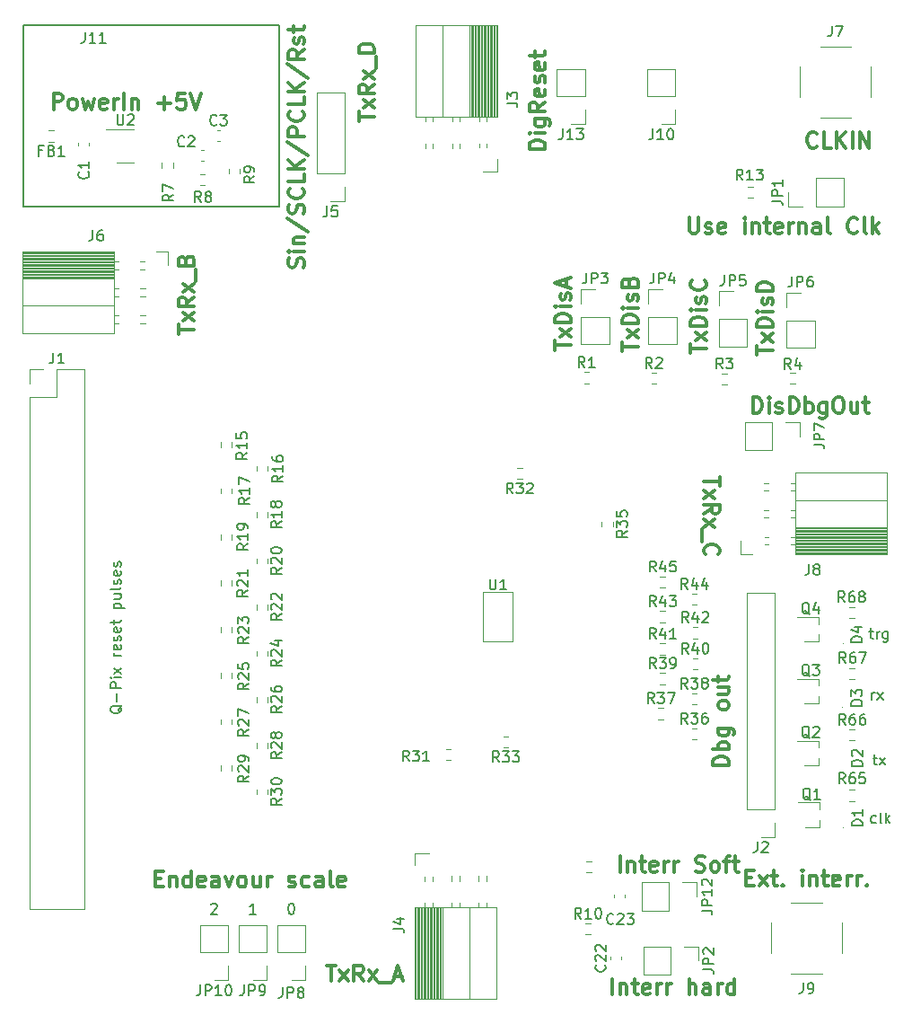
<source format=gbr>
%TF.GenerationSoftware,KiCad,Pcbnew,7.0.6-7.0.6~ubuntu20.04.1*%
%TF.CreationDate,2023-08-22T08:41:35+07:00*%
%TF.ProjectId,qpix,71706978-2e6b-4696-9361-645f70636258,rev?*%
%TF.SameCoordinates,Original*%
%TF.FileFunction,Legend,Top*%
%TF.FilePolarity,Positive*%
%FSLAX46Y46*%
G04 Gerber Fmt 4.6, Leading zero omitted, Abs format (unit mm)*
G04 Created by KiCad (PCBNEW 7.0.6-7.0.6~ubuntu20.04.1) date 2023-08-22 08:41:35*
%MOMM*%
%LPD*%
G01*
G04 APERTURE LIST*
%ADD10C,0.150000*%
%ADD11C,0.300000*%
%ADD12C,0.120000*%
%ADD13C,0.050000*%
%ADD14C,0.100000*%
G04 APERTURE END LIST*
D10*
X95970000Y-49950000D02*
X120090000Y-49950000D01*
X120090000Y-67040000D01*
X95970000Y-67040000D01*
X95970000Y-49950000D01*
D11*
X162508328Y-119707143D02*
X161008328Y-119707143D01*
X161008328Y-119707143D02*
X161008328Y-119350000D01*
X161008328Y-119350000D02*
X161079757Y-119135714D01*
X161079757Y-119135714D02*
X161222614Y-118992857D01*
X161222614Y-118992857D02*
X161365471Y-118921428D01*
X161365471Y-118921428D02*
X161651185Y-118850000D01*
X161651185Y-118850000D02*
X161865471Y-118850000D01*
X161865471Y-118850000D02*
X162151185Y-118921428D01*
X162151185Y-118921428D02*
X162294042Y-118992857D01*
X162294042Y-118992857D02*
X162436900Y-119135714D01*
X162436900Y-119135714D02*
X162508328Y-119350000D01*
X162508328Y-119350000D02*
X162508328Y-119707143D01*
X162508328Y-118207143D02*
X161008328Y-118207143D01*
X161579757Y-118207143D02*
X161508328Y-118064286D01*
X161508328Y-118064286D02*
X161508328Y-117778571D01*
X161508328Y-117778571D02*
X161579757Y-117635714D01*
X161579757Y-117635714D02*
X161651185Y-117564286D01*
X161651185Y-117564286D02*
X161794042Y-117492857D01*
X161794042Y-117492857D02*
X162222614Y-117492857D01*
X162222614Y-117492857D02*
X162365471Y-117564286D01*
X162365471Y-117564286D02*
X162436900Y-117635714D01*
X162436900Y-117635714D02*
X162508328Y-117778571D01*
X162508328Y-117778571D02*
X162508328Y-118064286D01*
X162508328Y-118064286D02*
X162436900Y-118207143D01*
X161508328Y-116207143D02*
X162722614Y-116207143D01*
X162722614Y-116207143D02*
X162865471Y-116278571D01*
X162865471Y-116278571D02*
X162936900Y-116350000D01*
X162936900Y-116350000D02*
X163008328Y-116492857D01*
X163008328Y-116492857D02*
X163008328Y-116707143D01*
X163008328Y-116707143D02*
X162936900Y-116850000D01*
X162436900Y-116207143D02*
X162508328Y-116350000D01*
X162508328Y-116350000D02*
X162508328Y-116635714D01*
X162508328Y-116635714D02*
X162436900Y-116778571D01*
X162436900Y-116778571D02*
X162365471Y-116850000D01*
X162365471Y-116850000D02*
X162222614Y-116921428D01*
X162222614Y-116921428D02*
X161794042Y-116921428D01*
X161794042Y-116921428D02*
X161651185Y-116850000D01*
X161651185Y-116850000D02*
X161579757Y-116778571D01*
X161579757Y-116778571D02*
X161508328Y-116635714D01*
X161508328Y-116635714D02*
X161508328Y-116350000D01*
X161508328Y-116350000D02*
X161579757Y-116207143D01*
X162508328Y-114135714D02*
X162436900Y-114278571D01*
X162436900Y-114278571D02*
X162365471Y-114350000D01*
X162365471Y-114350000D02*
X162222614Y-114421428D01*
X162222614Y-114421428D02*
X161794042Y-114421428D01*
X161794042Y-114421428D02*
X161651185Y-114350000D01*
X161651185Y-114350000D02*
X161579757Y-114278571D01*
X161579757Y-114278571D02*
X161508328Y-114135714D01*
X161508328Y-114135714D02*
X161508328Y-113921428D01*
X161508328Y-113921428D02*
X161579757Y-113778571D01*
X161579757Y-113778571D02*
X161651185Y-113707143D01*
X161651185Y-113707143D02*
X161794042Y-113635714D01*
X161794042Y-113635714D02*
X162222614Y-113635714D01*
X162222614Y-113635714D02*
X162365471Y-113707143D01*
X162365471Y-113707143D02*
X162436900Y-113778571D01*
X162436900Y-113778571D02*
X162508328Y-113921428D01*
X162508328Y-113921428D02*
X162508328Y-114135714D01*
X161508328Y-112350000D02*
X162508328Y-112350000D01*
X161508328Y-112992857D02*
X162294042Y-112992857D01*
X162294042Y-112992857D02*
X162436900Y-112921428D01*
X162436900Y-112921428D02*
X162508328Y-112778571D01*
X162508328Y-112778571D02*
X162508328Y-112564285D01*
X162508328Y-112564285D02*
X162436900Y-112421428D01*
X162436900Y-112421428D02*
X162365471Y-112350000D01*
X161508328Y-111849999D02*
X161508328Y-111278571D01*
X161008328Y-111635714D02*
X162294042Y-111635714D01*
X162294042Y-111635714D02*
X162436900Y-111564285D01*
X162436900Y-111564285D02*
X162508328Y-111421428D01*
X162508328Y-111421428D02*
X162508328Y-111278571D01*
D10*
X175717619Y-107088152D02*
X176098571Y-107088152D01*
X175860476Y-106754819D02*
X175860476Y-107611961D01*
X175860476Y-107611961D02*
X175908095Y-107707200D01*
X175908095Y-107707200D02*
X176003333Y-107754819D01*
X176003333Y-107754819D02*
X176098571Y-107754819D01*
X176431905Y-107754819D02*
X176431905Y-107088152D01*
X176431905Y-107278628D02*
X176479524Y-107183390D01*
X176479524Y-107183390D02*
X176527143Y-107135771D01*
X176527143Y-107135771D02*
X176622381Y-107088152D01*
X176622381Y-107088152D02*
X176717619Y-107088152D01*
X177479524Y-107088152D02*
X177479524Y-107897676D01*
X177479524Y-107897676D02*
X177431905Y-107992914D01*
X177431905Y-107992914D02*
X177384286Y-108040533D01*
X177384286Y-108040533D02*
X177289048Y-108088152D01*
X177289048Y-108088152D02*
X177146191Y-108088152D01*
X177146191Y-108088152D02*
X177050953Y-108040533D01*
X177479524Y-107707200D02*
X177384286Y-107754819D01*
X177384286Y-107754819D02*
X177193810Y-107754819D01*
X177193810Y-107754819D02*
X177098572Y-107707200D01*
X177098572Y-107707200D02*
X177050953Y-107659580D01*
X177050953Y-107659580D02*
X177003334Y-107564342D01*
X177003334Y-107564342D02*
X177003334Y-107278628D01*
X177003334Y-107278628D02*
X177050953Y-107183390D01*
X177050953Y-107183390D02*
X177098572Y-107135771D01*
X177098572Y-107135771D02*
X177193810Y-107088152D01*
X177193810Y-107088152D02*
X177384286Y-107088152D01*
X177384286Y-107088152D02*
X177479524Y-107135771D01*
D11*
X164136428Y-130289614D02*
X164636428Y-130289614D01*
X164850714Y-131075328D02*
X164136428Y-131075328D01*
X164136428Y-131075328D02*
X164136428Y-129575328D01*
X164136428Y-129575328D02*
X164850714Y-129575328D01*
X165350714Y-131075328D02*
X166136429Y-130075328D01*
X165350714Y-130075328D02*
X166136429Y-131075328D01*
X166493572Y-130075328D02*
X167065000Y-130075328D01*
X166707857Y-129575328D02*
X166707857Y-130861042D01*
X166707857Y-130861042D02*
X166779286Y-131003900D01*
X166779286Y-131003900D02*
X166922143Y-131075328D01*
X166922143Y-131075328D02*
X167065000Y-131075328D01*
X167565000Y-130932471D02*
X167636429Y-131003900D01*
X167636429Y-131003900D02*
X167565000Y-131075328D01*
X167565000Y-131075328D02*
X167493572Y-131003900D01*
X167493572Y-131003900D02*
X167565000Y-130932471D01*
X167565000Y-130932471D02*
X167565000Y-131075328D01*
X169422143Y-131075328D02*
X169422143Y-130075328D01*
X169422143Y-129575328D02*
X169350715Y-129646757D01*
X169350715Y-129646757D02*
X169422143Y-129718185D01*
X169422143Y-129718185D02*
X169493572Y-129646757D01*
X169493572Y-129646757D02*
X169422143Y-129575328D01*
X169422143Y-129575328D02*
X169422143Y-129718185D01*
X170136429Y-130075328D02*
X170136429Y-131075328D01*
X170136429Y-130218185D02*
X170207858Y-130146757D01*
X170207858Y-130146757D02*
X170350715Y-130075328D01*
X170350715Y-130075328D02*
X170565001Y-130075328D01*
X170565001Y-130075328D02*
X170707858Y-130146757D01*
X170707858Y-130146757D02*
X170779287Y-130289614D01*
X170779287Y-130289614D02*
X170779287Y-131075328D01*
X171279287Y-130075328D02*
X171850715Y-130075328D01*
X171493572Y-129575328D02*
X171493572Y-130861042D01*
X171493572Y-130861042D02*
X171565001Y-131003900D01*
X171565001Y-131003900D02*
X171707858Y-131075328D01*
X171707858Y-131075328D02*
X171850715Y-131075328D01*
X172922144Y-131003900D02*
X172779287Y-131075328D01*
X172779287Y-131075328D02*
X172493573Y-131075328D01*
X172493573Y-131075328D02*
X172350715Y-131003900D01*
X172350715Y-131003900D02*
X172279287Y-130861042D01*
X172279287Y-130861042D02*
X172279287Y-130289614D01*
X172279287Y-130289614D02*
X172350715Y-130146757D01*
X172350715Y-130146757D02*
X172493573Y-130075328D01*
X172493573Y-130075328D02*
X172779287Y-130075328D01*
X172779287Y-130075328D02*
X172922144Y-130146757D01*
X172922144Y-130146757D02*
X172993573Y-130289614D01*
X172993573Y-130289614D02*
X172993573Y-130432471D01*
X172993573Y-130432471D02*
X172279287Y-130575328D01*
X173636429Y-131075328D02*
X173636429Y-130075328D01*
X173636429Y-130361042D02*
X173707858Y-130218185D01*
X173707858Y-130218185D02*
X173779287Y-130146757D01*
X173779287Y-130146757D02*
X173922144Y-130075328D01*
X173922144Y-130075328D02*
X174065001Y-130075328D01*
X174565000Y-131075328D02*
X174565000Y-130075328D01*
X174565000Y-130361042D02*
X174636429Y-130218185D01*
X174636429Y-130218185D02*
X174707858Y-130146757D01*
X174707858Y-130146757D02*
X174850715Y-130075328D01*
X174850715Y-130075328D02*
X174993572Y-130075328D01*
X175493571Y-130932471D02*
X175565000Y-131003900D01*
X175565000Y-131003900D02*
X175493571Y-131075328D01*
X175493571Y-131075328D02*
X175422143Y-131003900D01*
X175422143Y-131003900D02*
X175493571Y-130932471D01*
X175493571Y-130932471D02*
X175493571Y-131075328D01*
X110557328Y-79025285D02*
X110557328Y-78168143D01*
X112057328Y-78596714D02*
X110557328Y-78596714D01*
X112057328Y-77811000D02*
X111057328Y-77025286D01*
X111057328Y-77811000D02*
X112057328Y-77025286D01*
X112057328Y-75596714D02*
X111343042Y-76096714D01*
X112057328Y-76453857D02*
X110557328Y-76453857D01*
X110557328Y-76453857D02*
X110557328Y-75882428D01*
X110557328Y-75882428D02*
X110628757Y-75739571D01*
X110628757Y-75739571D02*
X110700185Y-75668142D01*
X110700185Y-75668142D02*
X110843042Y-75596714D01*
X110843042Y-75596714D02*
X111057328Y-75596714D01*
X111057328Y-75596714D02*
X111200185Y-75668142D01*
X111200185Y-75668142D02*
X111271614Y-75739571D01*
X111271614Y-75739571D02*
X111343042Y-75882428D01*
X111343042Y-75882428D02*
X111343042Y-76453857D01*
X112057328Y-75096714D02*
X111057328Y-74311000D01*
X111057328Y-75096714D02*
X112057328Y-74311000D01*
X112200185Y-74096714D02*
X112200185Y-72953856D01*
X111271614Y-72096714D02*
X111343042Y-71882428D01*
X111343042Y-71882428D02*
X111414471Y-71810999D01*
X111414471Y-71810999D02*
X111557328Y-71739571D01*
X111557328Y-71739571D02*
X111771614Y-71739571D01*
X111771614Y-71739571D02*
X111914471Y-71810999D01*
X111914471Y-71810999D02*
X111985900Y-71882428D01*
X111985900Y-71882428D02*
X112057328Y-72025285D01*
X112057328Y-72025285D02*
X112057328Y-72596714D01*
X112057328Y-72596714D02*
X110557328Y-72596714D01*
X110557328Y-72596714D02*
X110557328Y-72096714D01*
X110557328Y-72096714D02*
X110628757Y-71953857D01*
X110628757Y-71953857D02*
X110700185Y-71882428D01*
X110700185Y-71882428D02*
X110843042Y-71810999D01*
X110843042Y-71810999D02*
X110985900Y-71810999D01*
X110985900Y-71810999D02*
X111128757Y-71882428D01*
X111128757Y-71882428D02*
X111200185Y-71953857D01*
X111200185Y-71953857D02*
X111271614Y-72096714D01*
X111271614Y-72096714D02*
X111271614Y-72596714D01*
X152408328Y-80649999D02*
X152408328Y-79792857D01*
X153908328Y-80221428D02*
X152408328Y-80221428D01*
X153908328Y-79435714D02*
X152908328Y-78650000D01*
X152908328Y-79435714D02*
X153908328Y-78650000D01*
X153908328Y-78078571D02*
X152408328Y-78078571D01*
X152408328Y-78078571D02*
X152408328Y-77721428D01*
X152408328Y-77721428D02*
X152479757Y-77507142D01*
X152479757Y-77507142D02*
X152622614Y-77364285D01*
X152622614Y-77364285D02*
X152765471Y-77292856D01*
X152765471Y-77292856D02*
X153051185Y-77221428D01*
X153051185Y-77221428D02*
X153265471Y-77221428D01*
X153265471Y-77221428D02*
X153551185Y-77292856D01*
X153551185Y-77292856D02*
X153694042Y-77364285D01*
X153694042Y-77364285D02*
X153836900Y-77507142D01*
X153836900Y-77507142D02*
X153908328Y-77721428D01*
X153908328Y-77721428D02*
X153908328Y-78078571D01*
X153908328Y-76578571D02*
X152908328Y-76578571D01*
X152408328Y-76578571D02*
X152479757Y-76649999D01*
X152479757Y-76649999D02*
X152551185Y-76578571D01*
X152551185Y-76578571D02*
X152479757Y-76507142D01*
X152479757Y-76507142D02*
X152408328Y-76578571D01*
X152408328Y-76578571D02*
X152551185Y-76578571D01*
X153836900Y-75935713D02*
X153908328Y-75792856D01*
X153908328Y-75792856D02*
X153908328Y-75507142D01*
X153908328Y-75507142D02*
X153836900Y-75364285D01*
X153836900Y-75364285D02*
X153694042Y-75292856D01*
X153694042Y-75292856D02*
X153622614Y-75292856D01*
X153622614Y-75292856D02*
X153479757Y-75364285D01*
X153479757Y-75364285D02*
X153408328Y-75507142D01*
X153408328Y-75507142D02*
X153408328Y-75721428D01*
X153408328Y-75721428D02*
X153336900Y-75864285D01*
X153336900Y-75864285D02*
X153194042Y-75935713D01*
X153194042Y-75935713D02*
X153122614Y-75935713D01*
X153122614Y-75935713D02*
X152979757Y-75864285D01*
X152979757Y-75864285D02*
X152908328Y-75721428D01*
X152908328Y-75721428D02*
X152908328Y-75507142D01*
X152908328Y-75507142D02*
X152979757Y-75364285D01*
X153122614Y-74149999D02*
X153194042Y-73935713D01*
X153194042Y-73935713D02*
X153265471Y-73864284D01*
X153265471Y-73864284D02*
X153408328Y-73792856D01*
X153408328Y-73792856D02*
X153622614Y-73792856D01*
X153622614Y-73792856D02*
X153765471Y-73864284D01*
X153765471Y-73864284D02*
X153836900Y-73935713D01*
X153836900Y-73935713D02*
X153908328Y-74078570D01*
X153908328Y-74078570D02*
X153908328Y-74649999D01*
X153908328Y-74649999D02*
X152408328Y-74649999D01*
X152408328Y-74649999D02*
X152408328Y-74149999D01*
X152408328Y-74149999D02*
X152479757Y-74007142D01*
X152479757Y-74007142D02*
X152551185Y-73935713D01*
X152551185Y-73935713D02*
X152694042Y-73864284D01*
X152694042Y-73864284D02*
X152836900Y-73864284D01*
X152836900Y-73864284D02*
X152979757Y-73935713D01*
X152979757Y-73935713D02*
X153051185Y-74007142D01*
X153051185Y-74007142D02*
X153122614Y-74149999D01*
X153122614Y-74149999D02*
X153122614Y-74649999D01*
X127575328Y-58959285D02*
X127575328Y-58102143D01*
X129075328Y-58530714D02*
X127575328Y-58530714D01*
X129075328Y-57745000D02*
X128075328Y-56959286D01*
X128075328Y-57745000D02*
X129075328Y-56959286D01*
X129075328Y-55530714D02*
X128361042Y-56030714D01*
X129075328Y-56387857D02*
X127575328Y-56387857D01*
X127575328Y-56387857D02*
X127575328Y-55816428D01*
X127575328Y-55816428D02*
X127646757Y-55673571D01*
X127646757Y-55673571D02*
X127718185Y-55602142D01*
X127718185Y-55602142D02*
X127861042Y-55530714D01*
X127861042Y-55530714D02*
X128075328Y-55530714D01*
X128075328Y-55530714D02*
X128218185Y-55602142D01*
X128218185Y-55602142D02*
X128289614Y-55673571D01*
X128289614Y-55673571D02*
X128361042Y-55816428D01*
X128361042Y-55816428D02*
X128361042Y-56387857D01*
X129075328Y-55030714D02*
X128075328Y-54245000D01*
X128075328Y-55030714D02*
X129075328Y-54245000D01*
X129218185Y-54030714D02*
X129218185Y-52887856D01*
X129075328Y-52530714D02*
X127575328Y-52530714D01*
X127575328Y-52530714D02*
X127575328Y-52173571D01*
X127575328Y-52173571D02*
X127646757Y-51959285D01*
X127646757Y-51959285D02*
X127789614Y-51816428D01*
X127789614Y-51816428D02*
X127932471Y-51744999D01*
X127932471Y-51744999D02*
X128218185Y-51673571D01*
X128218185Y-51673571D02*
X128432471Y-51673571D01*
X128432471Y-51673571D02*
X128718185Y-51744999D01*
X128718185Y-51744999D02*
X128861042Y-51816428D01*
X128861042Y-51816428D02*
X129003900Y-51959285D01*
X129003900Y-51959285D02*
X129075328Y-52173571D01*
X129075328Y-52173571D02*
X129075328Y-52530714D01*
X124572857Y-138538328D02*
X125430000Y-138538328D01*
X125001428Y-140038328D02*
X125001428Y-138538328D01*
X125787142Y-140038328D02*
X126572857Y-139038328D01*
X125787142Y-139038328D02*
X126572857Y-140038328D01*
X128001428Y-140038328D02*
X127501428Y-139324042D01*
X127144285Y-140038328D02*
X127144285Y-138538328D01*
X127144285Y-138538328D02*
X127715714Y-138538328D01*
X127715714Y-138538328D02*
X127858571Y-138609757D01*
X127858571Y-138609757D02*
X127930000Y-138681185D01*
X127930000Y-138681185D02*
X128001428Y-138824042D01*
X128001428Y-138824042D02*
X128001428Y-139038328D01*
X128001428Y-139038328D02*
X127930000Y-139181185D01*
X127930000Y-139181185D02*
X127858571Y-139252614D01*
X127858571Y-139252614D02*
X127715714Y-139324042D01*
X127715714Y-139324042D02*
X127144285Y-139324042D01*
X128501428Y-140038328D02*
X129287143Y-139038328D01*
X128501428Y-139038328D02*
X129287143Y-140038328D01*
X129501429Y-140181185D02*
X130644286Y-140181185D01*
X130930000Y-139609757D02*
X131644286Y-139609757D01*
X130787143Y-140038328D02*
X131287143Y-138538328D01*
X131287143Y-138538328D02*
X131787143Y-140038328D01*
X108401428Y-130382614D02*
X108901428Y-130382614D01*
X109115714Y-131168328D02*
X108401428Y-131168328D01*
X108401428Y-131168328D02*
X108401428Y-129668328D01*
X108401428Y-129668328D02*
X109115714Y-129668328D01*
X109758571Y-130168328D02*
X109758571Y-131168328D01*
X109758571Y-130311185D02*
X109830000Y-130239757D01*
X109830000Y-130239757D02*
X109972857Y-130168328D01*
X109972857Y-130168328D02*
X110187143Y-130168328D01*
X110187143Y-130168328D02*
X110330000Y-130239757D01*
X110330000Y-130239757D02*
X110401429Y-130382614D01*
X110401429Y-130382614D02*
X110401429Y-131168328D01*
X111758572Y-131168328D02*
X111758572Y-129668328D01*
X111758572Y-131096900D02*
X111615714Y-131168328D01*
X111615714Y-131168328D02*
X111330000Y-131168328D01*
X111330000Y-131168328D02*
X111187143Y-131096900D01*
X111187143Y-131096900D02*
X111115714Y-131025471D01*
X111115714Y-131025471D02*
X111044286Y-130882614D01*
X111044286Y-130882614D02*
X111044286Y-130454042D01*
X111044286Y-130454042D02*
X111115714Y-130311185D01*
X111115714Y-130311185D02*
X111187143Y-130239757D01*
X111187143Y-130239757D02*
X111330000Y-130168328D01*
X111330000Y-130168328D02*
X111615714Y-130168328D01*
X111615714Y-130168328D02*
X111758572Y-130239757D01*
X113044286Y-131096900D02*
X112901429Y-131168328D01*
X112901429Y-131168328D02*
X112615715Y-131168328D01*
X112615715Y-131168328D02*
X112472857Y-131096900D01*
X112472857Y-131096900D02*
X112401429Y-130954042D01*
X112401429Y-130954042D02*
X112401429Y-130382614D01*
X112401429Y-130382614D02*
X112472857Y-130239757D01*
X112472857Y-130239757D02*
X112615715Y-130168328D01*
X112615715Y-130168328D02*
X112901429Y-130168328D01*
X112901429Y-130168328D02*
X113044286Y-130239757D01*
X113044286Y-130239757D02*
X113115715Y-130382614D01*
X113115715Y-130382614D02*
X113115715Y-130525471D01*
X113115715Y-130525471D02*
X112401429Y-130668328D01*
X114401429Y-131168328D02*
X114401429Y-130382614D01*
X114401429Y-130382614D02*
X114330000Y-130239757D01*
X114330000Y-130239757D02*
X114187143Y-130168328D01*
X114187143Y-130168328D02*
X113901429Y-130168328D01*
X113901429Y-130168328D02*
X113758571Y-130239757D01*
X114401429Y-131096900D02*
X114258571Y-131168328D01*
X114258571Y-131168328D02*
X113901429Y-131168328D01*
X113901429Y-131168328D02*
X113758571Y-131096900D01*
X113758571Y-131096900D02*
X113687143Y-130954042D01*
X113687143Y-130954042D02*
X113687143Y-130811185D01*
X113687143Y-130811185D02*
X113758571Y-130668328D01*
X113758571Y-130668328D02*
X113901429Y-130596900D01*
X113901429Y-130596900D02*
X114258571Y-130596900D01*
X114258571Y-130596900D02*
X114401429Y-130525471D01*
X114972857Y-130168328D02*
X115330000Y-131168328D01*
X115330000Y-131168328D02*
X115687143Y-130168328D01*
X116472857Y-131168328D02*
X116330000Y-131096900D01*
X116330000Y-131096900D02*
X116258571Y-131025471D01*
X116258571Y-131025471D02*
X116187143Y-130882614D01*
X116187143Y-130882614D02*
X116187143Y-130454042D01*
X116187143Y-130454042D02*
X116258571Y-130311185D01*
X116258571Y-130311185D02*
X116330000Y-130239757D01*
X116330000Y-130239757D02*
X116472857Y-130168328D01*
X116472857Y-130168328D02*
X116687143Y-130168328D01*
X116687143Y-130168328D02*
X116830000Y-130239757D01*
X116830000Y-130239757D02*
X116901429Y-130311185D01*
X116901429Y-130311185D02*
X116972857Y-130454042D01*
X116972857Y-130454042D02*
X116972857Y-130882614D01*
X116972857Y-130882614D02*
X116901429Y-131025471D01*
X116901429Y-131025471D02*
X116830000Y-131096900D01*
X116830000Y-131096900D02*
X116687143Y-131168328D01*
X116687143Y-131168328D02*
X116472857Y-131168328D01*
X118258572Y-130168328D02*
X118258572Y-131168328D01*
X117615714Y-130168328D02*
X117615714Y-130954042D01*
X117615714Y-130954042D02*
X117687143Y-131096900D01*
X117687143Y-131096900D02*
X117830000Y-131168328D01*
X117830000Y-131168328D02*
X118044286Y-131168328D01*
X118044286Y-131168328D02*
X118187143Y-131096900D01*
X118187143Y-131096900D02*
X118258572Y-131025471D01*
X118972857Y-131168328D02*
X118972857Y-130168328D01*
X118972857Y-130454042D02*
X119044286Y-130311185D01*
X119044286Y-130311185D02*
X119115715Y-130239757D01*
X119115715Y-130239757D02*
X119258572Y-130168328D01*
X119258572Y-130168328D02*
X119401429Y-130168328D01*
X120972857Y-131096900D02*
X121115714Y-131168328D01*
X121115714Y-131168328D02*
X121401428Y-131168328D01*
X121401428Y-131168328D02*
X121544285Y-131096900D01*
X121544285Y-131096900D02*
X121615714Y-130954042D01*
X121615714Y-130954042D02*
X121615714Y-130882614D01*
X121615714Y-130882614D02*
X121544285Y-130739757D01*
X121544285Y-130739757D02*
X121401428Y-130668328D01*
X121401428Y-130668328D02*
X121187143Y-130668328D01*
X121187143Y-130668328D02*
X121044285Y-130596900D01*
X121044285Y-130596900D02*
X120972857Y-130454042D01*
X120972857Y-130454042D02*
X120972857Y-130382614D01*
X120972857Y-130382614D02*
X121044285Y-130239757D01*
X121044285Y-130239757D02*
X121187143Y-130168328D01*
X121187143Y-130168328D02*
X121401428Y-130168328D01*
X121401428Y-130168328D02*
X121544285Y-130239757D01*
X122901429Y-131096900D02*
X122758571Y-131168328D01*
X122758571Y-131168328D02*
X122472857Y-131168328D01*
X122472857Y-131168328D02*
X122330000Y-131096900D01*
X122330000Y-131096900D02*
X122258571Y-131025471D01*
X122258571Y-131025471D02*
X122187143Y-130882614D01*
X122187143Y-130882614D02*
X122187143Y-130454042D01*
X122187143Y-130454042D02*
X122258571Y-130311185D01*
X122258571Y-130311185D02*
X122330000Y-130239757D01*
X122330000Y-130239757D02*
X122472857Y-130168328D01*
X122472857Y-130168328D02*
X122758571Y-130168328D01*
X122758571Y-130168328D02*
X122901429Y-130239757D01*
X124187143Y-131168328D02*
X124187143Y-130382614D01*
X124187143Y-130382614D02*
X124115714Y-130239757D01*
X124115714Y-130239757D02*
X123972857Y-130168328D01*
X123972857Y-130168328D02*
X123687143Y-130168328D01*
X123687143Y-130168328D02*
X123544285Y-130239757D01*
X124187143Y-131096900D02*
X124044285Y-131168328D01*
X124044285Y-131168328D02*
X123687143Y-131168328D01*
X123687143Y-131168328D02*
X123544285Y-131096900D01*
X123544285Y-131096900D02*
X123472857Y-130954042D01*
X123472857Y-130954042D02*
X123472857Y-130811185D01*
X123472857Y-130811185D02*
X123544285Y-130668328D01*
X123544285Y-130668328D02*
X123687143Y-130596900D01*
X123687143Y-130596900D02*
X124044285Y-130596900D01*
X124044285Y-130596900D02*
X124187143Y-130525471D01*
X125115714Y-131168328D02*
X124972857Y-131096900D01*
X124972857Y-131096900D02*
X124901428Y-130954042D01*
X124901428Y-130954042D02*
X124901428Y-129668328D01*
X126258571Y-131096900D02*
X126115714Y-131168328D01*
X126115714Y-131168328D02*
X125830000Y-131168328D01*
X125830000Y-131168328D02*
X125687142Y-131096900D01*
X125687142Y-131096900D02*
X125615714Y-130954042D01*
X125615714Y-130954042D02*
X125615714Y-130382614D01*
X125615714Y-130382614D02*
X125687142Y-130239757D01*
X125687142Y-130239757D02*
X125830000Y-130168328D01*
X125830000Y-130168328D02*
X126115714Y-130168328D01*
X126115714Y-130168328D02*
X126258571Y-130239757D01*
X126258571Y-130239757D02*
X126330000Y-130382614D01*
X126330000Y-130382614D02*
X126330000Y-130525471D01*
X126330000Y-130525471D02*
X125615714Y-130668328D01*
X152220000Y-129748328D02*
X152220000Y-128248328D01*
X152934286Y-128748328D02*
X152934286Y-129748328D01*
X152934286Y-128891185D02*
X153005715Y-128819757D01*
X153005715Y-128819757D02*
X153148572Y-128748328D01*
X153148572Y-128748328D02*
X153362858Y-128748328D01*
X153362858Y-128748328D02*
X153505715Y-128819757D01*
X153505715Y-128819757D02*
X153577144Y-128962614D01*
X153577144Y-128962614D02*
X153577144Y-129748328D01*
X154077144Y-128748328D02*
X154648572Y-128748328D01*
X154291429Y-128248328D02*
X154291429Y-129534042D01*
X154291429Y-129534042D02*
X154362858Y-129676900D01*
X154362858Y-129676900D02*
X154505715Y-129748328D01*
X154505715Y-129748328D02*
X154648572Y-129748328D01*
X155720001Y-129676900D02*
X155577144Y-129748328D01*
X155577144Y-129748328D02*
X155291430Y-129748328D01*
X155291430Y-129748328D02*
X155148572Y-129676900D01*
X155148572Y-129676900D02*
X155077144Y-129534042D01*
X155077144Y-129534042D02*
X155077144Y-128962614D01*
X155077144Y-128962614D02*
X155148572Y-128819757D01*
X155148572Y-128819757D02*
X155291430Y-128748328D01*
X155291430Y-128748328D02*
X155577144Y-128748328D01*
X155577144Y-128748328D02*
X155720001Y-128819757D01*
X155720001Y-128819757D02*
X155791430Y-128962614D01*
X155791430Y-128962614D02*
X155791430Y-129105471D01*
X155791430Y-129105471D02*
X155077144Y-129248328D01*
X156434286Y-129748328D02*
X156434286Y-128748328D01*
X156434286Y-129034042D02*
X156505715Y-128891185D01*
X156505715Y-128891185D02*
X156577144Y-128819757D01*
X156577144Y-128819757D02*
X156720001Y-128748328D01*
X156720001Y-128748328D02*
X156862858Y-128748328D01*
X157362857Y-129748328D02*
X157362857Y-128748328D01*
X157362857Y-129034042D02*
X157434286Y-128891185D01*
X157434286Y-128891185D02*
X157505715Y-128819757D01*
X157505715Y-128819757D02*
X157648572Y-128748328D01*
X157648572Y-128748328D02*
X157791429Y-128748328D01*
X159362857Y-129676900D02*
X159577143Y-129748328D01*
X159577143Y-129748328D02*
X159934285Y-129748328D01*
X159934285Y-129748328D02*
X160077143Y-129676900D01*
X160077143Y-129676900D02*
X160148571Y-129605471D01*
X160148571Y-129605471D02*
X160220000Y-129462614D01*
X160220000Y-129462614D02*
X160220000Y-129319757D01*
X160220000Y-129319757D02*
X160148571Y-129176900D01*
X160148571Y-129176900D02*
X160077143Y-129105471D01*
X160077143Y-129105471D02*
X159934285Y-129034042D01*
X159934285Y-129034042D02*
X159648571Y-128962614D01*
X159648571Y-128962614D02*
X159505714Y-128891185D01*
X159505714Y-128891185D02*
X159434285Y-128819757D01*
X159434285Y-128819757D02*
X159362857Y-128676900D01*
X159362857Y-128676900D02*
X159362857Y-128534042D01*
X159362857Y-128534042D02*
X159434285Y-128391185D01*
X159434285Y-128391185D02*
X159505714Y-128319757D01*
X159505714Y-128319757D02*
X159648571Y-128248328D01*
X159648571Y-128248328D02*
X160005714Y-128248328D01*
X160005714Y-128248328D02*
X160220000Y-128319757D01*
X161077142Y-129748328D02*
X160934285Y-129676900D01*
X160934285Y-129676900D02*
X160862856Y-129605471D01*
X160862856Y-129605471D02*
X160791428Y-129462614D01*
X160791428Y-129462614D02*
X160791428Y-129034042D01*
X160791428Y-129034042D02*
X160862856Y-128891185D01*
X160862856Y-128891185D02*
X160934285Y-128819757D01*
X160934285Y-128819757D02*
X161077142Y-128748328D01*
X161077142Y-128748328D02*
X161291428Y-128748328D01*
X161291428Y-128748328D02*
X161434285Y-128819757D01*
X161434285Y-128819757D02*
X161505714Y-128891185D01*
X161505714Y-128891185D02*
X161577142Y-129034042D01*
X161577142Y-129034042D02*
X161577142Y-129462614D01*
X161577142Y-129462614D02*
X161505714Y-129605471D01*
X161505714Y-129605471D02*
X161434285Y-129676900D01*
X161434285Y-129676900D02*
X161291428Y-129748328D01*
X161291428Y-129748328D02*
X161077142Y-129748328D01*
X162005714Y-128748328D02*
X162577142Y-128748328D01*
X162219999Y-129748328D02*
X162219999Y-128462614D01*
X162219999Y-128462614D02*
X162291428Y-128319757D01*
X162291428Y-128319757D02*
X162434285Y-128248328D01*
X162434285Y-128248328D02*
X162577142Y-128248328D01*
X162862857Y-128748328D02*
X163434285Y-128748328D01*
X163077142Y-128248328D02*
X163077142Y-129534042D01*
X163077142Y-129534042D02*
X163148571Y-129676900D01*
X163148571Y-129676900D02*
X163291428Y-129748328D01*
X163291428Y-129748328D02*
X163434285Y-129748328D01*
X146074163Y-80542856D02*
X146074163Y-79685714D01*
X147574163Y-80114285D02*
X146074163Y-80114285D01*
X147574163Y-79328571D02*
X146574163Y-78542857D01*
X146574163Y-79328571D02*
X147574163Y-78542857D01*
X147574163Y-77971428D02*
X146074163Y-77971428D01*
X146074163Y-77971428D02*
X146074163Y-77614285D01*
X146074163Y-77614285D02*
X146145592Y-77399999D01*
X146145592Y-77399999D02*
X146288449Y-77257142D01*
X146288449Y-77257142D02*
X146431306Y-77185713D01*
X146431306Y-77185713D02*
X146717020Y-77114285D01*
X146717020Y-77114285D02*
X146931306Y-77114285D01*
X146931306Y-77114285D02*
X147217020Y-77185713D01*
X147217020Y-77185713D02*
X147359877Y-77257142D01*
X147359877Y-77257142D02*
X147502735Y-77399999D01*
X147502735Y-77399999D02*
X147574163Y-77614285D01*
X147574163Y-77614285D02*
X147574163Y-77971428D01*
X147574163Y-76471428D02*
X146574163Y-76471428D01*
X146074163Y-76471428D02*
X146145592Y-76542856D01*
X146145592Y-76542856D02*
X146217020Y-76471428D01*
X146217020Y-76471428D02*
X146145592Y-76399999D01*
X146145592Y-76399999D02*
X146074163Y-76471428D01*
X146074163Y-76471428D02*
X146217020Y-76471428D01*
X147502735Y-75828570D02*
X147574163Y-75685713D01*
X147574163Y-75685713D02*
X147574163Y-75399999D01*
X147574163Y-75399999D02*
X147502735Y-75257142D01*
X147502735Y-75257142D02*
X147359877Y-75185713D01*
X147359877Y-75185713D02*
X147288449Y-75185713D01*
X147288449Y-75185713D02*
X147145592Y-75257142D01*
X147145592Y-75257142D02*
X147074163Y-75399999D01*
X147074163Y-75399999D02*
X147074163Y-75614285D01*
X147074163Y-75614285D02*
X147002735Y-75757142D01*
X147002735Y-75757142D02*
X146859877Y-75828570D01*
X146859877Y-75828570D02*
X146788449Y-75828570D01*
X146788449Y-75828570D02*
X146645592Y-75757142D01*
X146645592Y-75757142D02*
X146574163Y-75614285D01*
X146574163Y-75614285D02*
X146574163Y-75399999D01*
X146574163Y-75399999D02*
X146645592Y-75257142D01*
X147145592Y-74614284D02*
X147145592Y-73899999D01*
X147574163Y-74757141D02*
X146074163Y-74257141D01*
X146074163Y-74257141D02*
X147574163Y-73757141D01*
D10*
X105250057Y-114044763D02*
X105202438Y-114140001D01*
X105202438Y-114140001D02*
X105107200Y-114235239D01*
X105107200Y-114235239D02*
X104964342Y-114378096D01*
X104964342Y-114378096D02*
X104916723Y-114473334D01*
X104916723Y-114473334D02*
X104916723Y-114568572D01*
X105154819Y-114520953D02*
X105107200Y-114616191D01*
X105107200Y-114616191D02*
X105011961Y-114711429D01*
X105011961Y-114711429D02*
X104821485Y-114759048D01*
X104821485Y-114759048D02*
X104488152Y-114759048D01*
X104488152Y-114759048D02*
X104297676Y-114711429D01*
X104297676Y-114711429D02*
X104202438Y-114616191D01*
X104202438Y-114616191D02*
X104154819Y-114520953D01*
X104154819Y-114520953D02*
X104154819Y-114330477D01*
X104154819Y-114330477D02*
X104202438Y-114235239D01*
X104202438Y-114235239D02*
X104297676Y-114140001D01*
X104297676Y-114140001D02*
X104488152Y-114092382D01*
X104488152Y-114092382D02*
X104821485Y-114092382D01*
X104821485Y-114092382D02*
X105011961Y-114140001D01*
X105011961Y-114140001D02*
X105107200Y-114235239D01*
X105107200Y-114235239D02*
X105154819Y-114330477D01*
X105154819Y-114330477D02*
X105154819Y-114520953D01*
X104773866Y-113663810D02*
X104773866Y-112901906D01*
X105154819Y-112425715D02*
X104154819Y-112425715D01*
X104154819Y-112425715D02*
X104154819Y-112044763D01*
X104154819Y-112044763D02*
X104202438Y-111949525D01*
X104202438Y-111949525D02*
X104250057Y-111901906D01*
X104250057Y-111901906D02*
X104345295Y-111854287D01*
X104345295Y-111854287D02*
X104488152Y-111854287D01*
X104488152Y-111854287D02*
X104583390Y-111901906D01*
X104583390Y-111901906D02*
X104631009Y-111949525D01*
X104631009Y-111949525D02*
X104678628Y-112044763D01*
X104678628Y-112044763D02*
X104678628Y-112425715D01*
X105154819Y-111425715D02*
X104488152Y-111425715D01*
X104154819Y-111425715D02*
X104202438Y-111473334D01*
X104202438Y-111473334D02*
X104250057Y-111425715D01*
X104250057Y-111425715D02*
X104202438Y-111378096D01*
X104202438Y-111378096D02*
X104154819Y-111425715D01*
X104154819Y-111425715D02*
X104250057Y-111425715D01*
X105154819Y-111044763D02*
X104488152Y-110520954D01*
X104488152Y-111044763D02*
X105154819Y-110520954D01*
X105154819Y-109378096D02*
X104488152Y-109378096D01*
X104678628Y-109378096D02*
X104583390Y-109330477D01*
X104583390Y-109330477D02*
X104535771Y-109282858D01*
X104535771Y-109282858D02*
X104488152Y-109187620D01*
X104488152Y-109187620D02*
X104488152Y-109092382D01*
X105107200Y-108378096D02*
X105154819Y-108473334D01*
X105154819Y-108473334D02*
X105154819Y-108663810D01*
X105154819Y-108663810D02*
X105107200Y-108759048D01*
X105107200Y-108759048D02*
X105011961Y-108806667D01*
X105011961Y-108806667D02*
X104631009Y-108806667D01*
X104631009Y-108806667D02*
X104535771Y-108759048D01*
X104535771Y-108759048D02*
X104488152Y-108663810D01*
X104488152Y-108663810D02*
X104488152Y-108473334D01*
X104488152Y-108473334D02*
X104535771Y-108378096D01*
X104535771Y-108378096D02*
X104631009Y-108330477D01*
X104631009Y-108330477D02*
X104726247Y-108330477D01*
X104726247Y-108330477D02*
X104821485Y-108806667D01*
X105107200Y-107949524D02*
X105154819Y-107854286D01*
X105154819Y-107854286D02*
X105154819Y-107663810D01*
X105154819Y-107663810D02*
X105107200Y-107568572D01*
X105107200Y-107568572D02*
X105011961Y-107520953D01*
X105011961Y-107520953D02*
X104964342Y-107520953D01*
X104964342Y-107520953D02*
X104869104Y-107568572D01*
X104869104Y-107568572D02*
X104821485Y-107663810D01*
X104821485Y-107663810D02*
X104821485Y-107806667D01*
X104821485Y-107806667D02*
X104773866Y-107901905D01*
X104773866Y-107901905D02*
X104678628Y-107949524D01*
X104678628Y-107949524D02*
X104631009Y-107949524D01*
X104631009Y-107949524D02*
X104535771Y-107901905D01*
X104535771Y-107901905D02*
X104488152Y-107806667D01*
X104488152Y-107806667D02*
X104488152Y-107663810D01*
X104488152Y-107663810D02*
X104535771Y-107568572D01*
X105107200Y-106711429D02*
X105154819Y-106806667D01*
X105154819Y-106806667D02*
X105154819Y-106997143D01*
X105154819Y-106997143D02*
X105107200Y-107092381D01*
X105107200Y-107092381D02*
X105011961Y-107140000D01*
X105011961Y-107140000D02*
X104631009Y-107140000D01*
X104631009Y-107140000D02*
X104535771Y-107092381D01*
X104535771Y-107092381D02*
X104488152Y-106997143D01*
X104488152Y-106997143D02*
X104488152Y-106806667D01*
X104488152Y-106806667D02*
X104535771Y-106711429D01*
X104535771Y-106711429D02*
X104631009Y-106663810D01*
X104631009Y-106663810D02*
X104726247Y-106663810D01*
X104726247Y-106663810D02*
X104821485Y-107140000D01*
X104488152Y-106378095D02*
X104488152Y-105997143D01*
X104154819Y-106235238D02*
X105011961Y-106235238D01*
X105011961Y-106235238D02*
X105107200Y-106187619D01*
X105107200Y-106187619D02*
X105154819Y-106092381D01*
X105154819Y-106092381D02*
X105154819Y-105997143D01*
X104488152Y-104901904D02*
X105488152Y-104901904D01*
X104535771Y-104901904D02*
X104488152Y-104806666D01*
X104488152Y-104806666D02*
X104488152Y-104616190D01*
X104488152Y-104616190D02*
X104535771Y-104520952D01*
X104535771Y-104520952D02*
X104583390Y-104473333D01*
X104583390Y-104473333D02*
X104678628Y-104425714D01*
X104678628Y-104425714D02*
X104964342Y-104425714D01*
X104964342Y-104425714D02*
X105059580Y-104473333D01*
X105059580Y-104473333D02*
X105107200Y-104520952D01*
X105107200Y-104520952D02*
X105154819Y-104616190D01*
X105154819Y-104616190D02*
X105154819Y-104806666D01*
X105154819Y-104806666D02*
X105107200Y-104901904D01*
X104488152Y-103568571D02*
X105154819Y-103568571D01*
X104488152Y-103997142D02*
X105011961Y-103997142D01*
X105011961Y-103997142D02*
X105107200Y-103949523D01*
X105107200Y-103949523D02*
X105154819Y-103854285D01*
X105154819Y-103854285D02*
X105154819Y-103711428D01*
X105154819Y-103711428D02*
X105107200Y-103616190D01*
X105107200Y-103616190D02*
X105059580Y-103568571D01*
X105154819Y-102949523D02*
X105107200Y-103044761D01*
X105107200Y-103044761D02*
X105011961Y-103092380D01*
X105011961Y-103092380D02*
X104154819Y-103092380D01*
X105107200Y-102616189D02*
X105154819Y-102520951D01*
X105154819Y-102520951D02*
X105154819Y-102330475D01*
X105154819Y-102330475D02*
X105107200Y-102235237D01*
X105107200Y-102235237D02*
X105011961Y-102187618D01*
X105011961Y-102187618D02*
X104964342Y-102187618D01*
X104964342Y-102187618D02*
X104869104Y-102235237D01*
X104869104Y-102235237D02*
X104821485Y-102330475D01*
X104821485Y-102330475D02*
X104821485Y-102473332D01*
X104821485Y-102473332D02*
X104773866Y-102568570D01*
X104773866Y-102568570D02*
X104678628Y-102616189D01*
X104678628Y-102616189D02*
X104631009Y-102616189D01*
X104631009Y-102616189D02*
X104535771Y-102568570D01*
X104535771Y-102568570D02*
X104488152Y-102473332D01*
X104488152Y-102473332D02*
X104488152Y-102330475D01*
X104488152Y-102330475D02*
X104535771Y-102235237D01*
X105107200Y-101378094D02*
X105154819Y-101473332D01*
X105154819Y-101473332D02*
X105154819Y-101663808D01*
X105154819Y-101663808D02*
X105107200Y-101759046D01*
X105107200Y-101759046D02*
X105011961Y-101806665D01*
X105011961Y-101806665D02*
X104631009Y-101806665D01*
X104631009Y-101806665D02*
X104535771Y-101759046D01*
X104535771Y-101759046D02*
X104488152Y-101663808D01*
X104488152Y-101663808D02*
X104488152Y-101473332D01*
X104488152Y-101473332D02*
X104535771Y-101378094D01*
X104535771Y-101378094D02*
X104631009Y-101330475D01*
X104631009Y-101330475D02*
X104726247Y-101330475D01*
X104726247Y-101330475D02*
X104821485Y-101806665D01*
X105107200Y-100949522D02*
X105154819Y-100854284D01*
X105154819Y-100854284D02*
X105154819Y-100663808D01*
X105154819Y-100663808D02*
X105107200Y-100568570D01*
X105107200Y-100568570D02*
X105011961Y-100520951D01*
X105011961Y-100520951D02*
X104964342Y-100520951D01*
X104964342Y-100520951D02*
X104869104Y-100568570D01*
X104869104Y-100568570D02*
X104821485Y-100663808D01*
X104821485Y-100663808D02*
X104821485Y-100806665D01*
X104821485Y-100806665D02*
X104773866Y-100901903D01*
X104773866Y-100901903D02*
X104678628Y-100949522D01*
X104678628Y-100949522D02*
X104631009Y-100949522D01*
X104631009Y-100949522D02*
X104535771Y-100901903D01*
X104535771Y-100901903D02*
X104488152Y-100806665D01*
X104488152Y-100806665D02*
X104488152Y-100663808D01*
X104488152Y-100663808D02*
X104535771Y-100568570D01*
X176351428Y-125097200D02*
X176256190Y-125144819D01*
X176256190Y-125144819D02*
X176065714Y-125144819D01*
X176065714Y-125144819D02*
X175970476Y-125097200D01*
X175970476Y-125097200D02*
X175922857Y-125049580D01*
X175922857Y-125049580D02*
X175875238Y-124954342D01*
X175875238Y-124954342D02*
X175875238Y-124668628D01*
X175875238Y-124668628D02*
X175922857Y-124573390D01*
X175922857Y-124573390D02*
X175970476Y-124525771D01*
X175970476Y-124525771D02*
X176065714Y-124478152D01*
X176065714Y-124478152D02*
X176256190Y-124478152D01*
X176256190Y-124478152D02*
X176351428Y-124525771D01*
X176922857Y-125144819D02*
X176827619Y-125097200D01*
X176827619Y-125097200D02*
X176780000Y-125001961D01*
X176780000Y-125001961D02*
X176780000Y-124144819D01*
X177303810Y-125144819D02*
X177303810Y-124144819D01*
X177399048Y-124763866D02*
X177684762Y-125144819D01*
X177684762Y-124478152D02*
X177303810Y-124859104D01*
D11*
X170784285Y-61355471D02*
X170712857Y-61426900D01*
X170712857Y-61426900D02*
X170498571Y-61498328D01*
X170498571Y-61498328D02*
X170355714Y-61498328D01*
X170355714Y-61498328D02*
X170141428Y-61426900D01*
X170141428Y-61426900D02*
X169998571Y-61284042D01*
X169998571Y-61284042D02*
X169927142Y-61141185D01*
X169927142Y-61141185D02*
X169855714Y-60855471D01*
X169855714Y-60855471D02*
X169855714Y-60641185D01*
X169855714Y-60641185D02*
X169927142Y-60355471D01*
X169927142Y-60355471D02*
X169998571Y-60212614D01*
X169998571Y-60212614D02*
X170141428Y-60069757D01*
X170141428Y-60069757D02*
X170355714Y-59998328D01*
X170355714Y-59998328D02*
X170498571Y-59998328D01*
X170498571Y-59998328D02*
X170712857Y-60069757D01*
X170712857Y-60069757D02*
X170784285Y-60141185D01*
X172141428Y-61498328D02*
X171427142Y-61498328D01*
X171427142Y-61498328D02*
X171427142Y-59998328D01*
X172641428Y-61498328D02*
X172641428Y-59998328D01*
X173498571Y-61498328D02*
X172855714Y-60641185D01*
X173498571Y-59998328D02*
X172641428Y-60855471D01*
X174141428Y-61498328D02*
X174141428Y-59998328D01*
X174855714Y-61498328D02*
X174855714Y-59998328D01*
X174855714Y-59998328D02*
X175712857Y-61498328D01*
X175712857Y-61498328D02*
X175712857Y-59998328D01*
D10*
X176094762Y-118988152D02*
X176475714Y-118988152D01*
X176237619Y-118654819D02*
X176237619Y-119511961D01*
X176237619Y-119511961D02*
X176285238Y-119607200D01*
X176285238Y-119607200D02*
X176380476Y-119654819D01*
X176380476Y-119654819D02*
X176475714Y-119654819D01*
X176713810Y-119654819D02*
X177237619Y-118988152D01*
X176713810Y-118988152D02*
X177237619Y-119654819D01*
D11*
X158767142Y-68088328D02*
X158767142Y-69302614D01*
X158767142Y-69302614D02*
X158838571Y-69445471D01*
X158838571Y-69445471D02*
X158910000Y-69516900D01*
X158910000Y-69516900D02*
X159052857Y-69588328D01*
X159052857Y-69588328D02*
X159338571Y-69588328D01*
X159338571Y-69588328D02*
X159481428Y-69516900D01*
X159481428Y-69516900D02*
X159552857Y-69445471D01*
X159552857Y-69445471D02*
X159624285Y-69302614D01*
X159624285Y-69302614D02*
X159624285Y-68088328D01*
X160267143Y-69516900D02*
X160410000Y-69588328D01*
X160410000Y-69588328D02*
X160695714Y-69588328D01*
X160695714Y-69588328D02*
X160838571Y-69516900D01*
X160838571Y-69516900D02*
X160910000Y-69374042D01*
X160910000Y-69374042D02*
X160910000Y-69302614D01*
X160910000Y-69302614D02*
X160838571Y-69159757D01*
X160838571Y-69159757D02*
X160695714Y-69088328D01*
X160695714Y-69088328D02*
X160481429Y-69088328D01*
X160481429Y-69088328D02*
X160338571Y-69016900D01*
X160338571Y-69016900D02*
X160267143Y-68874042D01*
X160267143Y-68874042D02*
X160267143Y-68802614D01*
X160267143Y-68802614D02*
X160338571Y-68659757D01*
X160338571Y-68659757D02*
X160481429Y-68588328D01*
X160481429Y-68588328D02*
X160695714Y-68588328D01*
X160695714Y-68588328D02*
X160838571Y-68659757D01*
X162124286Y-69516900D02*
X161981429Y-69588328D01*
X161981429Y-69588328D02*
X161695715Y-69588328D01*
X161695715Y-69588328D02*
X161552857Y-69516900D01*
X161552857Y-69516900D02*
X161481429Y-69374042D01*
X161481429Y-69374042D02*
X161481429Y-68802614D01*
X161481429Y-68802614D02*
X161552857Y-68659757D01*
X161552857Y-68659757D02*
X161695715Y-68588328D01*
X161695715Y-68588328D02*
X161981429Y-68588328D01*
X161981429Y-68588328D02*
X162124286Y-68659757D01*
X162124286Y-68659757D02*
X162195715Y-68802614D01*
X162195715Y-68802614D02*
X162195715Y-68945471D01*
X162195715Y-68945471D02*
X161481429Y-69088328D01*
X163981428Y-69588328D02*
X163981428Y-68588328D01*
X163981428Y-68088328D02*
X163910000Y-68159757D01*
X163910000Y-68159757D02*
X163981428Y-68231185D01*
X163981428Y-68231185D02*
X164052857Y-68159757D01*
X164052857Y-68159757D02*
X163981428Y-68088328D01*
X163981428Y-68088328D02*
X163981428Y-68231185D01*
X164695714Y-68588328D02*
X164695714Y-69588328D01*
X164695714Y-68731185D02*
X164767143Y-68659757D01*
X164767143Y-68659757D02*
X164910000Y-68588328D01*
X164910000Y-68588328D02*
X165124286Y-68588328D01*
X165124286Y-68588328D02*
X165267143Y-68659757D01*
X165267143Y-68659757D02*
X165338572Y-68802614D01*
X165338572Y-68802614D02*
X165338572Y-69588328D01*
X165838572Y-68588328D02*
X166410000Y-68588328D01*
X166052857Y-68088328D02*
X166052857Y-69374042D01*
X166052857Y-69374042D02*
X166124286Y-69516900D01*
X166124286Y-69516900D02*
X166267143Y-69588328D01*
X166267143Y-69588328D02*
X166410000Y-69588328D01*
X167481429Y-69516900D02*
X167338572Y-69588328D01*
X167338572Y-69588328D02*
X167052858Y-69588328D01*
X167052858Y-69588328D02*
X166910000Y-69516900D01*
X166910000Y-69516900D02*
X166838572Y-69374042D01*
X166838572Y-69374042D02*
X166838572Y-68802614D01*
X166838572Y-68802614D02*
X166910000Y-68659757D01*
X166910000Y-68659757D02*
X167052858Y-68588328D01*
X167052858Y-68588328D02*
X167338572Y-68588328D01*
X167338572Y-68588328D02*
X167481429Y-68659757D01*
X167481429Y-68659757D02*
X167552858Y-68802614D01*
X167552858Y-68802614D02*
X167552858Y-68945471D01*
X167552858Y-68945471D02*
X166838572Y-69088328D01*
X168195714Y-69588328D02*
X168195714Y-68588328D01*
X168195714Y-68874042D02*
X168267143Y-68731185D01*
X168267143Y-68731185D02*
X168338572Y-68659757D01*
X168338572Y-68659757D02*
X168481429Y-68588328D01*
X168481429Y-68588328D02*
X168624286Y-68588328D01*
X169124285Y-68588328D02*
X169124285Y-69588328D01*
X169124285Y-68731185D02*
X169195714Y-68659757D01*
X169195714Y-68659757D02*
X169338571Y-68588328D01*
X169338571Y-68588328D02*
X169552857Y-68588328D01*
X169552857Y-68588328D02*
X169695714Y-68659757D01*
X169695714Y-68659757D02*
X169767143Y-68802614D01*
X169767143Y-68802614D02*
X169767143Y-69588328D01*
X171124286Y-69588328D02*
X171124286Y-68802614D01*
X171124286Y-68802614D02*
X171052857Y-68659757D01*
X171052857Y-68659757D02*
X170910000Y-68588328D01*
X170910000Y-68588328D02*
X170624286Y-68588328D01*
X170624286Y-68588328D02*
X170481428Y-68659757D01*
X171124286Y-69516900D02*
X170981428Y-69588328D01*
X170981428Y-69588328D02*
X170624286Y-69588328D01*
X170624286Y-69588328D02*
X170481428Y-69516900D01*
X170481428Y-69516900D02*
X170410000Y-69374042D01*
X170410000Y-69374042D02*
X170410000Y-69231185D01*
X170410000Y-69231185D02*
X170481428Y-69088328D01*
X170481428Y-69088328D02*
X170624286Y-69016900D01*
X170624286Y-69016900D02*
X170981428Y-69016900D01*
X170981428Y-69016900D02*
X171124286Y-68945471D01*
X172052857Y-69588328D02*
X171910000Y-69516900D01*
X171910000Y-69516900D02*
X171838571Y-69374042D01*
X171838571Y-69374042D02*
X171838571Y-68088328D01*
X174624285Y-69445471D02*
X174552857Y-69516900D01*
X174552857Y-69516900D02*
X174338571Y-69588328D01*
X174338571Y-69588328D02*
X174195714Y-69588328D01*
X174195714Y-69588328D02*
X173981428Y-69516900D01*
X173981428Y-69516900D02*
X173838571Y-69374042D01*
X173838571Y-69374042D02*
X173767142Y-69231185D01*
X173767142Y-69231185D02*
X173695714Y-68945471D01*
X173695714Y-68945471D02*
X173695714Y-68731185D01*
X173695714Y-68731185D02*
X173767142Y-68445471D01*
X173767142Y-68445471D02*
X173838571Y-68302614D01*
X173838571Y-68302614D02*
X173981428Y-68159757D01*
X173981428Y-68159757D02*
X174195714Y-68088328D01*
X174195714Y-68088328D02*
X174338571Y-68088328D01*
X174338571Y-68088328D02*
X174552857Y-68159757D01*
X174552857Y-68159757D02*
X174624285Y-68231185D01*
X175481428Y-69588328D02*
X175338571Y-69516900D01*
X175338571Y-69516900D02*
X175267142Y-69374042D01*
X175267142Y-69374042D02*
X175267142Y-68088328D01*
X176052856Y-69588328D02*
X176052856Y-68088328D01*
X176195714Y-69016900D02*
X176624285Y-69588328D01*
X176624285Y-68588328D02*
X176052856Y-69159757D01*
D10*
X121172381Y-132730819D02*
X121267619Y-132730819D01*
X121267619Y-132730819D02*
X121362857Y-132778438D01*
X121362857Y-132778438D02*
X121410476Y-132826057D01*
X121410476Y-132826057D02*
X121458095Y-132921295D01*
X121458095Y-132921295D02*
X121505714Y-133111771D01*
X121505714Y-133111771D02*
X121505714Y-133349866D01*
X121505714Y-133349866D02*
X121458095Y-133540342D01*
X121458095Y-133540342D02*
X121410476Y-133635580D01*
X121410476Y-133635580D02*
X121362857Y-133683200D01*
X121362857Y-133683200D02*
X121267619Y-133730819D01*
X121267619Y-133730819D02*
X121172381Y-133730819D01*
X121172381Y-133730819D02*
X121077143Y-133683200D01*
X121077143Y-133683200D02*
X121029524Y-133635580D01*
X121029524Y-133635580D02*
X120981905Y-133540342D01*
X120981905Y-133540342D02*
X120934286Y-133349866D01*
X120934286Y-133349866D02*
X120934286Y-133111771D01*
X120934286Y-133111771D02*
X120981905Y-132921295D01*
X120981905Y-132921295D02*
X121029524Y-132826057D01*
X121029524Y-132826057D02*
X121077143Y-132778438D01*
X121077143Y-132778438D02*
X121172381Y-132730819D01*
D11*
X98792857Y-57853328D02*
X98792857Y-56353328D01*
X98792857Y-56353328D02*
X99364286Y-56353328D01*
X99364286Y-56353328D02*
X99507143Y-56424757D01*
X99507143Y-56424757D02*
X99578572Y-56496185D01*
X99578572Y-56496185D02*
X99650000Y-56639042D01*
X99650000Y-56639042D02*
X99650000Y-56853328D01*
X99650000Y-56853328D02*
X99578572Y-56996185D01*
X99578572Y-56996185D02*
X99507143Y-57067614D01*
X99507143Y-57067614D02*
X99364286Y-57139042D01*
X99364286Y-57139042D02*
X98792857Y-57139042D01*
X100507143Y-57853328D02*
X100364286Y-57781900D01*
X100364286Y-57781900D02*
X100292857Y-57710471D01*
X100292857Y-57710471D02*
X100221429Y-57567614D01*
X100221429Y-57567614D02*
X100221429Y-57139042D01*
X100221429Y-57139042D02*
X100292857Y-56996185D01*
X100292857Y-56996185D02*
X100364286Y-56924757D01*
X100364286Y-56924757D02*
X100507143Y-56853328D01*
X100507143Y-56853328D02*
X100721429Y-56853328D01*
X100721429Y-56853328D02*
X100864286Y-56924757D01*
X100864286Y-56924757D02*
X100935715Y-56996185D01*
X100935715Y-56996185D02*
X101007143Y-57139042D01*
X101007143Y-57139042D02*
X101007143Y-57567614D01*
X101007143Y-57567614D02*
X100935715Y-57710471D01*
X100935715Y-57710471D02*
X100864286Y-57781900D01*
X100864286Y-57781900D02*
X100721429Y-57853328D01*
X100721429Y-57853328D02*
X100507143Y-57853328D01*
X101507143Y-56853328D02*
X101792858Y-57853328D01*
X101792858Y-57853328D02*
X102078572Y-57139042D01*
X102078572Y-57139042D02*
X102364286Y-57853328D01*
X102364286Y-57853328D02*
X102650000Y-56853328D01*
X103792858Y-57781900D02*
X103650001Y-57853328D01*
X103650001Y-57853328D02*
X103364287Y-57853328D01*
X103364287Y-57853328D02*
X103221429Y-57781900D01*
X103221429Y-57781900D02*
X103150001Y-57639042D01*
X103150001Y-57639042D02*
X103150001Y-57067614D01*
X103150001Y-57067614D02*
X103221429Y-56924757D01*
X103221429Y-56924757D02*
X103364287Y-56853328D01*
X103364287Y-56853328D02*
X103650001Y-56853328D01*
X103650001Y-56853328D02*
X103792858Y-56924757D01*
X103792858Y-56924757D02*
X103864287Y-57067614D01*
X103864287Y-57067614D02*
X103864287Y-57210471D01*
X103864287Y-57210471D02*
X103150001Y-57353328D01*
X104507143Y-57853328D02*
X104507143Y-56853328D01*
X104507143Y-57139042D02*
X104578572Y-56996185D01*
X104578572Y-56996185D02*
X104650001Y-56924757D01*
X104650001Y-56924757D02*
X104792858Y-56853328D01*
X104792858Y-56853328D02*
X104935715Y-56853328D01*
X105435714Y-57853328D02*
X105435714Y-56353328D01*
X106150000Y-56853328D02*
X106150000Y-57853328D01*
X106150000Y-56996185D02*
X106221429Y-56924757D01*
X106221429Y-56924757D02*
X106364286Y-56853328D01*
X106364286Y-56853328D02*
X106578572Y-56853328D01*
X106578572Y-56853328D02*
X106721429Y-56924757D01*
X106721429Y-56924757D02*
X106792858Y-57067614D01*
X106792858Y-57067614D02*
X106792858Y-57853328D01*
X108650000Y-57281900D02*
X109792858Y-57281900D01*
X109221429Y-57853328D02*
X109221429Y-56710471D01*
X111221429Y-56353328D02*
X110507143Y-56353328D01*
X110507143Y-56353328D02*
X110435715Y-57067614D01*
X110435715Y-57067614D02*
X110507143Y-56996185D01*
X110507143Y-56996185D02*
X110650001Y-56924757D01*
X110650001Y-56924757D02*
X111007143Y-56924757D01*
X111007143Y-56924757D02*
X111150001Y-56996185D01*
X111150001Y-56996185D02*
X111221429Y-57067614D01*
X111221429Y-57067614D02*
X111292858Y-57210471D01*
X111292858Y-57210471D02*
X111292858Y-57567614D01*
X111292858Y-57567614D02*
X111221429Y-57710471D01*
X111221429Y-57710471D02*
X111150001Y-57781900D01*
X111150001Y-57781900D02*
X111007143Y-57853328D01*
X111007143Y-57853328D02*
X110650001Y-57853328D01*
X110650001Y-57853328D02*
X110507143Y-57781900D01*
X110507143Y-57781900D02*
X110435715Y-57710471D01*
X111721429Y-56353328D02*
X112221429Y-57853328D01*
X112221429Y-57853328D02*
X112721429Y-56353328D01*
X164782856Y-86508328D02*
X164782856Y-85008328D01*
X164782856Y-85008328D02*
X165139999Y-85008328D01*
X165139999Y-85008328D02*
X165354285Y-85079757D01*
X165354285Y-85079757D02*
X165497142Y-85222614D01*
X165497142Y-85222614D02*
X165568571Y-85365471D01*
X165568571Y-85365471D02*
X165639999Y-85651185D01*
X165639999Y-85651185D02*
X165639999Y-85865471D01*
X165639999Y-85865471D02*
X165568571Y-86151185D01*
X165568571Y-86151185D02*
X165497142Y-86294042D01*
X165497142Y-86294042D02*
X165354285Y-86436900D01*
X165354285Y-86436900D02*
X165139999Y-86508328D01*
X165139999Y-86508328D02*
X164782856Y-86508328D01*
X166282856Y-86508328D02*
X166282856Y-85508328D01*
X166282856Y-85008328D02*
X166211428Y-85079757D01*
X166211428Y-85079757D02*
X166282856Y-85151185D01*
X166282856Y-85151185D02*
X166354285Y-85079757D01*
X166354285Y-85079757D02*
X166282856Y-85008328D01*
X166282856Y-85008328D02*
X166282856Y-85151185D01*
X166925714Y-86436900D02*
X167068571Y-86508328D01*
X167068571Y-86508328D02*
X167354285Y-86508328D01*
X167354285Y-86508328D02*
X167497142Y-86436900D01*
X167497142Y-86436900D02*
X167568571Y-86294042D01*
X167568571Y-86294042D02*
X167568571Y-86222614D01*
X167568571Y-86222614D02*
X167497142Y-86079757D01*
X167497142Y-86079757D02*
X167354285Y-86008328D01*
X167354285Y-86008328D02*
X167140000Y-86008328D01*
X167140000Y-86008328D02*
X166997142Y-85936900D01*
X166997142Y-85936900D02*
X166925714Y-85794042D01*
X166925714Y-85794042D02*
X166925714Y-85722614D01*
X166925714Y-85722614D02*
X166997142Y-85579757D01*
X166997142Y-85579757D02*
X167140000Y-85508328D01*
X167140000Y-85508328D02*
X167354285Y-85508328D01*
X167354285Y-85508328D02*
X167497142Y-85579757D01*
X168211428Y-86508328D02*
X168211428Y-85008328D01*
X168211428Y-85008328D02*
X168568571Y-85008328D01*
X168568571Y-85008328D02*
X168782857Y-85079757D01*
X168782857Y-85079757D02*
X168925714Y-85222614D01*
X168925714Y-85222614D02*
X168997143Y-85365471D01*
X168997143Y-85365471D02*
X169068571Y-85651185D01*
X169068571Y-85651185D02*
X169068571Y-85865471D01*
X169068571Y-85865471D02*
X168997143Y-86151185D01*
X168997143Y-86151185D02*
X168925714Y-86294042D01*
X168925714Y-86294042D02*
X168782857Y-86436900D01*
X168782857Y-86436900D02*
X168568571Y-86508328D01*
X168568571Y-86508328D02*
X168211428Y-86508328D01*
X169711428Y-86508328D02*
X169711428Y-85008328D01*
X169711428Y-85579757D02*
X169854286Y-85508328D01*
X169854286Y-85508328D02*
X170140000Y-85508328D01*
X170140000Y-85508328D02*
X170282857Y-85579757D01*
X170282857Y-85579757D02*
X170354286Y-85651185D01*
X170354286Y-85651185D02*
X170425714Y-85794042D01*
X170425714Y-85794042D02*
X170425714Y-86222614D01*
X170425714Y-86222614D02*
X170354286Y-86365471D01*
X170354286Y-86365471D02*
X170282857Y-86436900D01*
X170282857Y-86436900D02*
X170140000Y-86508328D01*
X170140000Y-86508328D02*
X169854286Y-86508328D01*
X169854286Y-86508328D02*
X169711428Y-86436900D01*
X171711429Y-85508328D02*
X171711429Y-86722614D01*
X171711429Y-86722614D02*
X171640000Y-86865471D01*
X171640000Y-86865471D02*
X171568571Y-86936900D01*
X171568571Y-86936900D02*
X171425714Y-87008328D01*
X171425714Y-87008328D02*
X171211429Y-87008328D01*
X171211429Y-87008328D02*
X171068571Y-86936900D01*
X171711429Y-86436900D02*
X171568571Y-86508328D01*
X171568571Y-86508328D02*
X171282857Y-86508328D01*
X171282857Y-86508328D02*
X171140000Y-86436900D01*
X171140000Y-86436900D02*
X171068571Y-86365471D01*
X171068571Y-86365471D02*
X170997143Y-86222614D01*
X170997143Y-86222614D02*
X170997143Y-85794042D01*
X170997143Y-85794042D02*
X171068571Y-85651185D01*
X171068571Y-85651185D02*
X171140000Y-85579757D01*
X171140000Y-85579757D02*
X171282857Y-85508328D01*
X171282857Y-85508328D02*
X171568571Y-85508328D01*
X171568571Y-85508328D02*
X171711429Y-85579757D01*
X172711429Y-85008328D02*
X172997143Y-85008328D01*
X172997143Y-85008328D02*
X173140000Y-85079757D01*
X173140000Y-85079757D02*
X173282857Y-85222614D01*
X173282857Y-85222614D02*
X173354286Y-85508328D01*
X173354286Y-85508328D02*
X173354286Y-86008328D01*
X173354286Y-86008328D02*
X173282857Y-86294042D01*
X173282857Y-86294042D02*
X173140000Y-86436900D01*
X173140000Y-86436900D02*
X172997143Y-86508328D01*
X172997143Y-86508328D02*
X172711429Y-86508328D01*
X172711429Y-86508328D02*
X172568572Y-86436900D01*
X172568572Y-86436900D02*
X172425714Y-86294042D01*
X172425714Y-86294042D02*
X172354286Y-86008328D01*
X172354286Y-86008328D02*
X172354286Y-85508328D01*
X172354286Y-85508328D02*
X172425714Y-85222614D01*
X172425714Y-85222614D02*
X172568572Y-85079757D01*
X172568572Y-85079757D02*
X172711429Y-85008328D01*
X174640001Y-85508328D02*
X174640001Y-86508328D01*
X173997143Y-85508328D02*
X173997143Y-86294042D01*
X173997143Y-86294042D02*
X174068572Y-86436900D01*
X174068572Y-86436900D02*
X174211429Y-86508328D01*
X174211429Y-86508328D02*
X174425715Y-86508328D01*
X174425715Y-86508328D02*
X174568572Y-86436900D01*
X174568572Y-86436900D02*
X174640001Y-86365471D01*
X175140001Y-85508328D02*
X175711429Y-85508328D01*
X175354286Y-85008328D02*
X175354286Y-86294042D01*
X175354286Y-86294042D02*
X175425715Y-86436900D01*
X175425715Y-86436900D02*
X175568572Y-86508328D01*
X175568572Y-86508328D02*
X175711429Y-86508328D01*
X151514000Y-141308328D02*
X151514000Y-139808328D01*
X152228286Y-140308328D02*
X152228286Y-141308328D01*
X152228286Y-140451185D02*
X152299715Y-140379757D01*
X152299715Y-140379757D02*
X152442572Y-140308328D01*
X152442572Y-140308328D02*
X152656858Y-140308328D01*
X152656858Y-140308328D02*
X152799715Y-140379757D01*
X152799715Y-140379757D02*
X152871144Y-140522614D01*
X152871144Y-140522614D02*
X152871144Y-141308328D01*
X153371144Y-140308328D02*
X153942572Y-140308328D01*
X153585429Y-139808328D02*
X153585429Y-141094042D01*
X153585429Y-141094042D02*
X153656858Y-141236900D01*
X153656858Y-141236900D02*
X153799715Y-141308328D01*
X153799715Y-141308328D02*
X153942572Y-141308328D01*
X155014001Y-141236900D02*
X154871144Y-141308328D01*
X154871144Y-141308328D02*
X154585430Y-141308328D01*
X154585430Y-141308328D02*
X154442572Y-141236900D01*
X154442572Y-141236900D02*
X154371144Y-141094042D01*
X154371144Y-141094042D02*
X154371144Y-140522614D01*
X154371144Y-140522614D02*
X154442572Y-140379757D01*
X154442572Y-140379757D02*
X154585430Y-140308328D01*
X154585430Y-140308328D02*
X154871144Y-140308328D01*
X154871144Y-140308328D02*
X155014001Y-140379757D01*
X155014001Y-140379757D02*
X155085430Y-140522614D01*
X155085430Y-140522614D02*
X155085430Y-140665471D01*
X155085430Y-140665471D02*
X154371144Y-140808328D01*
X155728286Y-141308328D02*
X155728286Y-140308328D01*
X155728286Y-140594042D02*
X155799715Y-140451185D01*
X155799715Y-140451185D02*
X155871144Y-140379757D01*
X155871144Y-140379757D02*
X156014001Y-140308328D01*
X156014001Y-140308328D02*
X156156858Y-140308328D01*
X156656857Y-141308328D02*
X156656857Y-140308328D01*
X156656857Y-140594042D02*
X156728286Y-140451185D01*
X156728286Y-140451185D02*
X156799715Y-140379757D01*
X156799715Y-140379757D02*
X156942572Y-140308328D01*
X156942572Y-140308328D02*
X157085429Y-140308328D01*
X158728285Y-141308328D02*
X158728285Y-139808328D01*
X159371143Y-141308328D02*
X159371143Y-140522614D01*
X159371143Y-140522614D02*
X159299714Y-140379757D01*
X159299714Y-140379757D02*
X159156857Y-140308328D01*
X159156857Y-140308328D02*
X158942571Y-140308328D01*
X158942571Y-140308328D02*
X158799714Y-140379757D01*
X158799714Y-140379757D02*
X158728285Y-140451185D01*
X160728286Y-141308328D02*
X160728286Y-140522614D01*
X160728286Y-140522614D02*
X160656857Y-140379757D01*
X160656857Y-140379757D02*
X160514000Y-140308328D01*
X160514000Y-140308328D02*
X160228286Y-140308328D01*
X160228286Y-140308328D02*
X160085428Y-140379757D01*
X160728286Y-141236900D02*
X160585428Y-141308328D01*
X160585428Y-141308328D02*
X160228286Y-141308328D01*
X160228286Y-141308328D02*
X160085428Y-141236900D01*
X160085428Y-141236900D02*
X160014000Y-141094042D01*
X160014000Y-141094042D02*
X160014000Y-140951185D01*
X160014000Y-140951185D02*
X160085428Y-140808328D01*
X160085428Y-140808328D02*
X160228286Y-140736900D01*
X160228286Y-140736900D02*
X160585428Y-140736900D01*
X160585428Y-140736900D02*
X160728286Y-140665471D01*
X161442571Y-141308328D02*
X161442571Y-140308328D01*
X161442571Y-140594042D02*
X161514000Y-140451185D01*
X161514000Y-140451185D02*
X161585429Y-140379757D01*
X161585429Y-140379757D02*
X161728286Y-140308328D01*
X161728286Y-140308328D02*
X161871143Y-140308328D01*
X163014000Y-141308328D02*
X163014000Y-139808328D01*
X163014000Y-141236900D02*
X162871142Y-141308328D01*
X162871142Y-141308328D02*
X162585428Y-141308328D01*
X162585428Y-141308328D02*
X162442571Y-141236900D01*
X162442571Y-141236900D02*
X162371142Y-141165471D01*
X162371142Y-141165471D02*
X162299714Y-141022614D01*
X162299714Y-141022614D02*
X162299714Y-140594042D01*
X162299714Y-140594042D02*
X162371142Y-140451185D01*
X162371142Y-140451185D02*
X162442571Y-140379757D01*
X162442571Y-140379757D02*
X162585428Y-140308328D01*
X162585428Y-140308328D02*
X162871142Y-140308328D01*
X162871142Y-140308328D02*
X163014000Y-140379757D01*
X145168328Y-61635000D02*
X143668328Y-61635000D01*
X143668328Y-61635000D02*
X143668328Y-61277857D01*
X143668328Y-61277857D02*
X143739757Y-61063571D01*
X143739757Y-61063571D02*
X143882614Y-60920714D01*
X143882614Y-60920714D02*
X144025471Y-60849285D01*
X144025471Y-60849285D02*
X144311185Y-60777857D01*
X144311185Y-60777857D02*
X144525471Y-60777857D01*
X144525471Y-60777857D02*
X144811185Y-60849285D01*
X144811185Y-60849285D02*
X144954042Y-60920714D01*
X144954042Y-60920714D02*
X145096900Y-61063571D01*
X145096900Y-61063571D02*
X145168328Y-61277857D01*
X145168328Y-61277857D02*
X145168328Y-61635000D01*
X145168328Y-60135000D02*
X144168328Y-60135000D01*
X143668328Y-60135000D02*
X143739757Y-60206428D01*
X143739757Y-60206428D02*
X143811185Y-60135000D01*
X143811185Y-60135000D02*
X143739757Y-60063571D01*
X143739757Y-60063571D02*
X143668328Y-60135000D01*
X143668328Y-60135000D02*
X143811185Y-60135000D01*
X144168328Y-58777857D02*
X145382614Y-58777857D01*
X145382614Y-58777857D02*
X145525471Y-58849285D01*
X145525471Y-58849285D02*
X145596900Y-58920714D01*
X145596900Y-58920714D02*
X145668328Y-59063571D01*
X145668328Y-59063571D02*
X145668328Y-59277857D01*
X145668328Y-59277857D02*
X145596900Y-59420714D01*
X145096900Y-58777857D02*
X145168328Y-58920714D01*
X145168328Y-58920714D02*
X145168328Y-59206428D01*
X145168328Y-59206428D02*
X145096900Y-59349285D01*
X145096900Y-59349285D02*
X145025471Y-59420714D01*
X145025471Y-59420714D02*
X144882614Y-59492142D01*
X144882614Y-59492142D02*
X144454042Y-59492142D01*
X144454042Y-59492142D02*
X144311185Y-59420714D01*
X144311185Y-59420714D02*
X144239757Y-59349285D01*
X144239757Y-59349285D02*
X144168328Y-59206428D01*
X144168328Y-59206428D02*
X144168328Y-58920714D01*
X144168328Y-58920714D02*
X144239757Y-58777857D01*
X145168328Y-57206428D02*
X144454042Y-57706428D01*
X145168328Y-58063571D02*
X143668328Y-58063571D01*
X143668328Y-58063571D02*
X143668328Y-57492142D01*
X143668328Y-57492142D02*
X143739757Y-57349285D01*
X143739757Y-57349285D02*
X143811185Y-57277856D01*
X143811185Y-57277856D02*
X143954042Y-57206428D01*
X143954042Y-57206428D02*
X144168328Y-57206428D01*
X144168328Y-57206428D02*
X144311185Y-57277856D01*
X144311185Y-57277856D02*
X144382614Y-57349285D01*
X144382614Y-57349285D02*
X144454042Y-57492142D01*
X144454042Y-57492142D02*
X144454042Y-58063571D01*
X145096900Y-55992142D02*
X145168328Y-56134999D01*
X145168328Y-56134999D02*
X145168328Y-56420714D01*
X145168328Y-56420714D02*
X145096900Y-56563571D01*
X145096900Y-56563571D02*
X144954042Y-56634999D01*
X144954042Y-56634999D02*
X144382614Y-56634999D01*
X144382614Y-56634999D02*
X144239757Y-56563571D01*
X144239757Y-56563571D02*
X144168328Y-56420714D01*
X144168328Y-56420714D02*
X144168328Y-56134999D01*
X144168328Y-56134999D02*
X144239757Y-55992142D01*
X144239757Y-55992142D02*
X144382614Y-55920714D01*
X144382614Y-55920714D02*
X144525471Y-55920714D01*
X144525471Y-55920714D02*
X144668328Y-56634999D01*
X145096900Y-55349285D02*
X145168328Y-55206428D01*
X145168328Y-55206428D02*
X145168328Y-54920714D01*
X145168328Y-54920714D02*
X145096900Y-54777857D01*
X145096900Y-54777857D02*
X144954042Y-54706428D01*
X144954042Y-54706428D02*
X144882614Y-54706428D01*
X144882614Y-54706428D02*
X144739757Y-54777857D01*
X144739757Y-54777857D02*
X144668328Y-54920714D01*
X144668328Y-54920714D02*
X144668328Y-55135000D01*
X144668328Y-55135000D02*
X144596900Y-55277857D01*
X144596900Y-55277857D02*
X144454042Y-55349285D01*
X144454042Y-55349285D02*
X144382614Y-55349285D01*
X144382614Y-55349285D02*
X144239757Y-55277857D01*
X144239757Y-55277857D02*
X144168328Y-55135000D01*
X144168328Y-55135000D02*
X144168328Y-54920714D01*
X144168328Y-54920714D02*
X144239757Y-54777857D01*
X145096900Y-53492142D02*
X145168328Y-53634999D01*
X145168328Y-53634999D02*
X145168328Y-53920714D01*
X145168328Y-53920714D02*
X145096900Y-54063571D01*
X145096900Y-54063571D02*
X144954042Y-54134999D01*
X144954042Y-54134999D02*
X144382614Y-54134999D01*
X144382614Y-54134999D02*
X144239757Y-54063571D01*
X144239757Y-54063571D02*
X144168328Y-53920714D01*
X144168328Y-53920714D02*
X144168328Y-53634999D01*
X144168328Y-53634999D02*
X144239757Y-53492142D01*
X144239757Y-53492142D02*
X144382614Y-53420714D01*
X144382614Y-53420714D02*
X144525471Y-53420714D01*
X144525471Y-53420714D02*
X144668328Y-54134999D01*
X144168328Y-52992142D02*
X144168328Y-52420714D01*
X143668328Y-52777857D02*
X144954042Y-52777857D01*
X144954042Y-52777857D02*
X145096900Y-52706428D01*
X145096900Y-52706428D02*
X145168328Y-52563571D01*
X145168328Y-52563571D02*
X145168328Y-52420714D01*
D10*
X175973809Y-113484819D02*
X175973809Y-112818152D01*
X175973809Y-113008628D02*
X176021428Y-112913390D01*
X176021428Y-112913390D02*
X176069047Y-112865771D01*
X176069047Y-112865771D02*
X176164285Y-112818152D01*
X176164285Y-112818152D02*
X176259523Y-112818152D01*
X176497619Y-113484819D02*
X177021428Y-112818152D01*
X176497619Y-112818152D02*
X177021428Y-113484819D01*
D11*
X122376900Y-72755714D02*
X122448328Y-72541429D01*
X122448328Y-72541429D02*
X122448328Y-72184286D01*
X122448328Y-72184286D02*
X122376900Y-72041429D01*
X122376900Y-72041429D02*
X122305471Y-71970000D01*
X122305471Y-71970000D02*
X122162614Y-71898571D01*
X122162614Y-71898571D02*
X122019757Y-71898571D01*
X122019757Y-71898571D02*
X121876900Y-71970000D01*
X121876900Y-71970000D02*
X121805471Y-72041429D01*
X121805471Y-72041429D02*
X121734042Y-72184286D01*
X121734042Y-72184286D02*
X121662614Y-72470000D01*
X121662614Y-72470000D02*
X121591185Y-72612857D01*
X121591185Y-72612857D02*
X121519757Y-72684286D01*
X121519757Y-72684286D02*
X121376900Y-72755714D01*
X121376900Y-72755714D02*
X121234042Y-72755714D01*
X121234042Y-72755714D02*
X121091185Y-72684286D01*
X121091185Y-72684286D02*
X121019757Y-72612857D01*
X121019757Y-72612857D02*
X120948328Y-72470000D01*
X120948328Y-72470000D02*
X120948328Y-72112857D01*
X120948328Y-72112857D02*
X121019757Y-71898571D01*
X122448328Y-71255715D02*
X121448328Y-71255715D01*
X120948328Y-71255715D02*
X121019757Y-71327143D01*
X121019757Y-71327143D02*
X121091185Y-71255715D01*
X121091185Y-71255715D02*
X121019757Y-71184286D01*
X121019757Y-71184286D02*
X120948328Y-71255715D01*
X120948328Y-71255715D02*
X121091185Y-71255715D01*
X121448328Y-70541429D02*
X122448328Y-70541429D01*
X121591185Y-70541429D02*
X121519757Y-70470000D01*
X121519757Y-70470000D02*
X121448328Y-70327143D01*
X121448328Y-70327143D02*
X121448328Y-70112857D01*
X121448328Y-70112857D02*
X121519757Y-69970000D01*
X121519757Y-69970000D02*
X121662614Y-69898572D01*
X121662614Y-69898572D02*
X122448328Y-69898572D01*
X120876900Y-68112857D02*
X122805471Y-69398571D01*
X122376900Y-67684285D02*
X122448328Y-67470000D01*
X122448328Y-67470000D02*
X122448328Y-67112857D01*
X122448328Y-67112857D02*
X122376900Y-66970000D01*
X122376900Y-66970000D02*
X122305471Y-66898571D01*
X122305471Y-66898571D02*
X122162614Y-66827142D01*
X122162614Y-66827142D02*
X122019757Y-66827142D01*
X122019757Y-66827142D02*
X121876900Y-66898571D01*
X121876900Y-66898571D02*
X121805471Y-66970000D01*
X121805471Y-66970000D02*
X121734042Y-67112857D01*
X121734042Y-67112857D02*
X121662614Y-67398571D01*
X121662614Y-67398571D02*
X121591185Y-67541428D01*
X121591185Y-67541428D02*
X121519757Y-67612857D01*
X121519757Y-67612857D02*
X121376900Y-67684285D01*
X121376900Y-67684285D02*
X121234042Y-67684285D01*
X121234042Y-67684285D02*
X121091185Y-67612857D01*
X121091185Y-67612857D02*
X121019757Y-67541428D01*
X121019757Y-67541428D02*
X120948328Y-67398571D01*
X120948328Y-67398571D02*
X120948328Y-67041428D01*
X120948328Y-67041428D02*
X121019757Y-66827142D01*
X122305471Y-65327143D02*
X122376900Y-65398571D01*
X122376900Y-65398571D02*
X122448328Y-65612857D01*
X122448328Y-65612857D02*
X122448328Y-65755714D01*
X122448328Y-65755714D02*
X122376900Y-65970000D01*
X122376900Y-65970000D02*
X122234042Y-66112857D01*
X122234042Y-66112857D02*
X122091185Y-66184286D01*
X122091185Y-66184286D02*
X121805471Y-66255714D01*
X121805471Y-66255714D02*
X121591185Y-66255714D01*
X121591185Y-66255714D02*
X121305471Y-66184286D01*
X121305471Y-66184286D02*
X121162614Y-66112857D01*
X121162614Y-66112857D02*
X121019757Y-65970000D01*
X121019757Y-65970000D02*
X120948328Y-65755714D01*
X120948328Y-65755714D02*
X120948328Y-65612857D01*
X120948328Y-65612857D02*
X121019757Y-65398571D01*
X121019757Y-65398571D02*
X121091185Y-65327143D01*
X122448328Y-63970000D02*
X122448328Y-64684286D01*
X122448328Y-64684286D02*
X120948328Y-64684286D01*
X122448328Y-63470000D02*
X120948328Y-63470000D01*
X122448328Y-62612857D02*
X121591185Y-63255714D01*
X120948328Y-62612857D02*
X121805471Y-63470000D01*
X120876900Y-60898571D02*
X122805471Y-62184285D01*
X122448328Y-60398571D02*
X120948328Y-60398571D01*
X120948328Y-60398571D02*
X120948328Y-59827142D01*
X120948328Y-59827142D02*
X121019757Y-59684285D01*
X121019757Y-59684285D02*
X121091185Y-59612856D01*
X121091185Y-59612856D02*
X121234042Y-59541428D01*
X121234042Y-59541428D02*
X121448328Y-59541428D01*
X121448328Y-59541428D02*
X121591185Y-59612856D01*
X121591185Y-59612856D02*
X121662614Y-59684285D01*
X121662614Y-59684285D02*
X121734042Y-59827142D01*
X121734042Y-59827142D02*
X121734042Y-60398571D01*
X122305471Y-58041428D02*
X122376900Y-58112856D01*
X122376900Y-58112856D02*
X122448328Y-58327142D01*
X122448328Y-58327142D02*
X122448328Y-58469999D01*
X122448328Y-58469999D02*
X122376900Y-58684285D01*
X122376900Y-58684285D02*
X122234042Y-58827142D01*
X122234042Y-58827142D02*
X122091185Y-58898571D01*
X122091185Y-58898571D02*
X121805471Y-58969999D01*
X121805471Y-58969999D02*
X121591185Y-58969999D01*
X121591185Y-58969999D02*
X121305471Y-58898571D01*
X121305471Y-58898571D02*
X121162614Y-58827142D01*
X121162614Y-58827142D02*
X121019757Y-58684285D01*
X121019757Y-58684285D02*
X120948328Y-58469999D01*
X120948328Y-58469999D02*
X120948328Y-58327142D01*
X120948328Y-58327142D02*
X121019757Y-58112856D01*
X121019757Y-58112856D02*
X121091185Y-58041428D01*
X122448328Y-56684285D02*
X122448328Y-57398571D01*
X122448328Y-57398571D02*
X120948328Y-57398571D01*
X122448328Y-56184285D02*
X120948328Y-56184285D01*
X122448328Y-55327142D02*
X121591185Y-55969999D01*
X120948328Y-55327142D02*
X121805471Y-56184285D01*
X120876900Y-53612856D02*
X122805471Y-54898570D01*
X122448328Y-52255713D02*
X121734042Y-52755713D01*
X122448328Y-53112856D02*
X120948328Y-53112856D01*
X120948328Y-53112856D02*
X120948328Y-52541427D01*
X120948328Y-52541427D02*
X121019757Y-52398570D01*
X121019757Y-52398570D02*
X121091185Y-52327141D01*
X121091185Y-52327141D02*
X121234042Y-52255713D01*
X121234042Y-52255713D02*
X121448328Y-52255713D01*
X121448328Y-52255713D02*
X121591185Y-52327141D01*
X121591185Y-52327141D02*
X121662614Y-52398570D01*
X121662614Y-52398570D02*
X121734042Y-52541427D01*
X121734042Y-52541427D02*
X121734042Y-53112856D01*
X122376900Y-51684284D02*
X122448328Y-51541427D01*
X122448328Y-51541427D02*
X122448328Y-51255713D01*
X122448328Y-51255713D02*
X122376900Y-51112856D01*
X122376900Y-51112856D02*
X122234042Y-51041427D01*
X122234042Y-51041427D02*
X122162614Y-51041427D01*
X122162614Y-51041427D02*
X122019757Y-51112856D01*
X122019757Y-51112856D02*
X121948328Y-51255713D01*
X121948328Y-51255713D02*
X121948328Y-51469999D01*
X121948328Y-51469999D02*
X121876900Y-51612856D01*
X121876900Y-51612856D02*
X121734042Y-51684284D01*
X121734042Y-51684284D02*
X121662614Y-51684284D01*
X121662614Y-51684284D02*
X121519757Y-51612856D01*
X121519757Y-51612856D02*
X121448328Y-51469999D01*
X121448328Y-51469999D02*
X121448328Y-51255713D01*
X121448328Y-51255713D02*
X121519757Y-51112856D01*
X121448328Y-50612855D02*
X121448328Y-50041427D01*
X120948328Y-50398570D02*
X122234042Y-50398570D01*
X122234042Y-50398570D02*
X122376900Y-50327141D01*
X122376900Y-50327141D02*
X122448328Y-50184284D01*
X122448328Y-50184284D02*
X122448328Y-50041427D01*
X161631671Y-92545714D02*
X161631671Y-93402857D01*
X160131671Y-92974285D02*
X161631671Y-92974285D01*
X160131671Y-93759999D02*
X161131671Y-94545714D01*
X161131671Y-93759999D02*
X160131671Y-94545714D01*
X160131671Y-95974285D02*
X160845957Y-95474285D01*
X160131671Y-95117142D02*
X161631671Y-95117142D01*
X161631671Y-95117142D02*
X161631671Y-95688571D01*
X161631671Y-95688571D02*
X161560242Y-95831428D01*
X161560242Y-95831428D02*
X161488814Y-95902857D01*
X161488814Y-95902857D02*
X161345957Y-95974285D01*
X161345957Y-95974285D02*
X161131671Y-95974285D01*
X161131671Y-95974285D02*
X160988814Y-95902857D01*
X160988814Y-95902857D02*
X160917385Y-95831428D01*
X160917385Y-95831428D02*
X160845957Y-95688571D01*
X160845957Y-95688571D02*
X160845957Y-95117142D01*
X160131671Y-96474285D02*
X161131671Y-97260000D01*
X161131671Y-96474285D02*
X160131671Y-97260000D01*
X159988814Y-97474286D02*
X159988814Y-98617143D01*
X160274528Y-99831428D02*
X160203100Y-99760000D01*
X160203100Y-99760000D02*
X160131671Y-99545714D01*
X160131671Y-99545714D02*
X160131671Y-99402857D01*
X160131671Y-99402857D02*
X160203100Y-99188571D01*
X160203100Y-99188571D02*
X160345957Y-99045714D01*
X160345957Y-99045714D02*
X160488814Y-98974285D01*
X160488814Y-98974285D02*
X160774528Y-98902857D01*
X160774528Y-98902857D02*
X160988814Y-98902857D01*
X160988814Y-98902857D02*
X161274528Y-98974285D01*
X161274528Y-98974285D02*
X161417385Y-99045714D01*
X161417385Y-99045714D02*
X161560242Y-99188571D01*
X161560242Y-99188571D02*
X161631671Y-99402857D01*
X161631671Y-99402857D02*
X161631671Y-99545714D01*
X161631671Y-99545714D02*
X161560242Y-99760000D01*
X161560242Y-99760000D02*
X161488814Y-99831428D01*
X158874163Y-80854999D02*
X158874163Y-79997857D01*
X160374163Y-80426428D02*
X158874163Y-80426428D01*
X160374163Y-79640714D02*
X159374163Y-78855000D01*
X159374163Y-79640714D02*
X160374163Y-78855000D01*
X160374163Y-78283571D02*
X158874163Y-78283571D01*
X158874163Y-78283571D02*
X158874163Y-77926428D01*
X158874163Y-77926428D02*
X158945592Y-77712142D01*
X158945592Y-77712142D02*
X159088449Y-77569285D01*
X159088449Y-77569285D02*
X159231306Y-77497856D01*
X159231306Y-77497856D02*
X159517020Y-77426428D01*
X159517020Y-77426428D02*
X159731306Y-77426428D01*
X159731306Y-77426428D02*
X160017020Y-77497856D01*
X160017020Y-77497856D02*
X160159877Y-77569285D01*
X160159877Y-77569285D02*
X160302735Y-77712142D01*
X160302735Y-77712142D02*
X160374163Y-77926428D01*
X160374163Y-77926428D02*
X160374163Y-78283571D01*
X160374163Y-76783571D02*
X159374163Y-76783571D01*
X158874163Y-76783571D02*
X158945592Y-76854999D01*
X158945592Y-76854999D02*
X159017020Y-76783571D01*
X159017020Y-76783571D02*
X158945592Y-76712142D01*
X158945592Y-76712142D02*
X158874163Y-76783571D01*
X158874163Y-76783571D02*
X159017020Y-76783571D01*
X160302735Y-76140713D02*
X160374163Y-75997856D01*
X160374163Y-75997856D02*
X160374163Y-75712142D01*
X160374163Y-75712142D02*
X160302735Y-75569285D01*
X160302735Y-75569285D02*
X160159877Y-75497856D01*
X160159877Y-75497856D02*
X160088449Y-75497856D01*
X160088449Y-75497856D02*
X159945592Y-75569285D01*
X159945592Y-75569285D02*
X159874163Y-75712142D01*
X159874163Y-75712142D02*
X159874163Y-75926428D01*
X159874163Y-75926428D02*
X159802735Y-76069285D01*
X159802735Y-76069285D02*
X159659877Y-76140713D01*
X159659877Y-76140713D02*
X159588449Y-76140713D01*
X159588449Y-76140713D02*
X159445592Y-76069285D01*
X159445592Y-76069285D02*
X159374163Y-75926428D01*
X159374163Y-75926428D02*
X159374163Y-75712142D01*
X159374163Y-75712142D02*
X159445592Y-75569285D01*
X160231306Y-73997856D02*
X160302735Y-74069284D01*
X160302735Y-74069284D02*
X160374163Y-74283570D01*
X160374163Y-74283570D02*
X160374163Y-74426427D01*
X160374163Y-74426427D02*
X160302735Y-74640713D01*
X160302735Y-74640713D02*
X160159877Y-74783570D01*
X160159877Y-74783570D02*
X160017020Y-74854999D01*
X160017020Y-74854999D02*
X159731306Y-74926427D01*
X159731306Y-74926427D02*
X159517020Y-74926427D01*
X159517020Y-74926427D02*
X159231306Y-74854999D01*
X159231306Y-74854999D02*
X159088449Y-74783570D01*
X159088449Y-74783570D02*
X158945592Y-74640713D01*
X158945592Y-74640713D02*
X158874163Y-74426427D01*
X158874163Y-74426427D02*
X158874163Y-74283570D01*
X158874163Y-74283570D02*
X158945592Y-74069284D01*
X158945592Y-74069284D02*
X159017020Y-73997856D01*
X165109163Y-80994999D02*
X165109163Y-80137857D01*
X166609163Y-80566428D02*
X165109163Y-80566428D01*
X166609163Y-79780714D02*
X165609163Y-78995000D01*
X165609163Y-79780714D02*
X166609163Y-78995000D01*
X166609163Y-78423571D02*
X165109163Y-78423571D01*
X165109163Y-78423571D02*
X165109163Y-78066428D01*
X165109163Y-78066428D02*
X165180592Y-77852142D01*
X165180592Y-77852142D02*
X165323449Y-77709285D01*
X165323449Y-77709285D02*
X165466306Y-77637856D01*
X165466306Y-77637856D02*
X165752020Y-77566428D01*
X165752020Y-77566428D02*
X165966306Y-77566428D01*
X165966306Y-77566428D02*
X166252020Y-77637856D01*
X166252020Y-77637856D02*
X166394877Y-77709285D01*
X166394877Y-77709285D02*
X166537735Y-77852142D01*
X166537735Y-77852142D02*
X166609163Y-78066428D01*
X166609163Y-78066428D02*
X166609163Y-78423571D01*
X166609163Y-76923571D02*
X165609163Y-76923571D01*
X165109163Y-76923571D02*
X165180592Y-76994999D01*
X165180592Y-76994999D02*
X165252020Y-76923571D01*
X165252020Y-76923571D02*
X165180592Y-76852142D01*
X165180592Y-76852142D02*
X165109163Y-76923571D01*
X165109163Y-76923571D02*
X165252020Y-76923571D01*
X166537735Y-76280713D02*
X166609163Y-76137856D01*
X166609163Y-76137856D02*
X166609163Y-75852142D01*
X166609163Y-75852142D02*
X166537735Y-75709285D01*
X166537735Y-75709285D02*
X166394877Y-75637856D01*
X166394877Y-75637856D02*
X166323449Y-75637856D01*
X166323449Y-75637856D02*
X166180592Y-75709285D01*
X166180592Y-75709285D02*
X166109163Y-75852142D01*
X166109163Y-75852142D02*
X166109163Y-76066428D01*
X166109163Y-76066428D02*
X166037735Y-76209285D01*
X166037735Y-76209285D02*
X165894877Y-76280713D01*
X165894877Y-76280713D02*
X165823449Y-76280713D01*
X165823449Y-76280713D02*
X165680592Y-76209285D01*
X165680592Y-76209285D02*
X165609163Y-76066428D01*
X165609163Y-76066428D02*
X165609163Y-75852142D01*
X165609163Y-75852142D02*
X165680592Y-75709285D01*
X166609163Y-74994999D02*
X165109163Y-74994999D01*
X165109163Y-74994999D02*
X165109163Y-74637856D01*
X165109163Y-74637856D02*
X165180592Y-74423570D01*
X165180592Y-74423570D02*
X165323449Y-74280713D01*
X165323449Y-74280713D02*
X165466306Y-74209284D01*
X165466306Y-74209284D02*
X165752020Y-74137856D01*
X165752020Y-74137856D02*
X165966306Y-74137856D01*
X165966306Y-74137856D02*
X166252020Y-74209284D01*
X166252020Y-74209284D02*
X166394877Y-74280713D01*
X166394877Y-74280713D02*
X166537735Y-74423570D01*
X166537735Y-74423570D02*
X166609163Y-74637856D01*
X166609163Y-74637856D02*
X166609163Y-74994999D01*
D10*
X117875714Y-133720819D02*
X117304286Y-133720819D01*
X117590000Y-133720819D02*
X117590000Y-132720819D01*
X117590000Y-132720819D02*
X117494762Y-132863676D01*
X117494762Y-132863676D02*
X117399524Y-132958914D01*
X117399524Y-132958914D02*
X117304286Y-133006533D01*
X113664286Y-132815057D02*
X113711905Y-132767438D01*
X113711905Y-132767438D02*
X113807143Y-132719819D01*
X113807143Y-132719819D02*
X114045238Y-132719819D01*
X114045238Y-132719819D02*
X114140476Y-132767438D01*
X114140476Y-132767438D02*
X114188095Y-132815057D01*
X114188095Y-132815057D02*
X114235714Y-132910295D01*
X114235714Y-132910295D02*
X114235714Y-133005533D01*
X114235714Y-133005533D02*
X114188095Y-133148390D01*
X114188095Y-133148390D02*
X113616667Y-133719819D01*
X113616667Y-133719819D02*
X114235714Y-133719819D01*
X158602142Y-103066819D02*
X158268809Y-102590628D01*
X158030714Y-103066819D02*
X158030714Y-102066819D01*
X158030714Y-102066819D02*
X158411666Y-102066819D01*
X158411666Y-102066819D02*
X158506904Y-102114438D01*
X158506904Y-102114438D02*
X158554523Y-102162057D01*
X158554523Y-102162057D02*
X158602142Y-102257295D01*
X158602142Y-102257295D02*
X158602142Y-102400152D01*
X158602142Y-102400152D02*
X158554523Y-102495390D01*
X158554523Y-102495390D02*
X158506904Y-102543009D01*
X158506904Y-102543009D02*
X158411666Y-102590628D01*
X158411666Y-102590628D02*
X158030714Y-102590628D01*
X159459285Y-102400152D02*
X159459285Y-103066819D01*
X159221190Y-102019200D02*
X158983095Y-102733485D01*
X158983095Y-102733485D02*
X159602142Y-102733485D01*
X160411666Y-102400152D02*
X160411666Y-103066819D01*
X160173571Y-102019200D02*
X159935476Y-102733485D01*
X159935476Y-102733485D02*
X160554523Y-102733485D01*
X120299819Y-114117854D02*
X119823628Y-114451187D01*
X120299819Y-114689282D02*
X119299819Y-114689282D01*
X119299819Y-114689282D02*
X119299819Y-114308330D01*
X119299819Y-114308330D02*
X119347438Y-114213092D01*
X119347438Y-114213092D02*
X119395057Y-114165473D01*
X119395057Y-114165473D02*
X119490295Y-114117854D01*
X119490295Y-114117854D02*
X119633152Y-114117854D01*
X119633152Y-114117854D02*
X119728390Y-114165473D01*
X119728390Y-114165473D02*
X119776009Y-114213092D01*
X119776009Y-114213092D02*
X119823628Y-114308330D01*
X119823628Y-114308330D02*
X119823628Y-114689282D01*
X119395057Y-113736901D02*
X119347438Y-113689282D01*
X119347438Y-113689282D02*
X119299819Y-113594044D01*
X119299819Y-113594044D02*
X119299819Y-113355949D01*
X119299819Y-113355949D02*
X119347438Y-113260711D01*
X119347438Y-113260711D02*
X119395057Y-113213092D01*
X119395057Y-113213092D02*
X119490295Y-113165473D01*
X119490295Y-113165473D02*
X119585533Y-113165473D01*
X119585533Y-113165473D02*
X119728390Y-113213092D01*
X119728390Y-113213092D02*
X120299819Y-113784520D01*
X120299819Y-113784520D02*
X120299819Y-113165473D01*
X119299819Y-112308330D02*
X119299819Y-112498806D01*
X119299819Y-112498806D02*
X119347438Y-112594044D01*
X119347438Y-112594044D02*
X119395057Y-112641663D01*
X119395057Y-112641663D02*
X119537914Y-112736901D01*
X119537914Y-112736901D02*
X119728390Y-112784520D01*
X119728390Y-112784520D02*
X120109342Y-112784520D01*
X120109342Y-112784520D02*
X120204580Y-112736901D01*
X120204580Y-112736901D02*
X120252200Y-112689282D01*
X120252200Y-112689282D02*
X120299819Y-112594044D01*
X120299819Y-112594044D02*
X120299819Y-112403568D01*
X120299819Y-112403568D02*
X120252200Y-112308330D01*
X120252200Y-112308330D02*
X120204580Y-112260711D01*
X120204580Y-112260711D02*
X120109342Y-112213092D01*
X120109342Y-112213092D02*
X119871247Y-112213092D01*
X119871247Y-112213092D02*
X119776009Y-112260711D01*
X119776009Y-112260711D02*
X119728390Y-112308330D01*
X119728390Y-112308330D02*
X119680771Y-112403568D01*
X119680771Y-112403568D02*
X119680771Y-112594044D01*
X119680771Y-112594044D02*
X119728390Y-112689282D01*
X119728390Y-112689282D02*
X119776009Y-112736901D01*
X119776009Y-112736901D02*
X119871247Y-112784520D01*
X149062501Y-73274819D02*
X149062501Y-73989104D01*
X149062501Y-73989104D02*
X149014882Y-74131961D01*
X149014882Y-74131961D02*
X148919644Y-74227200D01*
X148919644Y-74227200D02*
X148776787Y-74274819D01*
X148776787Y-74274819D02*
X148681549Y-74274819D01*
X149538692Y-74274819D02*
X149538692Y-73274819D01*
X149538692Y-73274819D02*
X149919644Y-73274819D01*
X149919644Y-73274819D02*
X150014882Y-73322438D01*
X150014882Y-73322438D02*
X150062501Y-73370057D01*
X150062501Y-73370057D02*
X150110120Y-73465295D01*
X150110120Y-73465295D02*
X150110120Y-73608152D01*
X150110120Y-73608152D02*
X150062501Y-73703390D01*
X150062501Y-73703390D02*
X150014882Y-73751009D01*
X150014882Y-73751009D02*
X149919644Y-73798628D01*
X149919644Y-73798628D02*
X149538692Y-73798628D01*
X150443454Y-73274819D02*
X151062501Y-73274819D01*
X151062501Y-73274819D02*
X150729168Y-73655771D01*
X150729168Y-73655771D02*
X150872025Y-73655771D01*
X150872025Y-73655771D02*
X150967263Y-73703390D01*
X150967263Y-73703390D02*
X151014882Y-73751009D01*
X151014882Y-73751009D02*
X151062501Y-73846247D01*
X151062501Y-73846247D02*
X151062501Y-74084342D01*
X151062501Y-74084342D02*
X151014882Y-74179580D01*
X151014882Y-74179580D02*
X150967263Y-74227200D01*
X150967263Y-74227200D02*
X150872025Y-74274819D01*
X150872025Y-74274819D02*
X150586311Y-74274819D01*
X150586311Y-74274819D02*
X150491073Y-74227200D01*
X150491073Y-74227200D02*
X150443454Y-74179580D01*
X162062501Y-73474819D02*
X162062501Y-74189104D01*
X162062501Y-74189104D02*
X162014882Y-74331961D01*
X162014882Y-74331961D02*
X161919644Y-74427200D01*
X161919644Y-74427200D02*
X161776787Y-74474819D01*
X161776787Y-74474819D02*
X161681549Y-74474819D01*
X162538692Y-74474819D02*
X162538692Y-73474819D01*
X162538692Y-73474819D02*
X162919644Y-73474819D01*
X162919644Y-73474819D02*
X163014882Y-73522438D01*
X163014882Y-73522438D02*
X163062501Y-73570057D01*
X163062501Y-73570057D02*
X163110120Y-73665295D01*
X163110120Y-73665295D02*
X163110120Y-73808152D01*
X163110120Y-73808152D02*
X163062501Y-73903390D01*
X163062501Y-73903390D02*
X163014882Y-73951009D01*
X163014882Y-73951009D02*
X162919644Y-73998628D01*
X162919644Y-73998628D02*
X162538692Y-73998628D01*
X164014882Y-73474819D02*
X163538692Y-73474819D01*
X163538692Y-73474819D02*
X163491073Y-73951009D01*
X163491073Y-73951009D02*
X163538692Y-73903390D01*
X163538692Y-73903390D02*
X163633930Y-73855771D01*
X163633930Y-73855771D02*
X163872025Y-73855771D01*
X163872025Y-73855771D02*
X163967263Y-73903390D01*
X163967263Y-73903390D02*
X164014882Y-73951009D01*
X164014882Y-73951009D02*
X164062501Y-74046247D01*
X164062501Y-74046247D02*
X164062501Y-74284342D01*
X164062501Y-74284342D02*
X164014882Y-74379580D01*
X164014882Y-74379580D02*
X163967263Y-74427200D01*
X163967263Y-74427200D02*
X163872025Y-74474819D01*
X163872025Y-74474819D02*
X163633930Y-74474819D01*
X163633930Y-74474819D02*
X163538692Y-74427200D01*
X163538692Y-74427200D02*
X163491073Y-74379580D01*
X165186666Y-126904819D02*
X165186666Y-127619104D01*
X165186666Y-127619104D02*
X165139047Y-127761961D01*
X165139047Y-127761961D02*
X165043809Y-127857200D01*
X165043809Y-127857200D02*
X164900952Y-127904819D01*
X164900952Y-127904819D02*
X164805714Y-127904819D01*
X165615238Y-127000057D02*
X165662857Y-126952438D01*
X165662857Y-126952438D02*
X165758095Y-126904819D01*
X165758095Y-126904819D02*
X165996190Y-126904819D01*
X165996190Y-126904819D02*
X166091428Y-126952438D01*
X166091428Y-126952438D02*
X166139047Y-127000057D01*
X166139047Y-127000057D02*
X166186666Y-127095295D01*
X166186666Y-127095295D02*
X166186666Y-127190533D01*
X166186666Y-127190533D02*
X166139047Y-127333390D01*
X166139047Y-127333390D02*
X165567619Y-127904819D01*
X165567619Y-127904819D02*
X166186666Y-127904819D01*
X169481666Y-140189819D02*
X169481666Y-140904104D01*
X169481666Y-140904104D02*
X169434047Y-141046961D01*
X169434047Y-141046961D02*
X169338809Y-141142200D01*
X169338809Y-141142200D02*
X169195952Y-141189819D01*
X169195952Y-141189819D02*
X169100714Y-141189819D01*
X170005476Y-141189819D02*
X170195952Y-141189819D01*
X170195952Y-141189819D02*
X170291190Y-141142200D01*
X170291190Y-141142200D02*
X170338809Y-141094580D01*
X170338809Y-141094580D02*
X170434047Y-140951723D01*
X170434047Y-140951723D02*
X170481666Y-140761247D01*
X170481666Y-140761247D02*
X170481666Y-140380295D01*
X170481666Y-140380295D02*
X170434047Y-140285057D01*
X170434047Y-140285057D02*
X170386428Y-140237438D01*
X170386428Y-140237438D02*
X170291190Y-140189819D01*
X170291190Y-140189819D02*
X170100714Y-140189819D01*
X170100714Y-140189819D02*
X170005476Y-140237438D01*
X170005476Y-140237438D02*
X169957857Y-140285057D01*
X169957857Y-140285057D02*
X169910238Y-140380295D01*
X169910238Y-140380295D02*
X169910238Y-140618390D01*
X169910238Y-140618390D02*
X169957857Y-140713628D01*
X169957857Y-140713628D02*
X170005476Y-140761247D01*
X170005476Y-140761247D02*
X170100714Y-140808866D01*
X170100714Y-140808866D02*
X170291190Y-140808866D01*
X170291190Y-140808866D02*
X170386428Y-140761247D01*
X170386428Y-140761247D02*
X170434047Y-140713628D01*
X170434047Y-140713628D02*
X170481666Y-140618390D01*
X139944607Y-102139460D02*
X139944607Y-102948983D01*
X139944607Y-102948983D02*
X139992226Y-103044221D01*
X139992226Y-103044221D02*
X140039845Y-103091841D01*
X140039845Y-103091841D02*
X140135083Y-103139460D01*
X140135083Y-103139460D02*
X140325559Y-103139460D01*
X140325559Y-103139460D02*
X140420797Y-103091841D01*
X140420797Y-103091841D02*
X140468416Y-103044221D01*
X140468416Y-103044221D02*
X140516035Y-102948983D01*
X140516035Y-102948983D02*
X140516035Y-102139460D01*
X141516035Y-103139460D02*
X140944607Y-103139460D01*
X141230321Y-103139460D02*
X141230321Y-102139460D01*
X141230321Y-102139460D02*
X141135083Y-102282317D01*
X141135083Y-102282317D02*
X141039845Y-102377555D01*
X141039845Y-102377555D02*
X140944607Y-102425174D01*
X155600142Y-104717819D02*
X155266809Y-104241628D01*
X155028714Y-104717819D02*
X155028714Y-103717819D01*
X155028714Y-103717819D02*
X155409666Y-103717819D01*
X155409666Y-103717819D02*
X155504904Y-103765438D01*
X155504904Y-103765438D02*
X155552523Y-103813057D01*
X155552523Y-103813057D02*
X155600142Y-103908295D01*
X155600142Y-103908295D02*
X155600142Y-104051152D01*
X155600142Y-104051152D02*
X155552523Y-104146390D01*
X155552523Y-104146390D02*
X155504904Y-104194009D01*
X155504904Y-104194009D02*
X155409666Y-104241628D01*
X155409666Y-104241628D02*
X155028714Y-104241628D01*
X156457285Y-104051152D02*
X156457285Y-104717819D01*
X156219190Y-103670200D02*
X155981095Y-104384485D01*
X155981095Y-104384485D02*
X156600142Y-104384485D01*
X156885857Y-103717819D02*
X157504904Y-103717819D01*
X157504904Y-103717819D02*
X157171571Y-104098771D01*
X157171571Y-104098771D02*
X157314428Y-104098771D01*
X157314428Y-104098771D02*
X157409666Y-104146390D01*
X157409666Y-104146390D02*
X157457285Y-104194009D01*
X157457285Y-104194009D02*
X157504904Y-104289247D01*
X157504904Y-104289247D02*
X157504904Y-104527342D01*
X157504904Y-104527342D02*
X157457285Y-104622580D01*
X157457285Y-104622580D02*
X157409666Y-104670200D01*
X157409666Y-104670200D02*
X157314428Y-104717819D01*
X157314428Y-104717819D02*
X157028714Y-104717819D01*
X157028714Y-104717819D02*
X156933476Y-104670200D01*
X156933476Y-104670200D02*
X156885857Y-104622580D01*
X120424819Y-92399999D02*
X119948628Y-92733332D01*
X120424819Y-92971427D02*
X119424819Y-92971427D01*
X119424819Y-92971427D02*
X119424819Y-92590475D01*
X119424819Y-92590475D02*
X119472438Y-92495237D01*
X119472438Y-92495237D02*
X119520057Y-92447618D01*
X119520057Y-92447618D02*
X119615295Y-92399999D01*
X119615295Y-92399999D02*
X119758152Y-92399999D01*
X119758152Y-92399999D02*
X119853390Y-92447618D01*
X119853390Y-92447618D02*
X119901009Y-92495237D01*
X119901009Y-92495237D02*
X119948628Y-92590475D01*
X119948628Y-92590475D02*
X119948628Y-92971427D01*
X120424819Y-91447618D02*
X120424819Y-92019046D01*
X120424819Y-91733332D02*
X119424819Y-91733332D01*
X119424819Y-91733332D02*
X119567676Y-91828570D01*
X119567676Y-91828570D02*
X119662914Y-91923808D01*
X119662914Y-91923808D02*
X119710533Y-92019046D01*
X119424819Y-90590475D02*
X119424819Y-90780951D01*
X119424819Y-90780951D02*
X119472438Y-90876189D01*
X119472438Y-90876189D02*
X119520057Y-90923808D01*
X119520057Y-90923808D02*
X119662914Y-91019046D01*
X119662914Y-91019046D02*
X119853390Y-91066665D01*
X119853390Y-91066665D02*
X120234342Y-91066665D01*
X120234342Y-91066665D02*
X120329580Y-91019046D01*
X120329580Y-91019046D02*
X120377200Y-90971427D01*
X120377200Y-90971427D02*
X120424819Y-90876189D01*
X120424819Y-90876189D02*
X120424819Y-90685713D01*
X120424819Y-90685713D02*
X120377200Y-90590475D01*
X120377200Y-90590475D02*
X120329580Y-90542856D01*
X120329580Y-90542856D02*
X120234342Y-90495237D01*
X120234342Y-90495237D02*
X119996247Y-90495237D01*
X119996247Y-90495237D02*
X119901009Y-90542856D01*
X119901009Y-90542856D02*
X119853390Y-90590475D01*
X119853390Y-90590475D02*
X119805771Y-90685713D01*
X119805771Y-90685713D02*
X119805771Y-90876189D01*
X119805771Y-90876189D02*
X119853390Y-90971427D01*
X119853390Y-90971427D02*
X119901009Y-91019046D01*
X119901009Y-91019046D02*
X119996247Y-91066665D01*
X114183333Y-59289580D02*
X114135714Y-59337200D01*
X114135714Y-59337200D02*
X113992857Y-59384819D01*
X113992857Y-59384819D02*
X113897619Y-59384819D01*
X113897619Y-59384819D02*
X113754762Y-59337200D01*
X113754762Y-59337200D02*
X113659524Y-59241961D01*
X113659524Y-59241961D02*
X113611905Y-59146723D01*
X113611905Y-59146723D02*
X113564286Y-58956247D01*
X113564286Y-58956247D02*
X113564286Y-58813390D01*
X113564286Y-58813390D02*
X113611905Y-58622914D01*
X113611905Y-58622914D02*
X113659524Y-58527676D01*
X113659524Y-58527676D02*
X113754762Y-58432438D01*
X113754762Y-58432438D02*
X113897619Y-58384819D01*
X113897619Y-58384819D02*
X113992857Y-58384819D01*
X113992857Y-58384819D02*
X114135714Y-58432438D01*
X114135714Y-58432438D02*
X114183333Y-58480057D01*
X114516667Y-58384819D02*
X115135714Y-58384819D01*
X115135714Y-58384819D02*
X114802381Y-58765771D01*
X114802381Y-58765771D02*
X114945238Y-58765771D01*
X114945238Y-58765771D02*
X115040476Y-58813390D01*
X115040476Y-58813390D02*
X115088095Y-58861009D01*
X115088095Y-58861009D02*
X115135714Y-58956247D01*
X115135714Y-58956247D02*
X115135714Y-59194342D01*
X115135714Y-59194342D02*
X115088095Y-59289580D01*
X115088095Y-59289580D02*
X115040476Y-59337200D01*
X115040476Y-59337200D02*
X114945238Y-59384819D01*
X114945238Y-59384819D02*
X114659524Y-59384819D01*
X114659524Y-59384819D02*
X114564286Y-59337200D01*
X114564286Y-59337200D02*
X114516667Y-59289580D01*
X116756666Y-140389819D02*
X116756666Y-141104104D01*
X116756666Y-141104104D02*
X116709047Y-141246961D01*
X116709047Y-141246961D02*
X116613809Y-141342200D01*
X116613809Y-141342200D02*
X116470952Y-141389819D01*
X116470952Y-141389819D02*
X116375714Y-141389819D01*
X117232857Y-141389819D02*
X117232857Y-140389819D01*
X117232857Y-140389819D02*
X117613809Y-140389819D01*
X117613809Y-140389819D02*
X117709047Y-140437438D01*
X117709047Y-140437438D02*
X117756666Y-140485057D01*
X117756666Y-140485057D02*
X117804285Y-140580295D01*
X117804285Y-140580295D02*
X117804285Y-140723152D01*
X117804285Y-140723152D02*
X117756666Y-140818390D01*
X117756666Y-140818390D02*
X117709047Y-140866009D01*
X117709047Y-140866009D02*
X117613809Y-140913628D01*
X117613809Y-140913628D02*
X117232857Y-140913628D01*
X118280476Y-141389819D02*
X118470952Y-141389819D01*
X118470952Y-141389819D02*
X118566190Y-141342200D01*
X118566190Y-141342200D02*
X118613809Y-141294580D01*
X118613809Y-141294580D02*
X118709047Y-141151723D01*
X118709047Y-141151723D02*
X118756666Y-140961247D01*
X118756666Y-140961247D02*
X118756666Y-140580295D01*
X118756666Y-140580295D02*
X118709047Y-140485057D01*
X118709047Y-140485057D02*
X118661428Y-140437438D01*
X118661428Y-140437438D02*
X118566190Y-140389819D01*
X118566190Y-140389819D02*
X118375714Y-140389819D01*
X118375714Y-140389819D02*
X118280476Y-140437438D01*
X118280476Y-140437438D02*
X118232857Y-140485057D01*
X118232857Y-140485057D02*
X118185238Y-140580295D01*
X118185238Y-140580295D02*
X118185238Y-140818390D01*
X118185238Y-140818390D02*
X118232857Y-140913628D01*
X118232857Y-140913628D02*
X118280476Y-140961247D01*
X118280476Y-140961247D02*
X118375714Y-141008866D01*
X118375714Y-141008866D02*
X118566190Y-141008866D01*
X118566190Y-141008866D02*
X118661428Y-140961247D01*
X118661428Y-140961247D02*
X118709047Y-140913628D01*
X118709047Y-140913628D02*
X118756666Y-140818390D01*
X140807142Y-119384819D02*
X140473809Y-118908628D01*
X140235714Y-119384819D02*
X140235714Y-118384819D01*
X140235714Y-118384819D02*
X140616666Y-118384819D01*
X140616666Y-118384819D02*
X140711904Y-118432438D01*
X140711904Y-118432438D02*
X140759523Y-118480057D01*
X140759523Y-118480057D02*
X140807142Y-118575295D01*
X140807142Y-118575295D02*
X140807142Y-118718152D01*
X140807142Y-118718152D02*
X140759523Y-118813390D01*
X140759523Y-118813390D02*
X140711904Y-118861009D01*
X140711904Y-118861009D02*
X140616666Y-118908628D01*
X140616666Y-118908628D02*
X140235714Y-118908628D01*
X141140476Y-118384819D02*
X141759523Y-118384819D01*
X141759523Y-118384819D02*
X141426190Y-118765771D01*
X141426190Y-118765771D02*
X141569047Y-118765771D01*
X141569047Y-118765771D02*
X141664285Y-118813390D01*
X141664285Y-118813390D02*
X141711904Y-118861009D01*
X141711904Y-118861009D02*
X141759523Y-118956247D01*
X141759523Y-118956247D02*
X141759523Y-119194342D01*
X141759523Y-119194342D02*
X141711904Y-119289580D01*
X141711904Y-119289580D02*
X141664285Y-119337200D01*
X141664285Y-119337200D02*
X141569047Y-119384819D01*
X141569047Y-119384819D02*
X141283333Y-119384819D01*
X141283333Y-119384819D02*
X141188095Y-119337200D01*
X141188095Y-119337200D02*
X141140476Y-119289580D01*
X142092857Y-118384819D02*
X142711904Y-118384819D01*
X142711904Y-118384819D02*
X142378571Y-118765771D01*
X142378571Y-118765771D02*
X142521428Y-118765771D01*
X142521428Y-118765771D02*
X142616666Y-118813390D01*
X142616666Y-118813390D02*
X142664285Y-118861009D01*
X142664285Y-118861009D02*
X142711904Y-118956247D01*
X142711904Y-118956247D02*
X142711904Y-119194342D01*
X142711904Y-119194342D02*
X142664285Y-119289580D01*
X142664285Y-119289580D02*
X142616666Y-119337200D01*
X142616666Y-119337200D02*
X142521428Y-119384819D01*
X142521428Y-119384819D02*
X142235714Y-119384819D01*
X142235714Y-119384819D02*
X142140476Y-119337200D01*
X142140476Y-119337200D02*
X142092857Y-119289580D01*
X155600142Y-101448711D02*
X155266809Y-100972520D01*
X155028714Y-101448711D02*
X155028714Y-100448711D01*
X155028714Y-100448711D02*
X155409666Y-100448711D01*
X155409666Y-100448711D02*
X155504904Y-100496330D01*
X155504904Y-100496330D02*
X155552523Y-100543949D01*
X155552523Y-100543949D02*
X155600142Y-100639187D01*
X155600142Y-100639187D02*
X155600142Y-100782044D01*
X155600142Y-100782044D02*
X155552523Y-100877282D01*
X155552523Y-100877282D02*
X155504904Y-100924901D01*
X155504904Y-100924901D02*
X155409666Y-100972520D01*
X155409666Y-100972520D02*
X155028714Y-100972520D01*
X156457285Y-100782044D02*
X156457285Y-101448711D01*
X156219190Y-100401092D02*
X155981095Y-101115377D01*
X155981095Y-101115377D02*
X156600142Y-101115377D01*
X157457285Y-100448711D02*
X156981095Y-100448711D01*
X156981095Y-100448711D02*
X156933476Y-100924901D01*
X156933476Y-100924901D02*
X156981095Y-100877282D01*
X156981095Y-100877282D02*
X157076333Y-100829663D01*
X157076333Y-100829663D02*
X157314428Y-100829663D01*
X157314428Y-100829663D02*
X157409666Y-100877282D01*
X157409666Y-100877282D02*
X157457285Y-100924901D01*
X157457285Y-100924901D02*
X157504904Y-101020139D01*
X157504904Y-101020139D02*
X157504904Y-101258234D01*
X157504904Y-101258234D02*
X157457285Y-101353472D01*
X157457285Y-101353472D02*
X157409666Y-101401092D01*
X157409666Y-101401092D02*
X157314428Y-101448711D01*
X157314428Y-101448711D02*
X157076333Y-101448711D01*
X157076333Y-101448711D02*
X156981095Y-101401092D01*
X156981095Y-101401092D02*
X156933476Y-101353472D01*
X151607142Y-134579580D02*
X151559523Y-134627200D01*
X151559523Y-134627200D02*
X151416666Y-134674819D01*
X151416666Y-134674819D02*
X151321428Y-134674819D01*
X151321428Y-134674819D02*
X151178571Y-134627200D01*
X151178571Y-134627200D02*
X151083333Y-134531961D01*
X151083333Y-134531961D02*
X151035714Y-134436723D01*
X151035714Y-134436723D02*
X150988095Y-134246247D01*
X150988095Y-134246247D02*
X150988095Y-134103390D01*
X150988095Y-134103390D02*
X151035714Y-133912914D01*
X151035714Y-133912914D02*
X151083333Y-133817676D01*
X151083333Y-133817676D02*
X151178571Y-133722438D01*
X151178571Y-133722438D02*
X151321428Y-133674819D01*
X151321428Y-133674819D02*
X151416666Y-133674819D01*
X151416666Y-133674819D02*
X151559523Y-133722438D01*
X151559523Y-133722438D02*
X151607142Y-133770057D01*
X151988095Y-133770057D02*
X152035714Y-133722438D01*
X152035714Y-133722438D02*
X152130952Y-133674819D01*
X152130952Y-133674819D02*
X152369047Y-133674819D01*
X152369047Y-133674819D02*
X152464285Y-133722438D01*
X152464285Y-133722438D02*
X152511904Y-133770057D01*
X152511904Y-133770057D02*
X152559523Y-133865295D01*
X152559523Y-133865295D02*
X152559523Y-133960533D01*
X152559523Y-133960533D02*
X152511904Y-134103390D01*
X152511904Y-134103390D02*
X151940476Y-134674819D01*
X151940476Y-134674819D02*
X152559523Y-134674819D01*
X152892857Y-133674819D02*
X153511904Y-133674819D01*
X153511904Y-133674819D02*
X153178571Y-134055771D01*
X153178571Y-134055771D02*
X153321428Y-134055771D01*
X153321428Y-134055771D02*
X153416666Y-134103390D01*
X153416666Y-134103390D02*
X153464285Y-134151009D01*
X153464285Y-134151009D02*
X153511904Y-134246247D01*
X153511904Y-134246247D02*
X153511904Y-134484342D01*
X153511904Y-134484342D02*
X153464285Y-134579580D01*
X153464285Y-134579580D02*
X153416666Y-134627200D01*
X153416666Y-134627200D02*
X153321428Y-134674819D01*
X153321428Y-134674819D02*
X153035714Y-134674819D01*
X153035714Y-134674819D02*
X152940476Y-134627200D01*
X152940476Y-134627200D02*
X152892857Y-134579580D01*
X170116594Y-105470057D02*
X170021356Y-105422438D01*
X170021356Y-105422438D02*
X169926118Y-105327200D01*
X169926118Y-105327200D02*
X169783261Y-105184342D01*
X169783261Y-105184342D02*
X169688023Y-105136723D01*
X169688023Y-105136723D02*
X169592785Y-105136723D01*
X169640404Y-105374819D02*
X169545166Y-105327200D01*
X169545166Y-105327200D02*
X169449928Y-105231961D01*
X169449928Y-105231961D02*
X169402309Y-105041485D01*
X169402309Y-105041485D02*
X169402309Y-104708152D01*
X169402309Y-104708152D02*
X169449928Y-104517676D01*
X169449928Y-104517676D02*
X169545166Y-104422438D01*
X169545166Y-104422438D02*
X169640404Y-104374819D01*
X169640404Y-104374819D02*
X169830880Y-104374819D01*
X169830880Y-104374819D02*
X169926118Y-104422438D01*
X169926118Y-104422438D02*
X170021356Y-104517676D01*
X170021356Y-104517676D02*
X170068975Y-104708152D01*
X170068975Y-104708152D02*
X170068975Y-105041485D01*
X170068975Y-105041485D02*
X170021356Y-105231961D01*
X170021356Y-105231961D02*
X169926118Y-105327200D01*
X169926118Y-105327200D02*
X169830880Y-105374819D01*
X169830880Y-105374819D02*
X169640404Y-105374819D01*
X170926118Y-104708152D02*
X170926118Y-105374819D01*
X170688023Y-104327200D02*
X170449928Y-105041485D01*
X170449928Y-105041485D02*
X171068975Y-105041485D01*
X112713333Y-66594819D02*
X112380000Y-66118628D01*
X112141905Y-66594819D02*
X112141905Y-65594819D01*
X112141905Y-65594819D02*
X112522857Y-65594819D01*
X112522857Y-65594819D02*
X112618095Y-65642438D01*
X112618095Y-65642438D02*
X112665714Y-65690057D01*
X112665714Y-65690057D02*
X112713333Y-65785295D01*
X112713333Y-65785295D02*
X112713333Y-65928152D01*
X112713333Y-65928152D02*
X112665714Y-66023390D01*
X112665714Y-66023390D02*
X112618095Y-66071009D01*
X112618095Y-66071009D02*
X112522857Y-66118628D01*
X112522857Y-66118628D02*
X112141905Y-66118628D01*
X113284762Y-66023390D02*
X113189524Y-65975771D01*
X113189524Y-65975771D02*
X113141905Y-65928152D01*
X113141905Y-65928152D02*
X113094286Y-65832914D01*
X113094286Y-65832914D02*
X113094286Y-65785295D01*
X113094286Y-65785295D02*
X113141905Y-65690057D01*
X113141905Y-65690057D02*
X113189524Y-65642438D01*
X113189524Y-65642438D02*
X113284762Y-65594819D01*
X113284762Y-65594819D02*
X113475238Y-65594819D01*
X113475238Y-65594819D02*
X113570476Y-65642438D01*
X113570476Y-65642438D02*
X113618095Y-65690057D01*
X113618095Y-65690057D02*
X113665714Y-65785295D01*
X113665714Y-65785295D02*
X113665714Y-65832914D01*
X113665714Y-65832914D02*
X113618095Y-65928152D01*
X113618095Y-65928152D02*
X113570476Y-65975771D01*
X113570476Y-65975771D02*
X113475238Y-66023390D01*
X113475238Y-66023390D02*
X113284762Y-66023390D01*
X113284762Y-66023390D02*
X113189524Y-66071009D01*
X113189524Y-66071009D02*
X113141905Y-66118628D01*
X113141905Y-66118628D02*
X113094286Y-66213866D01*
X113094286Y-66213866D02*
X113094286Y-66404342D01*
X113094286Y-66404342D02*
X113141905Y-66499580D01*
X113141905Y-66499580D02*
X113189524Y-66547200D01*
X113189524Y-66547200D02*
X113284762Y-66594819D01*
X113284762Y-66594819D02*
X113475238Y-66594819D01*
X113475238Y-66594819D02*
X113570476Y-66547200D01*
X113570476Y-66547200D02*
X113618095Y-66499580D01*
X113618095Y-66499580D02*
X113665714Y-66404342D01*
X113665714Y-66404342D02*
X113665714Y-66213866D01*
X113665714Y-66213866D02*
X113618095Y-66118628D01*
X113618095Y-66118628D02*
X113570476Y-66071009D01*
X113570476Y-66071009D02*
X113475238Y-66023390D01*
X148900168Y-82199819D02*
X148566835Y-81723628D01*
X148328740Y-82199819D02*
X148328740Y-81199819D01*
X148328740Y-81199819D02*
X148709692Y-81199819D01*
X148709692Y-81199819D02*
X148804930Y-81247438D01*
X148804930Y-81247438D02*
X148852549Y-81295057D01*
X148852549Y-81295057D02*
X148900168Y-81390295D01*
X148900168Y-81390295D02*
X148900168Y-81533152D01*
X148900168Y-81533152D02*
X148852549Y-81628390D01*
X148852549Y-81628390D02*
X148804930Y-81676009D01*
X148804930Y-81676009D02*
X148709692Y-81723628D01*
X148709692Y-81723628D02*
X148328740Y-81723628D01*
X149852549Y-82199819D02*
X149281121Y-82199819D01*
X149566835Y-82199819D02*
X149566835Y-81199819D01*
X149566835Y-81199819D02*
X149471597Y-81342676D01*
X149471597Y-81342676D02*
X149376359Y-81437914D01*
X149376359Y-81437914D02*
X149281121Y-81485533D01*
X168427501Y-73604819D02*
X168427501Y-74319104D01*
X168427501Y-74319104D02*
X168379882Y-74461961D01*
X168379882Y-74461961D02*
X168284644Y-74557200D01*
X168284644Y-74557200D02*
X168141787Y-74604819D01*
X168141787Y-74604819D02*
X168046549Y-74604819D01*
X168903692Y-74604819D02*
X168903692Y-73604819D01*
X168903692Y-73604819D02*
X169284644Y-73604819D01*
X169284644Y-73604819D02*
X169379882Y-73652438D01*
X169379882Y-73652438D02*
X169427501Y-73700057D01*
X169427501Y-73700057D02*
X169475120Y-73795295D01*
X169475120Y-73795295D02*
X169475120Y-73938152D01*
X169475120Y-73938152D02*
X169427501Y-74033390D01*
X169427501Y-74033390D02*
X169379882Y-74081009D01*
X169379882Y-74081009D02*
X169284644Y-74128628D01*
X169284644Y-74128628D02*
X168903692Y-74128628D01*
X170332263Y-73604819D02*
X170141787Y-73604819D01*
X170141787Y-73604819D02*
X170046549Y-73652438D01*
X170046549Y-73652438D02*
X169998930Y-73700057D01*
X169998930Y-73700057D02*
X169903692Y-73842914D01*
X169903692Y-73842914D02*
X169856073Y-74033390D01*
X169856073Y-74033390D02*
X169856073Y-74414342D01*
X169856073Y-74414342D02*
X169903692Y-74509580D01*
X169903692Y-74509580D02*
X169951311Y-74557200D01*
X169951311Y-74557200D02*
X170046549Y-74604819D01*
X170046549Y-74604819D02*
X170237025Y-74604819D01*
X170237025Y-74604819D02*
X170332263Y-74557200D01*
X170332263Y-74557200D02*
X170379882Y-74509580D01*
X170379882Y-74509580D02*
X170427501Y-74414342D01*
X170427501Y-74414342D02*
X170427501Y-74176247D01*
X170427501Y-74176247D02*
X170379882Y-74081009D01*
X170379882Y-74081009D02*
X170332263Y-74033390D01*
X170332263Y-74033390D02*
X170237025Y-73985771D01*
X170237025Y-73985771D02*
X170046549Y-73985771D01*
X170046549Y-73985771D02*
X169951311Y-74033390D01*
X169951311Y-74033390D02*
X169903692Y-74081009D01*
X169903692Y-74081009D02*
X169856073Y-74176247D01*
X120299819Y-101057141D02*
X119823628Y-101390474D01*
X120299819Y-101628569D02*
X119299819Y-101628569D01*
X119299819Y-101628569D02*
X119299819Y-101247617D01*
X119299819Y-101247617D02*
X119347438Y-101152379D01*
X119347438Y-101152379D02*
X119395057Y-101104760D01*
X119395057Y-101104760D02*
X119490295Y-101057141D01*
X119490295Y-101057141D02*
X119633152Y-101057141D01*
X119633152Y-101057141D02*
X119728390Y-101104760D01*
X119728390Y-101104760D02*
X119776009Y-101152379D01*
X119776009Y-101152379D02*
X119823628Y-101247617D01*
X119823628Y-101247617D02*
X119823628Y-101628569D01*
X119395057Y-100676188D02*
X119347438Y-100628569D01*
X119347438Y-100628569D02*
X119299819Y-100533331D01*
X119299819Y-100533331D02*
X119299819Y-100295236D01*
X119299819Y-100295236D02*
X119347438Y-100199998D01*
X119347438Y-100199998D02*
X119395057Y-100152379D01*
X119395057Y-100152379D02*
X119490295Y-100104760D01*
X119490295Y-100104760D02*
X119585533Y-100104760D01*
X119585533Y-100104760D02*
X119728390Y-100152379D01*
X119728390Y-100152379D02*
X120299819Y-100723807D01*
X120299819Y-100723807D02*
X120299819Y-100104760D01*
X119299819Y-99485712D02*
X119299819Y-99390474D01*
X119299819Y-99390474D02*
X119347438Y-99295236D01*
X119347438Y-99295236D02*
X119395057Y-99247617D01*
X119395057Y-99247617D02*
X119490295Y-99199998D01*
X119490295Y-99199998D02*
X119680771Y-99152379D01*
X119680771Y-99152379D02*
X119918866Y-99152379D01*
X119918866Y-99152379D02*
X120109342Y-99199998D01*
X120109342Y-99199998D02*
X120204580Y-99247617D01*
X120204580Y-99247617D02*
X120252200Y-99295236D01*
X120252200Y-99295236D02*
X120299819Y-99390474D01*
X120299819Y-99390474D02*
X120299819Y-99485712D01*
X120299819Y-99485712D02*
X120252200Y-99580950D01*
X120252200Y-99580950D02*
X120204580Y-99628569D01*
X120204580Y-99628569D02*
X120109342Y-99676188D01*
X120109342Y-99676188D02*
X119918866Y-99723807D01*
X119918866Y-99723807D02*
X119680771Y-99723807D01*
X119680771Y-99723807D02*
X119490295Y-99676188D01*
X119490295Y-99676188D02*
X119395057Y-99628569D01*
X119395057Y-99628569D02*
X119347438Y-99580950D01*
X119347438Y-99580950D02*
X119299819Y-99485712D01*
X117099819Y-103174999D02*
X116623628Y-103508332D01*
X117099819Y-103746427D02*
X116099819Y-103746427D01*
X116099819Y-103746427D02*
X116099819Y-103365475D01*
X116099819Y-103365475D02*
X116147438Y-103270237D01*
X116147438Y-103270237D02*
X116195057Y-103222618D01*
X116195057Y-103222618D02*
X116290295Y-103174999D01*
X116290295Y-103174999D02*
X116433152Y-103174999D01*
X116433152Y-103174999D02*
X116528390Y-103222618D01*
X116528390Y-103222618D02*
X116576009Y-103270237D01*
X116576009Y-103270237D02*
X116623628Y-103365475D01*
X116623628Y-103365475D02*
X116623628Y-103746427D01*
X116195057Y-102794046D02*
X116147438Y-102746427D01*
X116147438Y-102746427D02*
X116099819Y-102651189D01*
X116099819Y-102651189D02*
X116099819Y-102413094D01*
X116099819Y-102413094D02*
X116147438Y-102317856D01*
X116147438Y-102317856D02*
X116195057Y-102270237D01*
X116195057Y-102270237D02*
X116290295Y-102222618D01*
X116290295Y-102222618D02*
X116385533Y-102222618D01*
X116385533Y-102222618D02*
X116528390Y-102270237D01*
X116528390Y-102270237D02*
X117099819Y-102841665D01*
X117099819Y-102841665D02*
X117099819Y-102222618D01*
X117099819Y-101270237D02*
X117099819Y-101841665D01*
X117099819Y-101555951D02*
X116099819Y-101555951D01*
X116099819Y-101555951D02*
X116242676Y-101651189D01*
X116242676Y-101651189D02*
X116337914Y-101746427D01*
X116337914Y-101746427D02*
X116385533Y-101841665D01*
X155600142Y-110559819D02*
X155266809Y-110083628D01*
X155028714Y-110559819D02*
X155028714Y-109559819D01*
X155028714Y-109559819D02*
X155409666Y-109559819D01*
X155409666Y-109559819D02*
X155504904Y-109607438D01*
X155504904Y-109607438D02*
X155552523Y-109655057D01*
X155552523Y-109655057D02*
X155600142Y-109750295D01*
X155600142Y-109750295D02*
X155600142Y-109893152D01*
X155600142Y-109893152D02*
X155552523Y-109988390D01*
X155552523Y-109988390D02*
X155504904Y-110036009D01*
X155504904Y-110036009D02*
X155409666Y-110083628D01*
X155409666Y-110083628D02*
X155028714Y-110083628D01*
X155933476Y-109559819D02*
X156552523Y-109559819D01*
X156552523Y-109559819D02*
X156219190Y-109940771D01*
X156219190Y-109940771D02*
X156362047Y-109940771D01*
X156362047Y-109940771D02*
X156457285Y-109988390D01*
X156457285Y-109988390D02*
X156504904Y-110036009D01*
X156504904Y-110036009D02*
X156552523Y-110131247D01*
X156552523Y-110131247D02*
X156552523Y-110369342D01*
X156552523Y-110369342D02*
X156504904Y-110464580D01*
X156504904Y-110464580D02*
X156457285Y-110512200D01*
X156457285Y-110512200D02*
X156362047Y-110559819D01*
X156362047Y-110559819D02*
X156076333Y-110559819D01*
X156076333Y-110559819D02*
X155981095Y-110512200D01*
X155981095Y-110512200D02*
X155933476Y-110464580D01*
X157028714Y-110559819D02*
X157219190Y-110559819D01*
X157219190Y-110559819D02*
X157314428Y-110512200D01*
X157314428Y-110512200D02*
X157362047Y-110464580D01*
X157362047Y-110464580D02*
X157457285Y-110321723D01*
X157457285Y-110321723D02*
X157504904Y-110131247D01*
X157504904Y-110131247D02*
X157504904Y-109750295D01*
X157504904Y-109750295D02*
X157457285Y-109655057D01*
X157457285Y-109655057D02*
X157409666Y-109607438D01*
X157409666Y-109607438D02*
X157314428Y-109559819D01*
X157314428Y-109559819D02*
X157123952Y-109559819D01*
X157123952Y-109559819D02*
X157028714Y-109607438D01*
X157028714Y-109607438D02*
X156981095Y-109655057D01*
X156981095Y-109655057D02*
X156933476Y-109750295D01*
X156933476Y-109750295D02*
X156933476Y-109988390D01*
X156933476Y-109988390D02*
X156981095Y-110083628D01*
X156981095Y-110083628D02*
X157028714Y-110131247D01*
X157028714Y-110131247D02*
X157123952Y-110178866D01*
X157123952Y-110178866D02*
X157314428Y-110178866D01*
X157314428Y-110178866D02*
X157409666Y-110131247D01*
X157409666Y-110131247D02*
X157457285Y-110083628D01*
X157457285Y-110083628D02*
X157504904Y-109988390D01*
X132317142Y-119304819D02*
X131983809Y-118828628D01*
X131745714Y-119304819D02*
X131745714Y-118304819D01*
X131745714Y-118304819D02*
X132126666Y-118304819D01*
X132126666Y-118304819D02*
X132221904Y-118352438D01*
X132221904Y-118352438D02*
X132269523Y-118400057D01*
X132269523Y-118400057D02*
X132317142Y-118495295D01*
X132317142Y-118495295D02*
X132317142Y-118638152D01*
X132317142Y-118638152D02*
X132269523Y-118733390D01*
X132269523Y-118733390D02*
X132221904Y-118781009D01*
X132221904Y-118781009D02*
X132126666Y-118828628D01*
X132126666Y-118828628D02*
X131745714Y-118828628D01*
X132650476Y-118304819D02*
X133269523Y-118304819D01*
X133269523Y-118304819D02*
X132936190Y-118685771D01*
X132936190Y-118685771D02*
X133079047Y-118685771D01*
X133079047Y-118685771D02*
X133174285Y-118733390D01*
X133174285Y-118733390D02*
X133221904Y-118781009D01*
X133221904Y-118781009D02*
X133269523Y-118876247D01*
X133269523Y-118876247D02*
X133269523Y-119114342D01*
X133269523Y-119114342D02*
X133221904Y-119209580D01*
X133221904Y-119209580D02*
X133174285Y-119257200D01*
X133174285Y-119257200D02*
X133079047Y-119304819D01*
X133079047Y-119304819D02*
X132793333Y-119304819D01*
X132793333Y-119304819D02*
X132698095Y-119257200D01*
X132698095Y-119257200D02*
X132650476Y-119209580D01*
X134221904Y-119304819D02*
X133650476Y-119304819D01*
X133936190Y-119304819D02*
X133936190Y-118304819D01*
X133936190Y-118304819D02*
X133840952Y-118447676D01*
X133840952Y-118447676D02*
X133745714Y-118542914D01*
X133745714Y-118542914D02*
X133650476Y-118590533D01*
X102039580Y-63776666D02*
X102087200Y-63824285D01*
X102087200Y-63824285D02*
X102134819Y-63967142D01*
X102134819Y-63967142D02*
X102134819Y-64062380D01*
X102134819Y-64062380D02*
X102087200Y-64205237D01*
X102087200Y-64205237D02*
X101991961Y-64300475D01*
X101991961Y-64300475D02*
X101896723Y-64348094D01*
X101896723Y-64348094D02*
X101706247Y-64395713D01*
X101706247Y-64395713D02*
X101563390Y-64395713D01*
X101563390Y-64395713D02*
X101372914Y-64348094D01*
X101372914Y-64348094D02*
X101277676Y-64300475D01*
X101277676Y-64300475D02*
X101182438Y-64205237D01*
X101182438Y-64205237D02*
X101134819Y-64062380D01*
X101134819Y-64062380D02*
X101134819Y-63967142D01*
X101134819Y-63967142D02*
X101182438Y-63824285D01*
X101182438Y-63824285D02*
X101230057Y-63776666D01*
X102134819Y-62824285D02*
X102134819Y-63395713D01*
X102134819Y-63109999D02*
X101134819Y-63109999D01*
X101134819Y-63109999D02*
X101277676Y-63205237D01*
X101277676Y-63205237D02*
X101372914Y-63300475D01*
X101372914Y-63300475D02*
X101420533Y-63395713D01*
X159914819Y-133379523D02*
X160629104Y-133379523D01*
X160629104Y-133379523D02*
X160771961Y-133427142D01*
X160771961Y-133427142D02*
X160867200Y-133522380D01*
X160867200Y-133522380D02*
X160914819Y-133665237D01*
X160914819Y-133665237D02*
X160914819Y-133760475D01*
X160914819Y-132903332D02*
X159914819Y-132903332D01*
X159914819Y-132903332D02*
X159914819Y-132522380D01*
X159914819Y-132522380D02*
X159962438Y-132427142D01*
X159962438Y-132427142D02*
X160010057Y-132379523D01*
X160010057Y-132379523D02*
X160105295Y-132331904D01*
X160105295Y-132331904D02*
X160248152Y-132331904D01*
X160248152Y-132331904D02*
X160343390Y-132379523D01*
X160343390Y-132379523D02*
X160391009Y-132427142D01*
X160391009Y-132427142D02*
X160438628Y-132522380D01*
X160438628Y-132522380D02*
X160438628Y-132903332D01*
X160914819Y-131379523D02*
X160914819Y-131950951D01*
X160914819Y-131665237D02*
X159914819Y-131665237D01*
X159914819Y-131665237D02*
X160057676Y-131760475D01*
X160057676Y-131760475D02*
X160152914Y-131855713D01*
X160152914Y-131855713D02*
X160200533Y-131950951D01*
X160010057Y-130998570D02*
X159962438Y-130950951D01*
X159962438Y-130950951D02*
X159914819Y-130855713D01*
X159914819Y-130855713D02*
X159914819Y-130617618D01*
X159914819Y-130617618D02*
X159962438Y-130522380D01*
X159962438Y-130522380D02*
X160010057Y-130474761D01*
X160010057Y-130474761D02*
X160105295Y-130427142D01*
X160105295Y-130427142D02*
X160200533Y-130427142D01*
X160200533Y-130427142D02*
X160343390Y-130474761D01*
X160343390Y-130474761D02*
X160914819Y-131046189D01*
X160914819Y-131046189D02*
X160914819Y-130427142D01*
X117199819Y-107607141D02*
X116723628Y-107940474D01*
X117199819Y-108178569D02*
X116199819Y-108178569D01*
X116199819Y-108178569D02*
X116199819Y-107797617D01*
X116199819Y-107797617D02*
X116247438Y-107702379D01*
X116247438Y-107702379D02*
X116295057Y-107654760D01*
X116295057Y-107654760D02*
X116390295Y-107607141D01*
X116390295Y-107607141D02*
X116533152Y-107607141D01*
X116533152Y-107607141D02*
X116628390Y-107654760D01*
X116628390Y-107654760D02*
X116676009Y-107702379D01*
X116676009Y-107702379D02*
X116723628Y-107797617D01*
X116723628Y-107797617D02*
X116723628Y-108178569D01*
X116295057Y-107226188D02*
X116247438Y-107178569D01*
X116247438Y-107178569D02*
X116199819Y-107083331D01*
X116199819Y-107083331D02*
X116199819Y-106845236D01*
X116199819Y-106845236D02*
X116247438Y-106749998D01*
X116247438Y-106749998D02*
X116295057Y-106702379D01*
X116295057Y-106702379D02*
X116390295Y-106654760D01*
X116390295Y-106654760D02*
X116485533Y-106654760D01*
X116485533Y-106654760D02*
X116628390Y-106702379D01*
X116628390Y-106702379D02*
X117199819Y-107273807D01*
X117199819Y-107273807D02*
X117199819Y-106654760D01*
X116199819Y-106321426D02*
X116199819Y-105702379D01*
X116199819Y-105702379D02*
X116580771Y-106035712D01*
X116580771Y-106035712D02*
X116580771Y-105892855D01*
X116580771Y-105892855D02*
X116628390Y-105797617D01*
X116628390Y-105797617D02*
X116676009Y-105749998D01*
X116676009Y-105749998D02*
X116771247Y-105702379D01*
X116771247Y-105702379D02*
X117009342Y-105702379D01*
X117009342Y-105702379D02*
X117104580Y-105749998D01*
X117104580Y-105749998D02*
X117152200Y-105797617D01*
X117152200Y-105797617D02*
X117199819Y-105892855D01*
X117199819Y-105892855D02*
X117199819Y-106178569D01*
X117199819Y-106178569D02*
X117152200Y-106273807D01*
X117152200Y-106273807D02*
X117104580Y-106321426D01*
X168339168Y-82339819D02*
X168005835Y-81863628D01*
X167767740Y-82339819D02*
X167767740Y-81339819D01*
X167767740Y-81339819D02*
X168148692Y-81339819D01*
X168148692Y-81339819D02*
X168243930Y-81387438D01*
X168243930Y-81387438D02*
X168291549Y-81435057D01*
X168291549Y-81435057D02*
X168339168Y-81530295D01*
X168339168Y-81530295D02*
X168339168Y-81673152D01*
X168339168Y-81673152D02*
X168291549Y-81768390D01*
X168291549Y-81768390D02*
X168243930Y-81816009D01*
X168243930Y-81816009D02*
X168148692Y-81863628D01*
X168148692Y-81863628D02*
X167767740Y-81863628D01*
X169196311Y-81673152D02*
X169196311Y-82339819D01*
X168958216Y-81292200D02*
X168720121Y-82006485D01*
X168720121Y-82006485D02*
X169339168Y-82006485D01*
X120299819Y-109764283D02*
X119823628Y-110097616D01*
X120299819Y-110335711D02*
X119299819Y-110335711D01*
X119299819Y-110335711D02*
X119299819Y-109954759D01*
X119299819Y-109954759D02*
X119347438Y-109859521D01*
X119347438Y-109859521D02*
X119395057Y-109811902D01*
X119395057Y-109811902D02*
X119490295Y-109764283D01*
X119490295Y-109764283D02*
X119633152Y-109764283D01*
X119633152Y-109764283D02*
X119728390Y-109811902D01*
X119728390Y-109811902D02*
X119776009Y-109859521D01*
X119776009Y-109859521D02*
X119823628Y-109954759D01*
X119823628Y-109954759D02*
X119823628Y-110335711D01*
X119395057Y-109383330D02*
X119347438Y-109335711D01*
X119347438Y-109335711D02*
X119299819Y-109240473D01*
X119299819Y-109240473D02*
X119299819Y-109002378D01*
X119299819Y-109002378D02*
X119347438Y-108907140D01*
X119347438Y-108907140D02*
X119395057Y-108859521D01*
X119395057Y-108859521D02*
X119490295Y-108811902D01*
X119490295Y-108811902D02*
X119585533Y-108811902D01*
X119585533Y-108811902D02*
X119728390Y-108859521D01*
X119728390Y-108859521D02*
X120299819Y-109430949D01*
X120299819Y-109430949D02*
X120299819Y-108811902D01*
X119633152Y-107954759D02*
X120299819Y-107954759D01*
X119252200Y-108192854D02*
X119966485Y-108430949D01*
X119966485Y-108430949D02*
X119966485Y-107811902D01*
X130859819Y-135078333D02*
X131574104Y-135078333D01*
X131574104Y-135078333D02*
X131716961Y-135125952D01*
X131716961Y-135125952D02*
X131812200Y-135221190D01*
X131812200Y-135221190D02*
X131859819Y-135364047D01*
X131859819Y-135364047D02*
X131859819Y-135459285D01*
X131193152Y-134173571D02*
X131859819Y-134173571D01*
X130812200Y-134411666D02*
X131526485Y-134649761D01*
X131526485Y-134649761D02*
X131526485Y-134030714D01*
X172206666Y-49984819D02*
X172206666Y-50699104D01*
X172206666Y-50699104D02*
X172159047Y-50841961D01*
X172159047Y-50841961D02*
X172063809Y-50937200D01*
X172063809Y-50937200D02*
X171920952Y-50984819D01*
X171920952Y-50984819D02*
X171825714Y-50984819D01*
X172587619Y-49984819D02*
X173254285Y-49984819D01*
X173254285Y-49984819D02*
X172825714Y-50984819D01*
X124596666Y-66984819D02*
X124596666Y-67699104D01*
X124596666Y-67699104D02*
X124549047Y-67841961D01*
X124549047Y-67841961D02*
X124453809Y-67937200D01*
X124453809Y-67937200D02*
X124310952Y-67984819D01*
X124310952Y-67984819D02*
X124215714Y-67984819D01*
X125549047Y-66984819D02*
X125072857Y-66984819D01*
X125072857Y-66984819D02*
X125025238Y-67461009D01*
X125025238Y-67461009D02*
X125072857Y-67413390D01*
X125072857Y-67413390D02*
X125168095Y-67365771D01*
X125168095Y-67365771D02*
X125406190Y-67365771D01*
X125406190Y-67365771D02*
X125501428Y-67413390D01*
X125501428Y-67413390D02*
X125549047Y-67461009D01*
X125549047Y-67461009D02*
X125596666Y-67556247D01*
X125596666Y-67556247D02*
X125596666Y-67794342D01*
X125596666Y-67794342D02*
X125549047Y-67889580D01*
X125549047Y-67889580D02*
X125501428Y-67937200D01*
X125501428Y-67937200D02*
X125406190Y-67984819D01*
X125406190Y-67984819D02*
X125168095Y-67984819D01*
X125168095Y-67984819D02*
X125072857Y-67937200D01*
X125072857Y-67937200D02*
X125025238Y-67889580D01*
X110104819Y-65896666D02*
X109628628Y-66229999D01*
X110104819Y-66468094D02*
X109104819Y-66468094D01*
X109104819Y-66468094D02*
X109104819Y-66087142D01*
X109104819Y-66087142D02*
X109152438Y-65991904D01*
X109152438Y-65991904D02*
X109200057Y-65944285D01*
X109200057Y-65944285D02*
X109295295Y-65896666D01*
X109295295Y-65896666D02*
X109438152Y-65896666D01*
X109438152Y-65896666D02*
X109533390Y-65944285D01*
X109533390Y-65944285D02*
X109581009Y-65991904D01*
X109581009Y-65991904D02*
X109628628Y-66087142D01*
X109628628Y-66087142D02*
X109628628Y-66468094D01*
X109104819Y-65563332D02*
X109104819Y-64896666D01*
X109104819Y-64896666D02*
X110104819Y-65325237D01*
X158602142Y-115766819D02*
X158268809Y-115290628D01*
X158030714Y-115766819D02*
X158030714Y-114766819D01*
X158030714Y-114766819D02*
X158411666Y-114766819D01*
X158411666Y-114766819D02*
X158506904Y-114814438D01*
X158506904Y-114814438D02*
X158554523Y-114862057D01*
X158554523Y-114862057D02*
X158602142Y-114957295D01*
X158602142Y-114957295D02*
X158602142Y-115100152D01*
X158602142Y-115100152D02*
X158554523Y-115195390D01*
X158554523Y-115195390D02*
X158506904Y-115243009D01*
X158506904Y-115243009D02*
X158411666Y-115290628D01*
X158411666Y-115290628D02*
X158030714Y-115290628D01*
X158935476Y-114766819D02*
X159554523Y-114766819D01*
X159554523Y-114766819D02*
X159221190Y-115147771D01*
X159221190Y-115147771D02*
X159364047Y-115147771D01*
X159364047Y-115147771D02*
X159459285Y-115195390D01*
X159459285Y-115195390D02*
X159506904Y-115243009D01*
X159506904Y-115243009D02*
X159554523Y-115338247D01*
X159554523Y-115338247D02*
X159554523Y-115576342D01*
X159554523Y-115576342D02*
X159506904Y-115671580D01*
X159506904Y-115671580D02*
X159459285Y-115719200D01*
X159459285Y-115719200D02*
X159364047Y-115766819D01*
X159364047Y-115766819D02*
X159078333Y-115766819D01*
X159078333Y-115766819D02*
X158983095Y-115719200D01*
X158983095Y-115719200D02*
X158935476Y-115671580D01*
X160411666Y-114766819D02*
X160221190Y-114766819D01*
X160221190Y-114766819D02*
X160125952Y-114814438D01*
X160125952Y-114814438D02*
X160078333Y-114862057D01*
X160078333Y-114862057D02*
X159983095Y-115004914D01*
X159983095Y-115004914D02*
X159935476Y-115195390D01*
X159935476Y-115195390D02*
X159935476Y-115576342D01*
X159935476Y-115576342D02*
X159983095Y-115671580D01*
X159983095Y-115671580D02*
X160030714Y-115719200D01*
X160030714Y-115719200D02*
X160125952Y-115766819D01*
X160125952Y-115766819D02*
X160316428Y-115766819D01*
X160316428Y-115766819D02*
X160411666Y-115719200D01*
X160411666Y-115719200D02*
X160459285Y-115671580D01*
X160459285Y-115671580D02*
X160506904Y-115576342D01*
X160506904Y-115576342D02*
X160506904Y-115338247D01*
X160506904Y-115338247D02*
X160459285Y-115243009D01*
X160459285Y-115243009D02*
X160411666Y-115195390D01*
X160411666Y-115195390D02*
X160316428Y-115147771D01*
X160316428Y-115147771D02*
X160125952Y-115147771D01*
X160125952Y-115147771D02*
X160030714Y-115195390D01*
X160030714Y-115195390D02*
X159983095Y-115243009D01*
X159983095Y-115243009D02*
X159935476Y-115338247D01*
X120299819Y-122824999D02*
X119823628Y-123158332D01*
X120299819Y-123396427D02*
X119299819Y-123396427D01*
X119299819Y-123396427D02*
X119299819Y-123015475D01*
X119299819Y-123015475D02*
X119347438Y-122920237D01*
X119347438Y-122920237D02*
X119395057Y-122872618D01*
X119395057Y-122872618D02*
X119490295Y-122824999D01*
X119490295Y-122824999D02*
X119633152Y-122824999D01*
X119633152Y-122824999D02*
X119728390Y-122872618D01*
X119728390Y-122872618D02*
X119776009Y-122920237D01*
X119776009Y-122920237D02*
X119823628Y-123015475D01*
X119823628Y-123015475D02*
X119823628Y-123396427D01*
X119299819Y-122491665D02*
X119299819Y-121872618D01*
X119299819Y-121872618D02*
X119680771Y-122205951D01*
X119680771Y-122205951D02*
X119680771Y-122063094D01*
X119680771Y-122063094D02*
X119728390Y-121967856D01*
X119728390Y-121967856D02*
X119776009Y-121920237D01*
X119776009Y-121920237D02*
X119871247Y-121872618D01*
X119871247Y-121872618D02*
X120109342Y-121872618D01*
X120109342Y-121872618D02*
X120204580Y-121920237D01*
X120204580Y-121920237D02*
X120252200Y-121967856D01*
X120252200Y-121967856D02*
X120299819Y-122063094D01*
X120299819Y-122063094D02*
X120299819Y-122348808D01*
X120299819Y-122348808D02*
X120252200Y-122444046D01*
X120252200Y-122444046D02*
X120204580Y-122491665D01*
X119299819Y-121253570D02*
X119299819Y-121158332D01*
X119299819Y-121158332D02*
X119347438Y-121063094D01*
X119347438Y-121063094D02*
X119395057Y-121015475D01*
X119395057Y-121015475D02*
X119490295Y-120967856D01*
X119490295Y-120967856D02*
X119680771Y-120920237D01*
X119680771Y-120920237D02*
X119918866Y-120920237D01*
X119918866Y-120920237D02*
X120109342Y-120967856D01*
X120109342Y-120967856D02*
X120204580Y-121015475D01*
X120204580Y-121015475D02*
X120252200Y-121063094D01*
X120252200Y-121063094D02*
X120299819Y-121158332D01*
X120299819Y-121158332D02*
X120299819Y-121253570D01*
X120299819Y-121253570D02*
X120252200Y-121348808D01*
X120252200Y-121348808D02*
X120204580Y-121396427D01*
X120204580Y-121396427D02*
X120109342Y-121444046D01*
X120109342Y-121444046D02*
X119918866Y-121491665D01*
X119918866Y-121491665D02*
X119680771Y-121491665D01*
X119680771Y-121491665D02*
X119490295Y-121444046D01*
X119490295Y-121444046D02*
X119395057Y-121396427D01*
X119395057Y-121396427D02*
X119347438Y-121348808D01*
X119347438Y-121348808D02*
X119299819Y-121253570D01*
X160064819Y-138923333D02*
X160779104Y-138923333D01*
X160779104Y-138923333D02*
X160921961Y-138970952D01*
X160921961Y-138970952D02*
X161017200Y-139066190D01*
X161017200Y-139066190D02*
X161064819Y-139209047D01*
X161064819Y-139209047D02*
X161064819Y-139304285D01*
X161064819Y-138447142D02*
X160064819Y-138447142D01*
X160064819Y-138447142D02*
X160064819Y-138066190D01*
X160064819Y-138066190D02*
X160112438Y-137970952D01*
X160112438Y-137970952D02*
X160160057Y-137923333D01*
X160160057Y-137923333D02*
X160255295Y-137875714D01*
X160255295Y-137875714D02*
X160398152Y-137875714D01*
X160398152Y-137875714D02*
X160493390Y-137923333D01*
X160493390Y-137923333D02*
X160541009Y-137970952D01*
X160541009Y-137970952D02*
X160588628Y-138066190D01*
X160588628Y-138066190D02*
X160588628Y-138447142D01*
X160160057Y-137494761D02*
X160112438Y-137447142D01*
X160112438Y-137447142D02*
X160064819Y-137351904D01*
X160064819Y-137351904D02*
X160064819Y-137113809D01*
X160064819Y-137113809D02*
X160112438Y-137018571D01*
X160112438Y-137018571D02*
X160160057Y-136970952D01*
X160160057Y-136970952D02*
X160255295Y-136923333D01*
X160255295Y-136923333D02*
X160350533Y-136923333D01*
X160350533Y-136923333D02*
X160493390Y-136970952D01*
X160493390Y-136970952D02*
X161064819Y-137542380D01*
X161064819Y-137542380D02*
X161064819Y-136923333D01*
X175086652Y-125388094D02*
X174086652Y-125388094D01*
X174086652Y-125388094D02*
X174086652Y-125149999D01*
X174086652Y-125149999D02*
X174134271Y-125007142D01*
X174134271Y-125007142D02*
X174229509Y-124911904D01*
X174229509Y-124911904D02*
X174324747Y-124864285D01*
X174324747Y-124864285D02*
X174515223Y-124816666D01*
X174515223Y-124816666D02*
X174658080Y-124816666D01*
X174658080Y-124816666D02*
X174848556Y-124864285D01*
X174848556Y-124864285D02*
X174943794Y-124911904D01*
X174943794Y-124911904D02*
X175039033Y-125007142D01*
X175039033Y-125007142D02*
X175086652Y-125149999D01*
X175086652Y-125149999D02*
X175086652Y-125388094D01*
X175086652Y-123864285D02*
X175086652Y-124435713D01*
X175086652Y-124149999D02*
X174086652Y-124149999D01*
X174086652Y-124149999D02*
X174229509Y-124245237D01*
X174229509Y-124245237D02*
X174324747Y-124340475D01*
X174324747Y-124340475D02*
X174372366Y-124435713D01*
X141539819Y-57268333D02*
X142254104Y-57268333D01*
X142254104Y-57268333D02*
X142396961Y-57315952D01*
X142396961Y-57315952D02*
X142492200Y-57411190D01*
X142492200Y-57411190D02*
X142539819Y-57554047D01*
X142539819Y-57554047D02*
X142539819Y-57649285D01*
X141539819Y-56887380D02*
X141539819Y-56268333D01*
X141539819Y-56268333D02*
X141920771Y-56601666D01*
X141920771Y-56601666D02*
X141920771Y-56458809D01*
X141920771Y-56458809D02*
X141968390Y-56363571D01*
X141968390Y-56363571D02*
X142016009Y-56315952D01*
X142016009Y-56315952D02*
X142111247Y-56268333D01*
X142111247Y-56268333D02*
X142349342Y-56268333D01*
X142349342Y-56268333D02*
X142444580Y-56315952D01*
X142444580Y-56315952D02*
X142492200Y-56363571D01*
X142492200Y-56363571D02*
X142539819Y-56458809D01*
X142539819Y-56458809D02*
X142539819Y-56744523D01*
X142539819Y-56744523D02*
X142492200Y-56839761D01*
X142492200Y-56839761D02*
X142444580Y-56887380D01*
X175046652Y-114078094D02*
X174046652Y-114078094D01*
X174046652Y-114078094D02*
X174046652Y-113839999D01*
X174046652Y-113839999D02*
X174094271Y-113697142D01*
X174094271Y-113697142D02*
X174189509Y-113601904D01*
X174189509Y-113601904D02*
X174284747Y-113554285D01*
X174284747Y-113554285D02*
X174475223Y-113506666D01*
X174475223Y-113506666D02*
X174618080Y-113506666D01*
X174618080Y-113506666D02*
X174808556Y-113554285D01*
X174808556Y-113554285D02*
X174903794Y-113601904D01*
X174903794Y-113601904D02*
X174999033Y-113697142D01*
X174999033Y-113697142D02*
X175046652Y-113839999D01*
X175046652Y-113839999D02*
X175046652Y-114078094D01*
X174046652Y-113173332D02*
X174046652Y-112554285D01*
X174046652Y-112554285D02*
X174427604Y-112887618D01*
X174427604Y-112887618D02*
X174427604Y-112744761D01*
X174427604Y-112744761D02*
X174475223Y-112649523D01*
X174475223Y-112649523D02*
X174522842Y-112601904D01*
X174522842Y-112601904D02*
X174618080Y-112554285D01*
X174618080Y-112554285D02*
X174856175Y-112554285D01*
X174856175Y-112554285D02*
X174951413Y-112601904D01*
X174951413Y-112601904D02*
X174999033Y-112649523D01*
X174999033Y-112649523D02*
X175046652Y-112744761D01*
X175046652Y-112744761D02*
X175046652Y-113030475D01*
X175046652Y-113030475D02*
X174999033Y-113125713D01*
X174999033Y-113125713D02*
X174951413Y-113173332D01*
X170501569Y-89473333D02*
X171215854Y-89473333D01*
X171215854Y-89473333D02*
X171358711Y-89520952D01*
X171358711Y-89520952D02*
X171453950Y-89616190D01*
X171453950Y-89616190D02*
X171501569Y-89759047D01*
X171501569Y-89759047D02*
X171501569Y-89854285D01*
X171501569Y-88997142D02*
X170501569Y-88997142D01*
X170501569Y-88997142D02*
X170501569Y-88616190D01*
X170501569Y-88616190D02*
X170549188Y-88520952D01*
X170549188Y-88520952D02*
X170596807Y-88473333D01*
X170596807Y-88473333D02*
X170692045Y-88425714D01*
X170692045Y-88425714D02*
X170834902Y-88425714D01*
X170834902Y-88425714D02*
X170930140Y-88473333D01*
X170930140Y-88473333D02*
X170977759Y-88520952D01*
X170977759Y-88520952D02*
X171025378Y-88616190D01*
X171025378Y-88616190D02*
X171025378Y-88997142D01*
X170501569Y-88092380D02*
X170501569Y-87425714D01*
X170501569Y-87425714D02*
X171501569Y-87854285D01*
X120299819Y-118471425D02*
X119823628Y-118804758D01*
X120299819Y-119042853D02*
X119299819Y-119042853D01*
X119299819Y-119042853D02*
X119299819Y-118661901D01*
X119299819Y-118661901D02*
X119347438Y-118566663D01*
X119347438Y-118566663D02*
X119395057Y-118519044D01*
X119395057Y-118519044D02*
X119490295Y-118471425D01*
X119490295Y-118471425D02*
X119633152Y-118471425D01*
X119633152Y-118471425D02*
X119728390Y-118519044D01*
X119728390Y-118519044D02*
X119776009Y-118566663D01*
X119776009Y-118566663D02*
X119823628Y-118661901D01*
X119823628Y-118661901D02*
X119823628Y-119042853D01*
X119395057Y-118090472D02*
X119347438Y-118042853D01*
X119347438Y-118042853D02*
X119299819Y-117947615D01*
X119299819Y-117947615D02*
X119299819Y-117709520D01*
X119299819Y-117709520D02*
X119347438Y-117614282D01*
X119347438Y-117614282D02*
X119395057Y-117566663D01*
X119395057Y-117566663D02*
X119490295Y-117519044D01*
X119490295Y-117519044D02*
X119585533Y-117519044D01*
X119585533Y-117519044D02*
X119728390Y-117566663D01*
X119728390Y-117566663D02*
X120299819Y-118138091D01*
X120299819Y-118138091D02*
X120299819Y-117519044D01*
X119728390Y-116947615D02*
X119680771Y-117042853D01*
X119680771Y-117042853D02*
X119633152Y-117090472D01*
X119633152Y-117090472D02*
X119537914Y-117138091D01*
X119537914Y-117138091D02*
X119490295Y-117138091D01*
X119490295Y-117138091D02*
X119395057Y-117090472D01*
X119395057Y-117090472D02*
X119347438Y-117042853D01*
X119347438Y-117042853D02*
X119299819Y-116947615D01*
X119299819Y-116947615D02*
X119299819Y-116757139D01*
X119299819Y-116757139D02*
X119347438Y-116661901D01*
X119347438Y-116661901D02*
X119395057Y-116614282D01*
X119395057Y-116614282D02*
X119490295Y-116566663D01*
X119490295Y-116566663D02*
X119537914Y-116566663D01*
X119537914Y-116566663D02*
X119633152Y-116614282D01*
X119633152Y-116614282D02*
X119680771Y-116661901D01*
X119680771Y-116661901D02*
X119728390Y-116757139D01*
X119728390Y-116757139D02*
X119728390Y-116947615D01*
X119728390Y-116947615D02*
X119776009Y-117042853D01*
X119776009Y-117042853D02*
X119823628Y-117090472D01*
X119823628Y-117090472D02*
X119918866Y-117138091D01*
X119918866Y-117138091D02*
X120109342Y-117138091D01*
X120109342Y-117138091D02*
X120204580Y-117090472D01*
X120204580Y-117090472D02*
X120252200Y-117042853D01*
X120252200Y-117042853D02*
X120299819Y-116947615D01*
X120299819Y-116947615D02*
X120299819Y-116757139D01*
X120299819Y-116757139D02*
X120252200Y-116661901D01*
X120252200Y-116661901D02*
X120204580Y-116614282D01*
X120204580Y-116614282D02*
X120109342Y-116566663D01*
X120109342Y-116566663D02*
X119918866Y-116566663D01*
X119918866Y-116566663D02*
X119823628Y-116614282D01*
X119823628Y-116614282D02*
X119776009Y-116661901D01*
X119776009Y-116661901D02*
X119728390Y-116757139D01*
X146790476Y-59704819D02*
X146790476Y-60419104D01*
X146790476Y-60419104D02*
X146742857Y-60561961D01*
X146742857Y-60561961D02*
X146647619Y-60657200D01*
X146647619Y-60657200D02*
X146504762Y-60704819D01*
X146504762Y-60704819D02*
X146409524Y-60704819D01*
X147790476Y-60704819D02*
X147219048Y-60704819D01*
X147504762Y-60704819D02*
X147504762Y-59704819D01*
X147504762Y-59704819D02*
X147409524Y-59847676D01*
X147409524Y-59847676D02*
X147314286Y-59942914D01*
X147314286Y-59942914D02*
X147219048Y-59990533D01*
X148123810Y-59704819D02*
X148742857Y-59704819D01*
X148742857Y-59704819D02*
X148409524Y-60085771D01*
X148409524Y-60085771D02*
X148552381Y-60085771D01*
X148552381Y-60085771D02*
X148647619Y-60133390D01*
X148647619Y-60133390D02*
X148695238Y-60181009D01*
X148695238Y-60181009D02*
X148742857Y-60276247D01*
X148742857Y-60276247D02*
X148742857Y-60514342D01*
X148742857Y-60514342D02*
X148695238Y-60609580D01*
X148695238Y-60609580D02*
X148647619Y-60657200D01*
X148647619Y-60657200D02*
X148552381Y-60704819D01*
X148552381Y-60704819D02*
X148266667Y-60704819D01*
X148266667Y-60704819D02*
X148171429Y-60657200D01*
X148171429Y-60657200D02*
X148123810Y-60609580D01*
X117249819Y-94485715D02*
X116773628Y-94819048D01*
X117249819Y-95057143D02*
X116249819Y-95057143D01*
X116249819Y-95057143D02*
X116249819Y-94676191D01*
X116249819Y-94676191D02*
X116297438Y-94580953D01*
X116297438Y-94580953D02*
X116345057Y-94533334D01*
X116345057Y-94533334D02*
X116440295Y-94485715D01*
X116440295Y-94485715D02*
X116583152Y-94485715D01*
X116583152Y-94485715D02*
X116678390Y-94533334D01*
X116678390Y-94533334D02*
X116726009Y-94580953D01*
X116726009Y-94580953D02*
X116773628Y-94676191D01*
X116773628Y-94676191D02*
X116773628Y-95057143D01*
X117249819Y-93533334D02*
X117249819Y-94104762D01*
X117249819Y-93819048D02*
X116249819Y-93819048D01*
X116249819Y-93819048D02*
X116392676Y-93914286D01*
X116392676Y-93914286D02*
X116487914Y-94009524D01*
X116487914Y-94009524D02*
X116535533Y-94104762D01*
X116249819Y-93200000D02*
X116249819Y-92533334D01*
X116249819Y-92533334D02*
X117249819Y-92961905D01*
X163792142Y-64524819D02*
X163458809Y-64048628D01*
X163220714Y-64524819D02*
X163220714Y-63524819D01*
X163220714Y-63524819D02*
X163601666Y-63524819D01*
X163601666Y-63524819D02*
X163696904Y-63572438D01*
X163696904Y-63572438D02*
X163744523Y-63620057D01*
X163744523Y-63620057D02*
X163792142Y-63715295D01*
X163792142Y-63715295D02*
X163792142Y-63858152D01*
X163792142Y-63858152D02*
X163744523Y-63953390D01*
X163744523Y-63953390D02*
X163696904Y-64001009D01*
X163696904Y-64001009D02*
X163601666Y-64048628D01*
X163601666Y-64048628D02*
X163220714Y-64048628D01*
X164744523Y-64524819D02*
X164173095Y-64524819D01*
X164458809Y-64524819D02*
X164458809Y-63524819D01*
X164458809Y-63524819D02*
X164363571Y-63667676D01*
X164363571Y-63667676D02*
X164268333Y-63762914D01*
X164268333Y-63762914D02*
X164173095Y-63810533D01*
X165077857Y-63524819D02*
X165696904Y-63524819D01*
X165696904Y-63524819D02*
X165363571Y-63905771D01*
X165363571Y-63905771D02*
X165506428Y-63905771D01*
X165506428Y-63905771D02*
X165601666Y-63953390D01*
X165601666Y-63953390D02*
X165649285Y-64001009D01*
X165649285Y-64001009D02*
X165696904Y-64096247D01*
X165696904Y-64096247D02*
X165696904Y-64334342D01*
X165696904Y-64334342D02*
X165649285Y-64429580D01*
X165649285Y-64429580D02*
X165601666Y-64477200D01*
X165601666Y-64477200D02*
X165506428Y-64524819D01*
X165506428Y-64524819D02*
X165220714Y-64524819D01*
X165220714Y-64524819D02*
X165125476Y-64477200D01*
X165125476Y-64477200D02*
X165077857Y-64429580D01*
X112640476Y-140388819D02*
X112640476Y-141103104D01*
X112640476Y-141103104D02*
X112592857Y-141245961D01*
X112592857Y-141245961D02*
X112497619Y-141341200D01*
X112497619Y-141341200D02*
X112354762Y-141388819D01*
X112354762Y-141388819D02*
X112259524Y-141388819D01*
X113116667Y-141388819D02*
X113116667Y-140388819D01*
X113116667Y-140388819D02*
X113497619Y-140388819D01*
X113497619Y-140388819D02*
X113592857Y-140436438D01*
X113592857Y-140436438D02*
X113640476Y-140484057D01*
X113640476Y-140484057D02*
X113688095Y-140579295D01*
X113688095Y-140579295D02*
X113688095Y-140722152D01*
X113688095Y-140722152D02*
X113640476Y-140817390D01*
X113640476Y-140817390D02*
X113592857Y-140865009D01*
X113592857Y-140865009D02*
X113497619Y-140912628D01*
X113497619Y-140912628D02*
X113116667Y-140912628D01*
X114640476Y-141388819D02*
X114069048Y-141388819D01*
X114354762Y-141388819D02*
X114354762Y-140388819D01*
X114354762Y-140388819D02*
X114259524Y-140531676D01*
X114259524Y-140531676D02*
X114164286Y-140626914D01*
X114164286Y-140626914D02*
X114069048Y-140674533D01*
X115259524Y-140388819D02*
X115354762Y-140388819D01*
X115354762Y-140388819D02*
X115450000Y-140436438D01*
X115450000Y-140436438D02*
X115497619Y-140484057D01*
X115497619Y-140484057D02*
X115545238Y-140579295D01*
X115545238Y-140579295D02*
X115592857Y-140769771D01*
X115592857Y-140769771D02*
X115592857Y-141007866D01*
X115592857Y-141007866D02*
X115545238Y-141198342D01*
X115545238Y-141198342D02*
X115497619Y-141293580D01*
X115497619Y-141293580D02*
X115450000Y-141341200D01*
X115450000Y-141341200D02*
X115354762Y-141388819D01*
X115354762Y-141388819D02*
X115259524Y-141388819D01*
X115259524Y-141388819D02*
X115164286Y-141341200D01*
X115164286Y-141341200D02*
X115116667Y-141293580D01*
X115116667Y-141293580D02*
X115069048Y-141198342D01*
X115069048Y-141198342D02*
X115021429Y-141007866D01*
X115021429Y-141007866D02*
X115021429Y-140769771D01*
X115021429Y-140769771D02*
X115069048Y-140579295D01*
X115069048Y-140579295D02*
X115116667Y-140484057D01*
X115116667Y-140484057D02*
X115164286Y-140436438D01*
X115164286Y-140436438D02*
X115259524Y-140388819D01*
X142112142Y-94074819D02*
X141778809Y-93598628D01*
X141540714Y-94074819D02*
X141540714Y-93074819D01*
X141540714Y-93074819D02*
X141921666Y-93074819D01*
X141921666Y-93074819D02*
X142016904Y-93122438D01*
X142016904Y-93122438D02*
X142064523Y-93170057D01*
X142064523Y-93170057D02*
X142112142Y-93265295D01*
X142112142Y-93265295D02*
X142112142Y-93408152D01*
X142112142Y-93408152D02*
X142064523Y-93503390D01*
X142064523Y-93503390D02*
X142016904Y-93551009D01*
X142016904Y-93551009D02*
X141921666Y-93598628D01*
X141921666Y-93598628D02*
X141540714Y-93598628D01*
X142445476Y-93074819D02*
X143064523Y-93074819D01*
X143064523Y-93074819D02*
X142731190Y-93455771D01*
X142731190Y-93455771D02*
X142874047Y-93455771D01*
X142874047Y-93455771D02*
X142969285Y-93503390D01*
X142969285Y-93503390D02*
X143016904Y-93551009D01*
X143016904Y-93551009D02*
X143064523Y-93646247D01*
X143064523Y-93646247D02*
X143064523Y-93884342D01*
X143064523Y-93884342D02*
X143016904Y-93979580D01*
X143016904Y-93979580D02*
X142969285Y-94027200D01*
X142969285Y-94027200D02*
X142874047Y-94074819D01*
X142874047Y-94074819D02*
X142588333Y-94074819D01*
X142588333Y-94074819D02*
X142493095Y-94027200D01*
X142493095Y-94027200D02*
X142445476Y-93979580D01*
X143445476Y-93170057D02*
X143493095Y-93122438D01*
X143493095Y-93122438D02*
X143588333Y-93074819D01*
X143588333Y-93074819D02*
X143826428Y-93074819D01*
X143826428Y-93074819D02*
X143921666Y-93122438D01*
X143921666Y-93122438D02*
X143969285Y-93170057D01*
X143969285Y-93170057D02*
X144016904Y-93265295D01*
X144016904Y-93265295D02*
X144016904Y-93360533D01*
X144016904Y-93360533D02*
X143969285Y-93503390D01*
X143969285Y-93503390D02*
X143397857Y-94074819D01*
X143397857Y-94074819D02*
X144016904Y-94074819D01*
X170116594Y-117137389D02*
X170021356Y-117089770D01*
X170021356Y-117089770D02*
X169926118Y-116994532D01*
X169926118Y-116994532D02*
X169783261Y-116851674D01*
X169783261Y-116851674D02*
X169688023Y-116804055D01*
X169688023Y-116804055D02*
X169592785Y-116804055D01*
X169640404Y-117042151D02*
X169545166Y-116994532D01*
X169545166Y-116994532D02*
X169449928Y-116899293D01*
X169449928Y-116899293D02*
X169402309Y-116708817D01*
X169402309Y-116708817D02*
X169402309Y-116375484D01*
X169402309Y-116375484D02*
X169449928Y-116185008D01*
X169449928Y-116185008D02*
X169545166Y-116089770D01*
X169545166Y-116089770D02*
X169640404Y-116042151D01*
X169640404Y-116042151D02*
X169830880Y-116042151D01*
X169830880Y-116042151D02*
X169926118Y-116089770D01*
X169926118Y-116089770D02*
X170021356Y-116185008D01*
X170021356Y-116185008D02*
X170068975Y-116375484D01*
X170068975Y-116375484D02*
X170068975Y-116708817D01*
X170068975Y-116708817D02*
X170021356Y-116899293D01*
X170021356Y-116899293D02*
X169926118Y-116994532D01*
X169926118Y-116994532D02*
X169830880Y-117042151D01*
X169830880Y-117042151D02*
X169640404Y-117042151D01*
X170449928Y-116137389D02*
X170497547Y-116089770D01*
X170497547Y-116089770D02*
X170592785Y-116042151D01*
X170592785Y-116042151D02*
X170830880Y-116042151D01*
X170830880Y-116042151D02*
X170926118Y-116089770D01*
X170926118Y-116089770D02*
X170973737Y-116137389D01*
X170973737Y-116137389D02*
X171021356Y-116232627D01*
X171021356Y-116232627D02*
X171021356Y-116327865D01*
X171021356Y-116327865D02*
X170973737Y-116470722D01*
X170973737Y-116470722D02*
X170402309Y-117042151D01*
X170402309Y-117042151D02*
X171021356Y-117042151D01*
X158666142Y-109162819D02*
X158332809Y-108686628D01*
X158094714Y-109162819D02*
X158094714Y-108162819D01*
X158094714Y-108162819D02*
X158475666Y-108162819D01*
X158475666Y-108162819D02*
X158570904Y-108210438D01*
X158570904Y-108210438D02*
X158618523Y-108258057D01*
X158618523Y-108258057D02*
X158666142Y-108353295D01*
X158666142Y-108353295D02*
X158666142Y-108496152D01*
X158666142Y-108496152D02*
X158618523Y-108591390D01*
X158618523Y-108591390D02*
X158570904Y-108639009D01*
X158570904Y-108639009D02*
X158475666Y-108686628D01*
X158475666Y-108686628D02*
X158094714Y-108686628D01*
X159523285Y-108496152D02*
X159523285Y-109162819D01*
X159285190Y-108115200D02*
X159047095Y-108829485D01*
X159047095Y-108829485D02*
X159666142Y-108829485D01*
X160237571Y-108162819D02*
X160332809Y-108162819D01*
X160332809Y-108162819D02*
X160428047Y-108210438D01*
X160428047Y-108210438D02*
X160475666Y-108258057D01*
X160475666Y-108258057D02*
X160523285Y-108353295D01*
X160523285Y-108353295D02*
X160570904Y-108543771D01*
X160570904Y-108543771D02*
X160570904Y-108781866D01*
X160570904Y-108781866D02*
X160523285Y-108972342D01*
X160523285Y-108972342D02*
X160475666Y-109067580D01*
X160475666Y-109067580D02*
X160428047Y-109115200D01*
X160428047Y-109115200D02*
X160332809Y-109162819D01*
X160332809Y-109162819D02*
X160237571Y-109162819D01*
X160237571Y-109162819D02*
X160142333Y-109115200D01*
X160142333Y-109115200D02*
X160094714Y-109067580D01*
X160094714Y-109067580D02*
X160047095Y-108972342D01*
X160047095Y-108972342D02*
X159999476Y-108781866D01*
X159999476Y-108781866D02*
X159999476Y-108543771D01*
X159999476Y-108543771D02*
X160047095Y-108353295D01*
X160047095Y-108353295D02*
X160094714Y-108258057D01*
X160094714Y-108258057D02*
X160142333Y-108210438D01*
X160142333Y-108210438D02*
X160237571Y-108162819D01*
X155310476Y-59704819D02*
X155310476Y-60419104D01*
X155310476Y-60419104D02*
X155262857Y-60561961D01*
X155262857Y-60561961D02*
X155167619Y-60657200D01*
X155167619Y-60657200D02*
X155024762Y-60704819D01*
X155024762Y-60704819D02*
X154929524Y-60704819D01*
X156310476Y-60704819D02*
X155739048Y-60704819D01*
X156024762Y-60704819D02*
X156024762Y-59704819D01*
X156024762Y-59704819D02*
X155929524Y-59847676D01*
X155929524Y-59847676D02*
X155834286Y-59942914D01*
X155834286Y-59942914D02*
X155739048Y-59990533D01*
X156929524Y-59704819D02*
X157024762Y-59704819D01*
X157024762Y-59704819D02*
X157120000Y-59752438D01*
X157120000Y-59752438D02*
X157167619Y-59800057D01*
X157167619Y-59800057D02*
X157215238Y-59895295D01*
X157215238Y-59895295D02*
X157262857Y-60085771D01*
X157262857Y-60085771D02*
X157262857Y-60323866D01*
X157262857Y-60323866D02*
X157215238Y-60514342D01*
X157215238Y-60514342D02*
X157167619Y-60609580D01*
X157167619Y-60609580D02*
X157120000Y-60657200D01*
X157120000Y-60657200D02*
X157024762Y-60704819D01*
X157024762Y-60704819D02*
X156929524Y-60704819D01*
X156929524Y-60704819D02*
X156834286Y-60657200D01*
X156834286Y-60657200D02*
X156786667Y-60609580D01*
X156786667Y-60609580D02*
X156739048Y-60514342D01*
X156739048Y-60514342D02*
X156691429Y-60323866D01*
X156691429Y-60323866D02*
X156691429Y-60085771D01*
X156691429Y-60085771D02*
X156739048Y-59895295D01*
X156739048Y-59895295D02*
X156786667Y-59800057D01*
X156786667Y-59800057D02*
X156834286Y-59752438D01*
X156834286Y-59752438D02*
X156929524Y-59704819D01*
X173418975Y-104314819D02*
X173085642Y-103838628D01*
X172847547Y-104314819D02*
X172847547Y-103314819D01*
X172847547Y-103314819D02*
X173228499Y-103314819D01*
X173228499Y-103314819D02*
X173323737Y-103362438D01*
X173323737Y-103362438D02*
X173371356Y-103410057D01*
X173371356Y-103410057D02*
X173418975Y-103505295D01*
X173418975Y-103505295D02*
X173418975Y-103648152D01*
X173418975Y-103648152D02*
X173371356Y-103743390D01*
X173371356Y-103743390D02*
X173323737Y-103791009D01*
X173323737Y-103791009D02*
X173228499Y-103838628D01*
X173228499Y-103838628D02*
X172847547Y-103838628D01*
X174276118Y-103314819D02*
X174085642Y-103314819D01*
X174085642Y-103314819D02*
X173990404Y-103362438D01*
X173990404Y-103362438D02*
X173942785Y-103410057D01*
X173942785Y-103410057D02*
X173847547Y-103552914D01*
X173847547Y-103552914D02*
X173799928Y-103743390D01*
X173799928Y-103743390D02*
X173799928Y-104124342D01*
X173799928Y-104124342D02*
X173847547Y-104219580D01*
X173847547Y-104219580D02*
X173895166Y-104267200D01*
X173895166Y-104267200D02*
X173990404Y-104314819D01*
X173990404Y-104314819D02*
X174180880Y-104314819D01*
X174180880Y-104314819D02*
X174276118Y-104267200D01*
X174276118Y-104267200D02*
X174323737Y-104219580D01*
X174323737Y-104219580D02*
X174371356Y-104124342D01*
X174371356Y-104124342D02*
X174371356Y-103886247D01*
X174371356Y-103886247D02*
X174323737Y-103791009D01*
X174323737Y-103791009D02*
X174276118Y-103743390D01*
X174276118Y-103743390D02*
X174180880Y-103695771D01*
X174180880Y-103695771D02*
X173990404Y-103695771D01*
X173990404Y-103695771D02*
X173895166Y-103743390D01*
X173895166Y-103743390D02*
X173847547Y-103791009D01*
X173847547Y-103791009D02*
X173799928Y-103886247D01*
X174942785Y-103743390D02*
X174847547Y-103695771D01*
X174847547Y-103695771D02*
X174799928Y-103648152D01*
X174799928Y-103648152D02*
X174752309Y-103552914D01*
X174752309Y-103552914D02*
X174752309Y-103505295D01*
X174752309Y-103505295D02*
X174799928Y-103410057D01*
X174799928Y-103410057D02*
X174847547Y-103362438D01*
X174847547Y-103362438D02*
X174942785Y-103314819D01*
X174942785Y-103314819D02*
X175133261Y-103314819D01*
X175133261Y-103314819D02*
X175228499Y-103362438D01*
X175228499Y-103362438D02*
X175276118Y-103410057D01*
X175276118Y-103410057D02*
X175323737Y-103505295D01*
X175323737Y-103505295D02*
X175323737Y-103552914D01*
X175323737Y-103552914D02*
X175276118Y-103648152D01*
X175276118Y-103648152D02*
X175228499Y-103695771D01*
X175228499Y-103695771D02*
X175133261Y-103743390D01*
X175133261Y-103743390D02*
X174942785Y-103743390D01*
X174942785Y-103743390D02*
X174847547Y-103791009D01*
X174847547Y-103791009D02*
X174799928Y-103838628D01*
X174799928Y-103838628D02*
X174752309Y-103933866D01*
X174752309Y-103933866D02*
X174752309Y-104124342D01*
X174752309Y-104124342D02*
X174799928Y-104219580D01*
X174799928Y-104219580D02*
X174847547Y-104267200D01*
X174847547Y-104267200D02*
X174942785Y-104314819D01*
X174942785Y-104314819D02*
X175133261Y-104314819D01*
X175133261Y-104314819D02*
X175228499Y-104267200D01*
X175228499Y-104267200D02*
X175276118Y-104219580D01*
X175276118Y-104219580D02*
X175323737Y-104124342D01*
X175323737Y-104124342D02*
X175323737Y-103933866D01*
X175323737Y-103933866D02*
X175276118Y-103838628D01*
X175276118Y-103838628D02*
X175228499Y-103791009D01*
X175228499Y-103791009D02*
X175133261Y-103743390D01*
X158666142Y-106241819D02*
X158332809Y-105765628D01*
X158094714Y-106241819D02*
X158094714Y-105241819D01*
X158094714Y-105241819D02*
X158475666Y-105241819D01*
X158475666Y-105241819D02*
X158570904Y-105289438D01*
X158570904Y-105289438D02*
X158618523Y-105337057D01*
X158618523Y-105337057D02*
X158666142Y-105432295D01*
X158666142Y-105432295D02*
X158666142Y-105575152D01*
X158666142Y-105575152D02*
X158618523Y-105670390D01*
X158618523Y-105670390D02*
X158570904Y-105718009D01*
X158570904Y-105718009D02*
X158475666Y-105765628D01*
X158475666Y-105765628D02*
X158094714Y-105765628D01*
X159523285Y-105575152D02*
X159523285Y-106241819D01*
X159285190Y-105194200D02*
X159047095Y-105908485D01*
X159047095Y-105908485D02*
X159666142Y-105908485D01*
X159999476Y-105337057D02*
X160047095Y-105289438D01*
X160047095Y-105289438D02*
X160142333Y-105241819D01*
X160142333Y-105241819D02*
X160380428Y-105241819D01*
X160380428Y-105241819D02*
X160475666Y-105289438D01*
X160475666Y-105289438D02*
X160523285Y-105337057D01*
X160523285Y-105337057D02*
X160570904Y-105432295D01*
X160570904Y-105432295D02*
X160570904Y-105527533D01*
X160570904Y-105527533D02*
X160523285Y-105670390D01*
X160523285Y-105670390D02*
X159951857Y-106241819D01*
X159951857Y-106241819D02*
X160570904Y-106241819D01*
X117199819Y-111964283D02*
X116723628Y-112297616D01*
X117199819Y-112535711D02*
X116199819Y-112535711D01*
X116199819Y-112535711D02*
X116199819Y-112154759D01*
X116199819Y-112154759D02*
X116247438Y-112059521D01*
X116247438Y-112059521D02*
X116295057Y-112011902D01*
X116295057Y-112011902D02*
X116390295Y-111964283D01*
X116390295Y-111964283D02*
X116533152Y-111964283D01*
X116533152Y-111964283D02*
X116628390Y-112011902D01*
X116628390Y-112011902D02*
X116676009Y-112059521D01*
X116676009Y-112059521D02*
X116723628Y-112154759D01*
X116723628Y-112154759D02*
X116723628Y-112535711D01*
X116295057Y-111583330D02*
X116247438Y-111535711D01*
X116247438Y-111535711D02*
X116199819Y-111440473D01*
X116199819Y-111440473D02*
X116199819Y-111202378D01*
X116199819Y-111202378D02*
X116247438Y-111107140D01*
X116247438Y-111107140D02*
X116295057Y-111059521D01*
X116295057Y-111059521D02*
X116390295Y-111011902D01*
X116390295Y-111011902D02*
X116485533Y-111011902D01*
X116485533Y-111011902D02*
X116628390Y-111059521D01*
X116628390Y-111059521D02*
X117199819Y-111630949D01*
X117199819Y-111630949D02*
X117199819Y-111011902D01*
X116199819Y-110107140D02*
X116199819Y-110583330D01*
X116199819Y-110583330D02*
X116676009Y-110630949D01*
X116676009Y-110630949D02*
X116628390Y-110583330D01*
X116628390Y-110583330D02*
X116580771Y-110488092D01*
X116580771Y-110488092D02*
X116580771Y-110249997D01*
X116580771Y-110249997D02*
X116628390Y-110154759D01*
X116628390Y-110154759D02*
X116676009Y-110107140D01*
X116676009Y-110107140D02*
X116771247Y-110059521D01*
X116771247Y-110059521D02*
X117009342Y-110059521D01*
X117009342Y-110059521D02*
X117104580Y-110107140D01*
X117104580Y-110107140D02*
X117152200Y-110154759D01*
X117152200Y-110154759D02*
X117199819Y-110249997D01*
X117199819Y-110249997D02*
X117199819Y-110488092D01*
X117199819Y-110488092D02*
X117152200Y-110583330D01*
X117152200Y-110583330D02*
X117104580Y-110630949D01*
X104800595Y-58344819D02*
X104800595Y-59154342D01*
X104800595Y-59154342D02*
X104848214Y-59249580D01*
X104848214Y-59249580D02*
X104895833Y-59297200D01*
X104895833Y-59297200D02*
X104991071Y-59344819D01*
X104991071Y-59344819D02*
X105181547Y-59344819D01*
X105181547Y-59344819D02*
X105276785Y-59297200D01*
X105276785Y-59297200D02*
X105324404Y-59249580D01*
X105324404Y-59249580D02*
X105372023Y-59154342D01*
X105372023Y-59154342D02*
X105372023Y-58344819D01*
X105800595Y-58440057D02*
X105848214Y-58392438D01*
X105848214Y-58392438D02*
X105943452Y-58344819D01*
X105943452Y-58344819D02*
X106181547Y-58344819D01*
X106181547Y-58344819D02*
X106276785Y-58392438D01*
X106276785Y-58392438D02*
X106324404Y-58440057D01*
X106324404Y-58440057D02*
X106372023Y-58535295D01*
X106372023Y-58535295D02*
X106372023Y-58630533D01*
X106372023Y-58630533D02*
X106324404Y-58773390D01*
X106324404Y-58773390D02*
X105752976Y-59344819D01*
X105752976Y-59344819D02*
X106372023Y-59344819D01*
X120299819Y-105410712D02*
X119823628Y-105744045D01*
X120299819Y-105982140D02*
X119299819Y-105982140D01*
X119299819Y-105982140D02*
X119299819Y-105601188D01*
X119299819Y-105601188D02*
X119347438Y-105505950D01*
X119347438Y-105505950D02*
X119395057Y-105458331D01*
X119395057Y-105458331D02*
X119490295Y-105410712D01*
X119490295Y-105410712D02*
X119633152Y-105410712D01*
X119633152Y-105410712D02*
X119728390Y-105458331D01*
X119728390Y-105458331D02*
X119776009Y-105505950D01*
X119776009Y-105505950D02*
X119823628Y-105601188D01*
X119823628Y-105601188D02*
X119823628Y-105982140D01*
X119395057Y-105029759D02*
X119347438Y-104982140D01*
X119347438Y-104982140D02*
X119299819Y-104886902D01*
X119299819Y-104886902D02*
X119299819Y-104648807D01*
X119299819Y-104648807D02*
X119347438Y-104553569D01*
X119347438Y-104553569D02*
X119395057Y-104505950D01*
X119395057Y-104505950D02*
X119490295Y-104458331D01*
X119490295Y-104458331D02*
X119585533Y-104458331D01*
X119585533Y-104458331D02*
X119728390Y-104505950D01*
X119728390Y-104505950D02*
X120299819Y-105077378D01*
X120299819Y-105077378D02*
X120299819Y-104458331D01*
X119395057Y-104077378D02*
X119347438Y-104029759D01*
X119347438Y-104029759D02*
X119299819Y-103934521D01*
X119299819Y-103934521D02*
X119299819Y-103696426D01*
X119299819Y-103696426D02*
X119347438Y-103601188D01*
X119347438Y-103601188D02*
X119395057Y-103553569D01*
X119395057Y-103553569D02*
X119490295Y-103505950D01*
X119490295Y-103505950D02*
X119585533Y-103505950D01*
X119585533Y-103505950D02*
X119728390Y-103553569D01*
X119728390Y-103553569D02*
X120299819Y-104124997D01*
X120299819Y-104124997D02*
X120299819Y-103505950D01*
X98781666Y-80804819D02*
X98781666Y-81519104D01*
X98781666Y-81519104D02*
X98734047Y-81661961D01*
X98734047Y-81661961D02*
X98638809Y-81757200D01*
X98638809Y-81757200D02*
X98495952Y-81804819D01*
X98495952Y-81804819D02*
X98400714Y-81804819D01*
X99781666Y-81804819D02*
X99210238Y-81804819D01*
X99495952Y-81804819D02*
X99495952Y-80804819D01*
X99495952Y-80804819D02*
X99400714Y-80947676D01*
X99400714Y-80947676D02*
X99305476Y-81042914D01*
X99305476Y-81042914D02*
X99210238Y-81090533D01*
X170051666Y-100739819D02*
X170051666Y-101454104D01*
X170051666Y-101454104D02*
X170004047Y-101596961D01*
X170004047Y-101596961D02*
X169908809Y-101692200D01*
X169908809Y-101692200D02*
X169765952Y-101739819D01*
X169765952Y-101739819D02*
X169670714Y-101739819D01*
X170670714Y-101168390D02*
X170575476Y-101120771D01*
X170575476Y-101120771D02*
X170527857Y-101073152D01*
X170527857Y-101073152D02*
X170480238Y-100977914D01*
X170480238Y-100977914D02*
X170480238Y-100930295D01*
X170480238Y-100930295D02*
X170527857Y-100835057D01*
X170527857Y-100835057D02*
X170575476Y-100787438D01*
X170575476Y-100787438D02*
X170670714Y-100739819D01*
X170670714Y-100739819D02*
X170861190Y-100739819D01*
X170861190Y-100739819D02*
X170956428Y-100787438D01*
X170956428Y-100787438D02*
X171004047Y-100835057D01*
X171004047Y-100835057D02*
X171051666Y-100930295D01*
X171051666Y-100930295D02*
X171051666Y-100977914D01*
X171051666Y-100977914D02*
X171004047Y-101073152D01*
X171004047Y-101073152D02*
X170956428Y-101120771D01*
X170956428Y-101120771D02*
X170861190Y-101168390D01*
X170861190Y-101168390D02*
X170670714Y-101168390D01*
X170670714Y-101168390D02*
X170575476Y-101216009D01*
X170575476Y-101216009D02*
X170527857Y-101263628D01*
X170527857Y-101263628D02*
X170480238Y-101358866D01*
X170480238Y-101358866D02*
X170480238Y-101549342D01*
X170480238Y-101549342D02*
X170527857Y-101644580D01*
X170527857Y-101644580D02*
X170575476Y-101692200D01*
X170575476Y-101692200D02*
X170670714Y-101739819D01*
X170670714Y-101739819D02*
X170861190Y-101739819D01*
X170861190Y-101739819D02*
X170956428Y-101692200D01*
X170956428Y-101692200D02*
X171004047Y-101644580D01*
X171004047Y-101644580D02*
X171051666Y-101549342D01*
X171051666Y-101549342D02*
X171051666Y-101358866D01*
X171051666Y-101358866D02*
X171004047Y-101263628D01*
X171004047Y-101263628D02*
X170956428Y-101216009D01*
X170956428Y-101216009D02*
X170861190Y-101168390D01*
X155396666Y-73274819D02*
X155396666Y-73989104D01*
X155396666Y-73989104D02*
X155349047Y-74131961D01*
X155349047Y-74131961D02*
X155253809Y-74227200D01*
X155253809Y-74227200D02*
X155110952Y-74274819D01*
X155110952Y-74274819D02*
X155015714Y-74274819D01*
X155872857Y-74274819D02*
X155872857Y-73274819D01*
X155872857Y-73274819D02*
X156253809Y-73274819D01*
X156253809Y-73274819D02*
X156349047Y-73322438D01*
X156349047Y-73322438D02*
X156396666Y-73370057D01*
X156396666Y-73370057D02*
X156444285Y-73465295D01*
X156444285Y-73465295D02*
X156444285Y-73608152D01*
X156444285Y-73608152D02*
X156396666Y-73703390D01*
X156396666Y-73703390D02*
X156349047Y-73751009D01*
X156349047Y-73751009D02*
X156253809Y-73798628D01*
X156253809Y-73798628D02*
X155872857Y-73798628D01*
X157301428Y-73608152D02*
X157301428Y-74274819D01*
X157063333Y-73227200D02*
X156825238Y-73941485D01*
X156825238Y-73941485D02*
X157444285Y-73941485D01*
X150789580Y-138517857D02*
X150837200Y-138565476D01*
X150837200Y-138565476D02*
X150884819Y-138708333D01*
X150884819Y-138708333D02*
X150884819Y-138803571D01*
X150884819Y-138803571D02*
X150837200Y-138946428D01*
X150837200Y-138946428D02*
X150741961Y-139041666D01*
X150741961Y-139041666D02*
X150646723Y-139089285D01*
X150646723Y-139089285D02*
X150456247Y-139136904D01*
X150456247Y-139136904D02*
X150313390Y-139136904D01*
X150313390Y-139136904D02*
X150122914Y-139089285D01*
X150122914Y-139089285D02*
X150027676Y-139041666D01*
X150027676Y-139041666D02*
X149932438Y-138946428D01*
X149932438Y-138946428D02*
X149884819Y-138803571D01*
X149884819Y-138803571D02*
X149884819Y-138708333D01*
X149884819Y-138708333D02*
X149932438Y-138565476D01*
X149932438Y-138565476D02*
X149980057Y-138517857D01*
X149980057Y-138136904D02*
X149932438Y-138089285D01*
X149932438Y-138089285D02*
X149884819Y-137994047D01*
X149884819Y-137994047D02*
X149884819Y-137755952D01*
X149884819Y-137755952D02*
X149932438Y-137660714D01*
X149932438Y-137660714D02*
X149980057Y-137613095D01*
X149980057Y-137613095D02*
X150075295Y-137565476D01*
X150075295Y-137565476D02*
X150170533Y-137565476D01*
X150170533Y-137565476D02*
X150313390Y-137613095D01*
X150313390Y-137613095D02*
X150884819Y-138184523D01*
X150884819Y-138184523D02*
X150884819Y-137565476D01*
X149980057Y-137184523D02*
X149932438Y-137136904D01*
X149932438Y-137136904D02*
X149884819Y-137041666D01*
X149884819Y-137041666D02*
X149884819Y-136803571D01*
X149884819Y-136803571D02*
X149932438Y-136708333D01*
X149932438Y-136708333D02*
X149980057Y-136660714D01*
X149980057Y-136660714D02*
X150075295Y-136613095D01*
X150075295Y-136613095D02*
X150170533Y-136613095D01*
X150170533Y-136613095D02*
X150313390Y-136660714D01*
X150313390Y-136660714D02*
X150884819Y-137232142D01*
X150884819Y-137232142D02*
X150884819Y-136613095D01*
X111133333Y-61289580D02*
X111085714Y-61337200D01*
X111085714Y-61337200D02*
X110942857Y-61384819D01*
X110942857Y-61384819D02*
X110847619Y-61384819D01*
X110847619Y-61384819D02*
X110704762Y-61337200D01*
X110704762Y-61337200D02*
X110609524Y-61241961D01*
X110609524Y-61241961D02*
X110561905Y-61146723D01*
X110561905Y-61146723D02*
X110514286Y-60956247D01*
X110514286Y-60956247D02*
X110514286Y-60813390D01*
X110514286Y-60813390D02*
X110561905Y-60622914D01*
X110561905Y-60622914D02*
X110609524Y-60527676D01*
X110609524Y-60527676D02*
X110704762Y-60432438D01*
X110704762Y-60432438D02*
X110847619Y-60384819D01*
X110847619Y-60384819D02*
X110942857Y-60384819D01*
X110942857Y-60384819D02*
X111085714Y-60432438D01*
X111085714Y-60432438D02*
X111133333Y-60480057D01*
X111514286Y-60480057D02*
X111561905Y-60432438D01*
X111561905Y-60432438D02*
X111657143Y-60384819D01*
X111657143Y-60384819D02*
X111895238Y-60384819D01*
X111895238Y-60384819D02*
X111990476Y-60432438D01*
X111990476Y-60432438D02*
X112038095Y-60480057D01*
X112038095Y-60480057D02*
X112085714Y-60575295D01*
X112085714Y-60575295D02*
X112085714Y-60670533D01*
X112085714Y-60670533D02*
X112038095Y-60813390D01*
X112038095Y-60813390D02*
X111466667Y-61384819D01*
X111466667Y-61384819D02*
X112085714Y-61384819D01*
X117199819Y-120678573D02*
X116723628Y-121011906D01*
X117199819Y-121250001D02*
X116199819Y-121250001D01*
X116199819Y-121250001D02*
X116199819Y-120869049D01*
X116199819Y-120869049D02*
X116247438Y-120773811D01*
X116247438Y-120773811D02*
X116295057Y-120726192D01*
X116295057Y-120726192D02*
X116390295Y-120678573D01*
X116390295Y-120678573D02*
X116533152Y-120678573D01*
X116533152Y-120678573D02*
X116628390Y-120726192D01*
X116628390Y-120726192D02*
X116676009Y-120773811D01*
X116676009Y-120773811D02*
X116723628Y-120869049D01*
X116723628Y-120869049D02*
X116723628Y-121250001D01*
X116295057Y-120297620D02*
X116247438Y-120250001D01*
X116247438Y-120250001D02*
X116199819Y-120154763D01*
X116199819Y-120154763D02*
X116199819Y-119916668D01*
X116199819Y-119916668D02*
X116247438Y-119821430D01*
X116247438Y-119821430D02*
X116295057Y-119773811D01*
X116295057Y-119773811D02*
X116390295Y-119726192D01*
X116390295Y-119726192D02*
X116485533Y-119726192D01*
X116485533Y-119726192D02*
X116628390Y-119773811D01*
X116628390Y-119773811D02*
X117199819Y-120345239D01*
X117199819Y-120345239D02*
X117199819Y-119726192D01*
X117199819Y-119250001D02*
X117199819Y-119059525D01*
X117199819Y-119059525D02*
X117152200Y-118964287D01*
X117152200Y-118964287D02*
X117104580Y-118916668D01*
X117104580Y-118916668D02*
X116961723Y-118821430D01*
X116961723Y-118821430D02*
X116771247Y-118773811D01*
X116771247Y-118773811D02*
X116390295Y-118773811D01*
X116390295Y-118773811D02*
X116295057Y-118821430D01*
X116295057Y-118821430D02*
X116247438Y-118869049D01*
X116247438Y-118869049D02*
X116199819Y-118964287D01*
X116199819Y-118964287D02*
X116199819Y-119154763D01*
X116199819Y-119154763D02*
X116247438Y-119250001D01*
X116247438Y-119250001D02*
X116295057Y-119297620D01*
X116295057Y-119297620D02*
X116390295Y-119345239D01*
X116390295Y-119345239D02*
X116628390Y-119345239D01*
X116628390Y-119345239D02*
X116723628Y-119297620D01*
X116723628Y-119297620D02*
X116771247Y-119250001D01*
X116771247Y-119250001D02*
X116818866Y-119154763D01*
X116818866Y-119154763D02*
X116818866Y-118964287D01*
X116818866Y-118964287D02*
X116771247Y-118869049D01*
X116771247Y-118869049D02*
X116723628Y-118821430D01*
X116723628Y-118821430D02*
X116628390Y-118773811D01*
X175046652Y-108108094D02*
X174046652Y-108108094D01*
X174046652Y-108108094D02*
X174046652Y-107869999D01*
X174046652Y-107869999D02*
X174094271Y-107727142D01*
X174094271Y-107727142D02*
X174189509Y-107631904D01*
X174189509Y-107631904D02*
X174284747Y-107584285D01*
X174284747Y-107584285D02*
X174475223Y-107536666D01*
X174475223Y-107536666D02*
X174618080Y-107536666D01*
X174618080Y-107536666D02*
X174808556Y-107584285D01*
X174808556Y-107584285D02*
X174903794Y-107631904D01*
X174903794Y-107631904D02*
X174999033Y-107727142D01*
X174999033Y-107727142D02*
X175046652Y-107869999D01*
X175046652Y-107869999D02*
X175046652Y-108108094D01*
X174379985Y-106679523D02*
X175046652Y-106679523D01*
X173999033Y-106917618D02*
X174713318Y-107155713D01*
X174713318Y-107155713D02*
X174713318Y-106536666D01*
X117049819Y-90228573D02*
X116573628Y-90561906D01*
X117049819Y-90800001D02*
X116049819Y-90800001D01*
X116049819Y-90800001D02*
X116049819Y-90419049D01*
X116049819Y-90419049D02*
X116097438Y-90323811D01*
X116097438Y-90323811D02*
X116145057Y-90276192D01*
X116145057Y-90276192D02*
X116240295Y-90228573D01*
X116240295Y-90228573D02*
X116383152Y-90228573D01*
X116383152Y-90228573D02*
X116478390Y-90276192D01*
X116478390Y-90276192D02*
X116526009Y-90323811D01*
X116526009Y-90323811D02*
X116573628Y-90419049D01*
X116573628Y-90419049D02*
X116573628Y-90800001D01*
X117049819Y-89276192D02*
X117049819Y-89847620D01*
X117049819Y-89561906D02*
X116049819Y-89561906D01*
X116049819Y-89561906D02*
X116192676Y-89657144D01*
X116192676Y-89657144D02*
X116287914Y-89752382D01*
X116287914Y-89752382D02*
X116335533Y-89847620D01*
X116049819Y-88371430D02*
X116049819Y-88847620D01*
X116049819Y-88847620D02*
X116526009Y-88895239D01*
X116526009Y-88895239D02*
X116478390Y-88847620D01*
X116478390Y-88847620D02*
X116430771Y-88752382D01*
X116430771Y-88752382D02*
X116430771Y-88514287D01*
X116430771Y-88514287D02*
X116478390Y-88419049D01*
X116478390Y-88419049D02*
X116526009Y-88371430D01*
X116526009Y-88371430D02*
X116621247Y-88323811D01*
X116621247Y-88323811D02*
X116859342Y-88323811D01*
X116859342Y-88323811D02*
X116954580Y-88371430D01*
X116954580Y-88371430D02*
X117002200Y-88419049D01*
X117002200Y-88419049D02*
X117049819Y-88514287D01*
X117049819Y-88514287D02*
X117049819Y-88752382D01*
X117049819Y-88752382D02*
X117002200Y-88847620D01*
X117002200Y-88847620D02*
X116954580Y-88895239D01*
X173458975Y-121404819D02*
X173125642Y-120928628D01*
X172887547Y-121404819D02*
X172887547Y-120404819D01*
X172887547Y-120404819D02*
X173268499Y-120404819D01*
X173268499Y-120404819D02*
X173363737Y-120452438D01*
X173363737Y-120452438D02*
X173411356Y-120500057D01*
X173411356Y-120500057D02*
X173458975Y-120595295D01*
X173458975Y-120595295D02*
X173458975Y-120738152D01*
X173458975Y-120738152D02*
X173411356Y-120833390D01*
X173411356Y-120833390D02*
X173363737Y-120881009D01*
X173363737Y-120881009D02*
X173268499Y-120928628D01*
X173268499Y-120928628D02*
X172887547Y-120928628D01*
X174316118Y-120404819D02*
X174125642Y-120404819D01*
X174125642Y-120404819D02*
X174030404Y-120452438D01*
X174030404Y-120452438D02*
X173982785Y-120500057D01*
X173982785Y-120500057D02*
X173887547Y-120642914D01*
X173887547Y-120642914D02*
X173839928Y-120833390D01*
X173839928Y-120833390D02*
X173839928Y-121214342D01*
X173839928Y-121214342D02*
X173887547Y-121309580D01*
X173887547Y-121309580D02*
X173935166Y-121357200D01*
X173935166Y-121357200D02*
X174030404Y-121404819D01*
X174030404Y-121404819D02*
X174220880Y-121404819D01*
X174220880Y-121404819D02*
X174316118Y-121357200D01*
X174316118Y-121357200D02*
X174363737Y-121309580D01*
X174363737Y-121309580D02*
X174411356Y-121214342D01*
X174411356Y-121214342D02*
X174411356Y-120976247D01*
X174411356Y-120976247D02*
X174363737Y-120881009D01*
X174363737Y-120881009D02*
X174316118Y-120833390D01*
X174316118Y-120833390D02*
X174220880Y-120785771D01*
X174220880Y-120785771D02*
X174030404Y-120785771D01*
X174030404Y-120785771D02*
X173935166Y-120833390D01*
X173935166Y-120833390D02*
X173887547Y-120881009D01*
X173887547Y-120881009D02*
X173839928Y-120976247D01*
X175316118Y-120404819D02*
X174839928Y-120404819D01*
X174839928Y-120404819D02*
X174792309Y-120881009D01*
X174792309Y-120881009D02*
X174839928Y-120833390D01*
X174839928Y-120833390D02*
X174935166Y-120785771D01*
X174935166Y-120785771D02*
X175173261Y-120785771D01*
X175173261Y-120785771D02*
X175268499Y-120833390D01*
X175268499Y-120833390D02*
X175316118Y-120881009D01*
X175316118Y-120881009D02*
X175363737Y-120976247D01*
X175363737Y-120976247D02*
X175363737Y-121214342D01*
X175363737Y-121214342D02*
X175316118Y-121309580D01*
X175316118Y-121309580D02*
X175268499Y-121357200D01*
X175268499Y-121357200D02*
X175173261Y-121404819D01*
X175173261Y-121404819D02*
X174935166Y-121404819D01*
X174935166Y-121404819D02*
X174839928Y-121357200D01*
X174839928Y-121357200D02*
X174792309Y-121309580D01*
X101750476Y-50594819D02*
X101750476Y-51309104D01*
X101750476Y-51309104D02*
X101702857Y-51451961D01*
X101702857Y-51451961D02*
X101607619Y-51547200D01*
X101607619Y-51547200D02*
X101464762Y-51594819D01*
X101464762Y-51594819D02*
X101369524Y-51594819D01*
X102750476Y-51594819D02*
X102179048Y-51594819D01*
X102464762Y-51594819D02*
X102464762Y-50594819D01*
X102464762Y-50594819D02*
X102369524Y-50737676D01*
X102369524Y-50737676D02*
X102274286Y-50832914D01*
X102274286Y-50832914D02*
X102179048Y-50880533D01*
X103702857Y-51594819D02*
X103131429Y-51594819D01*
X103417143Y-51594819D02*
X103417143Y-50594819D01*
X103417143Y-50594819D02*
X103321905Y-50737676D01*
X103321905Y-50737676D02*
X103226667Y-50832914D01*
X103226667Y-50832914D02*
X103131429Y-50880533D01*
X155427142Y-113861819D02*
X155093809Y-113385628D01*
X154855714Y-113861819D02*
X154855714Y-112861819D01*
X154855714Y-112861819D02*
X155236666Y-112861819D01*
X155236666Y-112861819D02*
X155331904Y-112909438D01*
X155331904Y-112909438D02*
X155379523Y-112957057D01*
X155379523Y-112957057D02*
X155427142Y-113052295D01*
X155427142Y-113052295D02*
X155427142Y-113195152D01*
X155427142Y-113195152D02*
X155379523Y-113290390D01*
X155379523Y-113290390D02*
X155331904Y-113338009D01*
X155331904Y-113338009D02*
X155236666Y-113385628D01*
X155236666Y-113385628D02*
X154855714Y-113385628D01*
X155760476Y-112861819D02*
X156379523Y-112861819D01*
X156379523Y-112861819D02*
X156046190Y-113242771D01*
X156046190Y-113242771D02*
X156189047Y-113242771D01*
X156189047Y-113242771D02*
X156284285Y-113290390D01*
X156284285Y-113290390D02*
X156331904Y-113338009D01*
X156331904Y-113338009D02*
X156379523Y-113433247D01*
X156379523Y-113433247D02*
X156379523Y-113671342D01*
X156379523Y-113671342D02*
X156331904Y-113766580D01*
X156331904Y-113766580D02*
X156284285Y-113814200D01*
X156284285Y-113814200D02*
X156189047Y-113861819D01*
X156189047Y-113861819D02*
X155903333Y-113861819D01*
X155903333Y-113861819D02*
X155808095Y-113814200D01*
X155808095Y-113814200D02*
X155760476Y-113766580D01*
X156712857Y-112861819D02*
X157379523Y-112861819D01*
X157379523Y-112861819D02*
X156950952Y-113861819D01*
X170116594Y-111303723D02*
X170021356Y-111256104D01*
X170021356Y-111256104D02*
X169926118Y-111160866D01*
X169926118Y-111160866D02*
X169783261Y-111018008D01*
X169783261Y-111018008D02*
X169688023Y-110970389D01*
X169688023Y-110970389D02*
X169592785Y-110970389D01*
X169640404Y-111208485D02*
X169545166Y-111160866D01*
X169545166Y-111160866D02*
X169449928Y-111065627D01*
X169449928Y-111065627D02*
X169402309Y-110875151D01*
X169402309Y-110875151D02*
X169402309Y-110541818D01*
X169402309Y-110541818D02*
X169449928Y-110351342D01*
X169449928Y-110351342D02*
X169545166Y-110256104D01*
X169545166Y-110256104D02*
X169640404Y-110208485D01*
X169640404Y-110208485D02*
X169830880Y-110208485D01*
X169830880Y-110208485D02*
X169926118Y-110256104D01*
X169926118Y-110256104D02*
X170021356Y-110351342D01*
X170021356Y-110351342D02*
X170068975Y-110541818D01*
X170068975Y-110541818D02*
X170068975Y-110875151D01*
X170068975Y-110875151D02*
X170021356Y-111065627D01*
X170021356Y-111065627D02*
X169926118Y-111160866D01*
X169926118Y-111160866D02*
X169830880Y-111208485D01*
X169830880Y-111208485D02*
X169640404Y-111208485D01*
X170402309Y-110208485D02*
X171021356Y-110208485D01*
X171021356Y-110208485D02*
X170688023Y-110589437D01*
X170688023Y-110589437D02*
X170830880Y-110589437D01*
X170830880Y-110589437D02*
X170926118Y-110637056D01*
X170926118Y-110637056D02*
X170973737Y-110684675D01*
X170973737Y-110684675D02*
X171021356Y-110779913D01*
X171021356Y-110779913D02*
X171021356Y-111018008D01*
X171021356Y-111018008D02*
X170973737Y-111113246D01*
X170973737Y-111113246D02*
X170926118Y-111160866D01*
X170926118Y-111160866D02*
X170830880Y-111208485D01*
X170830880Y-111208485D02*
X170545166Y-111208485D01*
X170545166Y-111208485D02*
X170449928Y-111160866D01*
X170449928Y-111160866D02*
X170402309Y-111113246D01*
X175076652Y-119768094D02*
X174076652Y-119768094D01*
X174076652Y-119768094D02*
X174076652Y-119529999D01*
X174076652Y-119529999D02*
X174124271Y-119387142D01*
X174124271Y-119387142D02*
X174219509Y-119291904D01*
X174219509Y-119291904D02*
X174314747Y-119244285D01*
X174314747Y-119244285D02*
X174505223Y-119196666D01*
X174505223Y-119196666D02*
X174648080Y-119196666D01*
X174648080Y-119196666D02*
X174838556Y-119244285D01*
X174838556Y-119244285D02*
X174933794Y-119291904D01*
X174933794Y-119291904D02*
X175029033Y-119387142D01*
X175029033Y-119387142D02*
X175076652Y-119529999D01*
X175076652Y-119529999D02*
X175076652Y-119768094D01*
X174171890Y-118815713D02*
X174124271Y-118768094D01*
X174124271Y-118768094D02*
X174076652Y-118672856D01*
X174076652Y-118672856D02*
X174076652Y-118434761D01*
X174076652Y-118434761D02*
X174124271Y-118339523D01*
X174124271Y-118339523D02*
X174171890Y-118291904D01*
X174171890Y-118291904D02*
X174267128Y-118244285D01*
X174267128Y-118244285D02*
X174362366Y-118244285D01*
X174362366Y-118244285D02*
X174505223Y-118291904D01*
X174505223Y-118291904D02*
X175076652Y-118863332D01*
X175076652Y-118863332D02*
X175076652Y-118244285D01*
X102501666Y-69249819D02*
X102501666Y-69964104D01*
X102501666Y-69964104D02*
X102454047Y-70106961D01*
X102454047Y-70106961D02*
X102358809Y-70202200D01*
X102358809Y-70202200D02*
X102215952Y-70249819D01*
X102215952Y-70249819D02*
X102120714Y-70249819D01*
X103406428Y-69249819D02*
X103215952Y-69249819D01*
X103215952Y-69249819D02*
X103120714Y-69297438D01*
X103120714Y-69297438D02*
X103073095Y-69345057D01*
X103073095Y-69345057D02*
X102977857Y-69487914D01*
X102977857Y-69487914D02*
X102930238Y-69678390D01*
X102930238Y-69678390D02*
X102930238Y-70059342D01*
X102930238Y-70059342D02*
X102977857Y-70154580D01*
X102977857Y-70154580D02*
X103025476Y-70202200D01*
X103025476Y-70202200D02*
X103120714Y-70249819D01*
X103120714Y-70249819D02*
X103311190Y-70249819D01*
X103311190Y-70249819D02*
X103406428Y-70202200D01*
X103406428Y-70202200D02*
X103454047Y-70154580D01*
X103454047Y-70154580D02*
X103501666Y-70059342D01*
X103501666Y-70059342D02*
X103501666Y-69821247D01*
X103501666Y-69821247D02*
X103454047Y-69726009D01*
X103454047Y-69726009D02*
X103406428Y-69678390D01*
X103406428Y-69678390D02*
X103311190Y-69630771D01*
X103311190Y-69630771D02*
X103120714Y-69630771D01*
X103120714Y-69630771D02*
X103025476Y-69678390D01*
X103025476Y-69678390D02*
X102977857Y-69726009D01*
X102977857Y-69726009D02*
X102930238Y-69821247D01*
X155246668Y-82259819D02*
X154913335Y-81783628D01*
X154675240Y-82259819D02*
X154675240Y-81259819D01*
X154675240Y-81259819D02*
X155056192Y-81259819D01*
X155056192Y-81259819D02*
X155151430Y-81307438D01*
X155151430Y-81307438D02*
X155199049Y-81355057D01*
X155199049Y-81355057D02*
X155246668Y-81450295D01*
X155246668Y-81450295D02*
X155246668Y-81593152D01*
X155246668Y-81593152D02*
X155199049Y-81688390D01*
X155199049Y-81688390D02*
X155151430Y-81736009D01*
X155151430Y-81736009D02*
X155056192Y-81783628D01*
X155056192Y-81783628D02*
X154675240Y-81783628D01*
X155627621Y-81355057D02*
X155675240Y-81307438D01*
X155675240Y-81307438D02*
X155770478Y-81259819D01*
X155770478Y-81259819D02*
X156008573Y-81259819D01*
X156008573Y-81259819D02*
X156103811Y-81307438D01*
X156103811Y-81307438D02*
X156151430Y-81355057D01*
X156151430Y-81355057D02*
X156199049Y-81450295D01*
X156199049Y-81450295D02*
X156199049Y-81545533D01*
X156199049Y-81545533D02*
X156151430Y-81688390D01*
X156151430Y-81688390D02*
X155580002Y-82259819D01*
X155580002Y-82259819D02*
X156199049Y-82259819D01*
X120386666Y-140609819D02*
X120386666Y-141324104D01*
X120386666Y-141324104D02*
X120339047Y-141466961D01*
X120339047Y-141466961D02*
X120243809Y-141562200D01*
X120243809Y-141562200D02*
X120100952Y-141609819D01*
X120100952Y-141609819D02*
X120005714Y-141609819D01*
X120862857Y-141609819D02*
X120862857Y-140609819D01*
X120862857Y-140609819D02*
X121243809Y-140609819D01*
X121243809Y-140609819D02*
X121339047Y-140657438D01*
X121339047Y-140657438D02*
X121386666Y-140705057D01*
X121386666Y-140705057D02*
X121434285Y-140800295D01*
X121434285Y-140800295D02*
X121434285Y-140943152D01*
X121434285Y-140943152D02*
X121386666Y-141038390D01*
X121386666Y-141038390D02*
X121339047Y-141086009D01*
X121339047Y-141086009D02*
X121243809Y-141133628D01*
X121243809Y-141133628D02*
X120862857Y-141133628D01*
X122005714Y-141038390D02*
X121910476Y-140990771D01*
X121910476Y-140990771D02*
X121862857Y-140943152D01*
X121862857Y-140943152D02*
X121815238Y-140847914D01*
X121815238Y-140847914D02*
X121815238Y-140800295D01*
X121815238Y-140800295D02*
X121862857Y-140705057D01*
X121862857Y-140705057D02*
X121910476Y-140657438D01*
X121910476Y-140657438D02*
X122005714Y-140609819D01*
X122005714Y-140609819D02*
X122196190Y-140609819D01*
X122196190Y-140609819D02*
X122291428Y-140657438D01*
X122291428Y-140657438D02*
X122339047Y-140705057D01*
X122339047Y-140705057D02*
X122386666Y-140800295D01*
X122386666Y-140800295D02*
X122386666Y-140847914D01*
X122386666Y-140847914D02*
X122339047Y-140943152D01*
X122339047Y-140943152D02*
X122291428Y-140990771D01*
X122291428Y-140990771D02*
X122196190Y-141038390D01*
X122196190Y-141038390D02*
X122005714Y-141038390D01*
X122005714Y-141038390D02*
X121910476Y-141086009D01*
X121910476Y-141086009D02*
X121862857Y-141133628D01*
X121862857Y-141133628D02*
X121815238Y-141228866D01*
X121815238Y-141228866D02*
X121815238Y-141419342D01*
X121815238Y-141419342D02*
X121862857Y-141514580D01*
X121862857Y-141514580D02*
X121910476Y-141562200D01*
X121910476Y-141562200D02*
X122005714Y-141609819D01*
X122005714Y-141609819D02*
X122196190Y-141609819D01*
X122196190Y-141609819D02*
X122291428Y-141562200D01*
X122291428Y-141562200D02*
X122339047Y-141514580D01*
X122339047Y-141514580D02*
X122386666Y-141419342D01*
X122386666Y-141419342D02*
X122386666Y-141228866D01*
X122386666Y-141228866D02*
X122339047Y-141133628D01*
X122339047Y-141133628D02*
X122291428Y-141086009D01*
X122291428Y-141086009D02*
X122196190Y-141038390D01*
X97759166Y-61741009D02*
X97425833Y-61741009D01*
X97425833Y-62264819D02*
X97425833Y-61264819D01*
X97425833Y-61264819D02*
X97902023Y-61264819D01*
X98616309Y-61741009D02*
X98759166Y-61788628D01*
X98759166Y-61788628D02*
X98806785Y-61836247D01*
X98806785Y-61836247D02*
X98854404Y-61931485D01*
X98854404Y-61931485D02*
X98854404Y-62074342D01*
X98854404Y-62074342D02*
X98806785Y-62169580D01*
X98806785Y-62169580D02*
X98759166Y-62217200D01*
X98759166Y-62217200D02*
X98663928Y-62264819D01*
X98663928Y-62264819D02*
X98282976Y-62264819D01*
X98282976Y-62264819D02*
X98282976Y-61264819D01*
X98282976Y-61264819D02*
X98616309Y-61264819D01*
X98616309Y-61264819D02*
X98711547Y-61312438D01*
X98711547Y-61312438D02*
X98759166Y-61360057D01*
X98759166Y-61360057D02*
X98806785Y-61455295D01*
X98806785Y-61455295D02*
X98806785Y-61550533D01*
X98806785Y-61550533D02*
X98759166Y-61645771D01*
X98759166Y-61645771D02*
X98711547Y-61693390D01*
X98711547Y-61693390D02*
X98616309Y-61741009D01*
X98616309Y-61741009D02*
X98282976Y-61741009D01*
X99806785Y-62264819D02*
X99235357Y-62264819D01*
X99521071Y-62264819D02*
X99521071Y-61264819D01*
X99521071Y-61264819D02*
X99425833Y-61407676D01*
X99425833Y-61407676D02*
X99330595Y-61502914D01*
X99330595Y-61502914D02*
X99235357Y-61550533D01*
X148547142Y-134154819D02*
X148213809Y-133678628D01*
X147975714Y-134154819D02*
X147975714Y-133154819D01*
X147975714Y-133154819D02*
X148356666Y-133154819D01*
X148356666Y-133154819D02*
X148451904Y-133202438D01*
X148451904Y-133202438D02*
X148499523Y-133250057D01*
X148499523Y-133250057D02*
X148547142Y-133345295D01*
X148547142Y-133345295D02*
X148547142Y-133488152D01*
X148547142Y-133488152D02*
X148499523Y-133583390D01*
X148499523Y-133583390D02*
X148451904Y-133631009D01*
X148451904Y-133631009D02*
X148356666Y-133678628D01*
X148356666Y-133678628D02*
X147975714Y-133678628D01*
X149499523Y-134154819D02*
X148928095Y-134154819D01*
X149213809Y-134154819D02*
X149213809Y-133154819D01*
X149213809Y-133154819D02*
X149118571Y-133297676D01*
X149118571Y-133297676D02*
X149023333Y-133392914D01*
X149023333Y-133392914D02*
X148928095Y-133440533D01*
X150118571Y-133154819D02*
X150213809Y-133154819D01*
X150213809Y-133154819D02*
X150309047Y-133202438D01*
X150309047Y-133202438D02*
X150356666Y-133250057D01*
X150356666Y-133250057D02*
X150404285Y-133345295D01*
X150404285Y-133345295D02*
X150451904Y-133535771D01*
X150451904Y-133535771D02*
X150451904Y-133773866D01*
X150451904Y-133773866D02*
X150404285Y-133964342D01*
X150404285Y-133964342D02*
X150356666Y-134059580D01*
X150356666Y-134059580D02*
X150309047Y-134107200D01*
X150309047Y-134107200D02*
X150213809Y-134154819D01*
X150213809Y-134154819D02*
X150118571Y-134154819D01*
X150118571Y-134154819D02*
X150023333Y-134107200D01*
X150023333Y-134107200D02*
X149975714Y-134059580D01*
X149975714Y-134059580D02*
X149928095Y-133964342D01*
X149928095Y-133964342D02*
X149880476Y-133773866D01*
X149880476Y-133773866D02*
X149880476Y-133535771D01*
X149880476Y-133535771D02*
X149928095Y-133345295D01*
X149928095Y-133345295D02*
X149975714Y-133250057D01*
X149975714Y-133250057D02*
X150023333Y-133202438D01*
X150023333Y-133202438D02*
X150118571Y-133154819D01*
X117732319Y-64176666D02*
X117256128Y-64509999D01*
X117732319Y-64748094D02*
X116732319Y-64748094D01*
X116732319Y-64748094D02*
X116732319Y-64367142D01*
X116732319Y-64367142D02*
X116779938Y-64271904D01*
X116779938Y-64271904D02*
X116827557Y-64224285D01*
X116827557Y-64224285D02*
X116922795Y-64176666D01*
X116922795Y-64176666D02*
X117065652Y-64176666D01*
X117065652Y-64176666D02*
X117160890Y-64224285D01*
X117160890Y-64224285D02*
X117208509Y-64271904D01*
X117208509Y-64271904D02*
X117256128Y-64367142D01*
X117256128Y-64367142D02*
X117256128Y-64748094D01*
X117732319Y-63700475D02*
X117732319Y-63509999D01*
X117732319Y-63509999D02*
X117684700Y-63414761D01*
X117684700Y-63414761D02*
X117637080Y-63367142D01*
X117637080Y-63367142D02*
X117494223Y-63271904D01*
X117494223Y-63271904D02*
X117303747Y-63224285D01*
X117303747Y-63224285D02*
X116922795Y-63224285D01*
X116922795Y-63224285D02*
X116827557Y-63271904D01*
X116827557Y-63271904D02*
X116779938Y-63319523D01*
X116779938Y-63319523D02*
X116732319Y-63414761D01*
X116732319Y-63414761D02*
X116732319Y-63605237D01*
X116732319Y-63605237D02*
X116779938Y-63700475D01*
X116779938Y-63700475D02*
X116827557Y-63748094D01*
X116827557Y-63748094D02*
X116922795Y-63795713D01*
X116922795Y-63795713D02*
X117160890Y-63795713D01*
X117160890Y-63795713D02*
X117256128Y-63748094D01*
X117256128Y-63748094D02*
X117303747Y-63700475D01*
X117303747Y-63700475D02*
X117351366Y-63605237D01*
X117351366Y-63605237D02*
X117351366Y-63414761D01*
X117351366Y-63414761D02*
X117303747Y-63319523D01*
X117303747Y-63319523D02*
X117256128Y-63271904D01*
X117256128Y-63271904D02*
X117160890Y-63224285D01*
X170196594Y-122971056D02*
X170101356Y-122923437D01*
X170101356Y-122923437D02*
X170006118Y-122828199D01*
X170006118Y-122828199D02*
X169863261Y-122685341D01*
X169863261Y-122685341D02*
X169768023Y-122637722D01*
X169768023Y-122637722D02*
X169672785Y-122637722D01*
X169720404Y-122875818D02*
X169625166Y-122828199D01*
X169625166Y-122828199D02*
X169529928Y-122732960D01*
X169529928Y-122732960D02*
X169482309Y-122542484D01*
X169482309Y-122542484D02*
X169482309Y-122209151D01*
X169482309Y-122209151D02*
X169529928Y-122018675D01*
X169529928Y-122018675D02*
X169625166Y-121923437D01*
X169625166Y-121923437D02*
X169720404Y-121875818D01*
X169720404Y-121875818D02*
X169910880Y-121875818D01*
X169910880Y-121875818D02*
X170006118Y-121923437D01*
X170006118Y-121923437D02*
X170101356Y-122018675D01*
X170101356Y-122018675D02*
X170148975Y-122209151D01*
X170148975Y-122209151D02*
X170148975Y-122542484D01*
X170148975Y-122542484D02*
X170101356Y-122732960D01*
X170101356Y-122732960D02*
X170006118Y-122828199D01*
X170006118Y-122828199D02*
X169910880Y-122875818D01*
X169910880Y-122875818D02*
X169720404Y-122875818D01*
X171101356Y-122875818D02*
X170529928Y-122875818D01*
X170815642Y-122875818D02*
X170815642Y-121875818D01*
X170815642Y-121875818D02*
X170720404Y-122018675D01*
X170720404Y-122018675D02*
X170625166Y-122113913D01*
X170625166Y-122113913D02*
X170529928Y-122161532D01*
X117124819Y-98817857D02*
X116648628Y-99151190D01*
X117124819Y-99389285D02*
X116124819Y-99389285D01*
X116124819Y-99389285D02*
X116124819Y-99008333D01*
X116124819Y-99008333D02*
X116172438Y-98913095D01*
X116172438Y-98913095D02*
X116220057Y-98865476D01*
X116220057Y-98865476D02*
X116315295Y-98817857D01*
X116315295Y-98817857D02*
X116458152Y-98817857D01*
X116458152Y-98817857D02*
X116553390Y-98865476D01*
X116553390Y-98865476D02*
X116601009Y-98913095D01*
X116601009Y-98913095D02*
X116648628Y-99008333D01*
X116648628Y-99008333D02*
X116648628Y-99389285D01*
X117124819Y-97865476D02*
X117124819Y-98436904D01*
X117124819Y-98151190D02*
X116124819Y-98151190D01*
X116124819Y-98151190D02*
X116267676Y-98246428D01*
X116267676Y-98246428D02*
X116362914Y-98341666D01*
X116362914Y-98341666D02*
X116410533Y-98436904D01*
X117124819Y-97389285D02*
X117124819Y-97198809D01*
X117124819Y-97198809D02*
X117077200Y-97103571D01*
X117077200Y-97103571D02*
X117029580Y-97055952D01*
X117029580Y-97055952D02*
X116886723Y-96960714D01*
X116886723Y-96960714D02*
X116696247Y-96913095D01*
X116696247Y-96913095D02*
X116315295Y-96913095D01*
X116315295Y-96913095D02*
X116220057Y-96960714D01*
X116220057Y-96960714D02*
X116172438Y-97008333D01*
X116172438Y-97008333D02*
X116124819Y-97103571D01*
X116124819Y-97103571D02*
X116124819Y-97294047D01*
X116124819Y-97294047D02*
X116172438Y-97389285D01*
X116172438Y-97389285D02*
X116220057Y-97436904D01*
X116220057Y-97436904D02*
X116315295Y-97484523D01*
X116315295Y-97484523D02*
X116553390Y-97484523D01*
X116553390Y-97484523D02*
X116648628Y-97436904D01*
X116648628Y-97436904D02*
X116696247Y-97389285D01*
X116696247Y-97389285D02*
X116743866Y-97294047D01*
X116743866Y-97294047D02*
X116743866Y-97103571D01*
X116743866Y-97103571D02*
X116696247Y-97008333D01*
X116696247Y-97008333D02*
X116648628Y-96960714D01*
X116648628Y-96960714D02*
X116553390Y-96913095D01*
X120299819Y-96703570D02*
X119823628Y-97036903D01*
X120299819Y-97274998D02*
X119299819Y-97274998D01*
X119299819Y-97274998D02*
X119299819Y-96894046D01*
X119299819Y-96894046D02*
X119347438Y-96798808D01*
X119347438Y-96798808D02*
X119395057Y-96751189D01*
X119395057Y-96751189D02*
X119490295Y-96703570D01*
X119490295Y-96703570D02*
X119633152Y-96703570D01*
X119633152Y-96703570D02*
X119728390Y-96751189D01*
X119728390Y-96751189D02*
X119776009Y-96798808D01*
X119776009Y-96798808D02*
X119823628Y-96894046D01*
X119823628Y-96894046D02*
X119823628Y-97274998D01*
X120299819Y-95751189D02*
X120299819Y-96322617D01*
X120299819Y-96036903D02*
X119299819Y-96036903D01*
X119299819Y-96036903D02*
X119442676Y-96132141D01*
X119442676Y-96132141D02*
X119537914Y-96227379D01*
X119537914Y-96227379D02*
X119585533Y-96322617D01*
X119728390Y-95179760D02*
X119680771Y-95274998D01*
X119680771Y-95274998D02*
X119633152Y-95322617D01*
X119633152Y-95322617D02*
X119537914Y-95370236D01*
X119537914Y-95370236D02*
X119490295Y-95370236D01*
X119490295Y-95370236D02*
X119395057Y-95322617D01*
X119395057Y-95322617D02*
X119347438Y-95274998D01*
X119347438Y-95274998D02*
X119299819Y-95179760D01*
X119299819Y-95179760D02*
X119299819Y-94989284D01*
X119299819Y-94989284D02*
X119347438Y-94894046D01*
X119347438Y-94894046D02*
X119395057Y-94846427D01*
X119395057Y-94846427D02*
X119490295Y-94798808D01*
X119490295Y-94798808D02*
X119537914Y-94798808D01*
X119537914Y-94798808D02*
X119633152Y-94846427D01*
X119633152Y-94846427D02*
X119680771Y-94894046D01*
X119680771Y-94894046D02*
X119728390Y-94989284D01*
X119728390Y-94989284D02*
X119728390Y-95179760D01*
X119728390Y-95179760D02*
X119776009Y-95274998D01*
X119776009Y-95274998D02*
X119823628Y-95322617D01*
X119823628Y-95322617D02*
X119918866Y-95370236D01*
X119918866Y-95370236D02*
X120109342Y-95370236D01*
X120109342Y-95370236D02*
X120204580Y-95322617D01*
X120204580Y-95322617D02*
X120252200Y-95274998D01*
X120252200Y-95274998D02*
X120299819Y-95179760D01*
X120299819Y-95179760D02*
X120299819Y-94989284D01*
X120299819Y-94989284D02*
X120252200Y-94894046D01*
X120252200Y-94894046D02*
X120204580Y-94846427D01*
X120204580Y-94846427D02*
X120109342Y-94798808D01*
X120109342Y-94798808D02*
X119918866Y-94798808D01*
X119918866Y-94798808D02*
X119823628Y-94846427D01*
X119823628Y-94846427D02*
X119776009Y-94894046D01*
X119776009Y-94894046D02*
X119728390Y-94989284D01*
X155600142Y-107765819D02*
X155266809Y-107289628D01*
X155028714Y-107765819D02*
X155028714Y-106765819D01*
X155028714Y-106765819D02*
X155409666Y-106765819D01*
X155409666Y-106765819D02*
X155504904Y-106813438D01*
X155504904Y-106813438D02*
X155552523Y-106861057D01*
X155552523Y-106861057D02*
X155600142Y-106956295D01*
X155600142Y-106956295D02*
X155600142Y-107099152D01*
X155600142Y-107099152D02*
X155552523Y-107194390D01*
X155552523Y-107194390D02*
X155504904Y-107242009D01*
X155504904Y-107242009D02*
X155409666Y-107289628D01*
X155409666Y-107289628D02*
X155028714Y-107289628D01*
X156457285Y-107099152D02*
X156457285Y-107765819D01*
X156219190Y-106718200D02*
X155981095Y-107432485D01*
X155981095Y-107432485D02*
X156600142Y-107432485D01*
X157504904Y-107765819D02*
X156933476Y-107765819D01*
X157219190Y-107765819D02*
X157219190Y-106765819D01*
X157219190Y-106765819D02*
X157123952Y-106908676D01*
X157123952Y-106908676D02*
X157028714Y-107003914D01*
X157028714Y-107003914D02*
X156933476Y-107051533D01*
X166549819Y-66513333D02*
X167264104Y-66513333D01*
X167264104Y-66513333D02*
X167406961Y-66560952D01*
X167406961Y-66560952D02*
X167502200Y-66656190D01*
X167502200Y-66656190D02*
X167549819Y-66799047D01*
X167549819Y-66799047D02*
X167549819Y-66894285D01*
X167549819Y-66037142D02*
X166549819Y-66037142D01*
X166549819Y-66037142D02*
X166549819Y-65656190D01*
X166549819Y-65656190D02*
X166597438Y-65560952D01*
X166597438Y-65560952D02*
X166645057Y-65513333D01*
X166645057Y-65513333D02*
X166740295Y-65465714D01*
X166740295Y-65465714D02*
X166883152Y-65465714D01*
X166883152Y-65465714D02*
X166978390Y-65513333D01*
X166978390Y-65513333D02*
X167026009Y-65560952D01*
X167026009Y-65560952D02*
X167073628Y-65656190D01*
X167073628Y-65656190D02*
X167073628Y-66037142D01*
X167549819Y-64513333D02*
X167549819Y-65084761D01*
X167549819Y-64799047D02*
X166549819Y-64799047D01*
X166549819Y-64799047D02*
X166692676Y-64894285D01*
X166692676Y-64894285D02*
X166787914Y-64989523D01*
X166787914Y-64989523D02*
X166835533Y-65084761D01*
X173483975Y-115868151D02*
X173150642Y-115391960D01*
X172912547Y-115868151D02*
X172912547Y-114868151D01*
X172912547Y-114868151D02*
X173293499Y-114868151D01*
X173293499Y-114868151D02*
X173388737Y-114915770D01*
X173388737Y-114915770D02*
X173436356Y-114963389D01*
X173436356Y-114963389D02*
X173483975Y-115058627D01*
X173483975Y-115058627D02*
X173483975Y-115201484D01*
X173483975Y-115201484D02*
X173436356Y-115296722D01*
X173436356Y-115296722D02*
X173388737Y-115344341D01*
X173388737Y-115344341D02*
X173293499Y-115391960D01*
X173293499Y-115391960D02*
X172912547Y-115391960D01*
X174341118Y-114868151D02*
X174150642Y-114868151D01*
X174150642Y-114868151D02*
X174055404Y-114915770D01*
X174055404Y-114915770D02*
X174007785Y-114963389D01*
X174007785Y-114963389D02*
X173912547Y-115106246D01*
X173912547Y-115106246D02*
X173864928Y-115296722D01*
X173864928Y-115296722D02*
X173864928Y-115677674D01*
X173864928Y-115677674D02*
X173912547Y-115772912D01*
X173912547Y-115772912D02*
X173960166Y-115820532D01*
X173960166Y-115820532D02*
X174055404Y-115868151D01*
X174055404Y-115868151D02*
X174245880Y-115868151D01*
X174245880Y-115868151D02*
X174341118Y-115820532D01*
X174341118Y-115820532D02*
X174388737Y-115772912D01*
X174388737Y-115772912D02*
X174436356Y-115677674D01*
X174436356Y-115677674D02*
X174436356Y-115439579D01*
X174436356Y-115439579D02*
X174388737Y-115344341D01*
X174388737Y-115344341D02*
X174341118Y-115296722D01*
X174341118Y-115296722D02*
X174245880Y-115249103D01*
X174245880Y-115249103D02*
X174055404Y-115249103D01*
X174055404Y-115249103D02*
X173960166Y-115296722D01*
X173960166Y-115296722D02*
X173912547Y-115344341D01*
X173912547Y-115344341D02*
X173864928Y-115439579D01*
X175293499Y-114868151D02*
X175103023Y-114868151D01*
X175103023Y-114868151D02*
X175007785Y-114915770D01*
X175007785Y-114915770D02*
X174960166Y-114963389D01*
X174960166Y-114963389D02*
X174864928Y-115106246D01*
X174864928Y-115106246D02*
X174817309Y-115296722D01*
X174817309Y-115296722D02*
X174817309Y-115677674D01*
X174817309Y-115677674D02*
X174864928Y-115772912D01*
X174864928Y-115772912D02*
X174912547Y-115820532D01*
X174912547Y-115820532D02*
X175007785Y-115868151D01*
X175007785Y-115868151D02*
X175198261Y-115868151D01*
X175198261Y-115868151D02*
X175293499Y-115820532D01*
X175293499Y-115820532D02*
X175341118Y-115772912D01*
X175341118Y-115772912D02*
X175388737Y-115677674D01*
X175388737Y-115677674D02*
X175388737Y-115439579D01*
X175388737Y-115439579D02*
X175341118Y-115344341D01*
X175341118Y-115344341D02*
X175293499Y-115296722D01*
X175293499Y-115296722D02*
X175198261Y-115249103D01*
X175198261Y-115249103D02*
X175007785Y-115249103D01*
X175007785Y-115249103D02*
X174912547Y-115296722D01*
X174912547Y-115296722D02*
X174864928Y-115344341D01*
X174864928Y-115344341D02*
X174817309Y-115439579D01*
X117199819Y-116321425D02*
X116723628Y-116654758D01*
X117199819Y-116892853D02*
X116199819Y-116892853D01*
X116199819Y-116892853D02*
X116199819Y-116511901D01*
X116199819Y-116511901D02*
X116247438Y-116416663D01*
X116247438Y-116416663D02*
X116295057Y-116369044D01*
X116295057Y-116369044D02*
X116390295Y-116321425D01*
X116390295Y-116321425D02*
X116533152Y-116321425D01*
X116533152Y-116321425D02*
X116628390Y-116369044D01*
X116628390Y-116369044D02*
X116676009Y-116416663D01*
X116676009Y-116416663D02*
X116723628Y-116511901D01*
X116723628Y-116511901D02*
X116723628Y-116892853D01*
X116295057Y-115940472D02*
X116247438Y-115892853D01*
X116247438Y-115892853D02*
X116199819Y-115797615D01*
X116199819Y-115797615D02*
X116199819Y-115559520D01*
X116199819Y-115559520D02*
X116247438Y-115464282D01*
X116247438Y-115464282D02*
X116295057Y-115416663D01*
X116295057Y-115416663D02*
X116390295Y-115369044D01*
X116390295Y-115369044D02*
X116485533Y-115369044D01*
X116485533Y-115369044D02*
X116628390Y-115416663D01*
X116628390Y-115416663D02*
X117199819Y-115988091D01*
X117199819Y-115988091D02*
X117199819Y-115369044D01*
X116199819Y-115035710D02*
X116199819Y-114369044D01*
X116199819Y-114369044D02*
X117199819Y-114797615D01*
X173518975Y-110044819D02*
X173185642Y-109568628D01*
X172947547Y-110044819D02*
X172947547Y-109044819D01*
X172947547Y-109044819D02*
X173328499Y-109044819D01*
X173328499Y-109044819D02*
X173423737Y-109092438D01*
X173423737Y-109092438D02*
X173471356Y-109140057D01*
X173471356Y-109140057D02*
X173518975Y-109235295D01*
X173518975Y-109235295D02*
X173518975Y-109378152D01*
X173518975Y-109378152D02*
X173471356Y-109473390D01*
X173471356Y-109473390D02*
X173423737Y-109521009D01*
X173423737Y-109521009D02*
X173328499Y-109568628D01*
X173328499Y-109568628D02*
X172947547Y-109568628D01*
X174376118Y-109044819D02*
X174185642Y-109044819D01*
X174185642Y-109044819D02*
X174090404Y-109092438D01*
X174090404Y-109092438D02*
X174042785Y-109140057D01*
X174042785Y-109140057D02*
X173947547Y-109282914D01*
X173947547Y-109282914D02*
X173899928Y-109473390D01*
X173899928Y-109473390D02*
X173899928Y-109854342D01*
X173899928Y-109854342D02*
X173947547Y-109949580D01*
X173947547Y-109949580D02*
X173995166Y-109997200D01*
X173995166Y-109997200D02*
X174090404Y-110044819D01*
X174090404Y-110044819D02*
X174280880Y-110044819D01*
X174280880Y-110044819D02*
X174376118Y-109997200D01*
X174376118Y-109997200D02*
X174423737Y-109949580D01*
X174423737Y-109949580D02*
X174471356Y-109854342D01*
X174471356Y-109854342D02*
X174471356Y-109616247D01*
X174471356Y-109616247D02*
X174423737Y-109521009D01*
X174423737Y-109521009D02*
X174376118Y-109473390D01*
X174376118Y-109473390D02*
X174280880Y-109425771D01*
X174280880Y-109425771D02*
X174090404Y-109425771D01*
X174090404Y-109425771D02*
X173995166Y-109473390D01*
X173995166Y-109473390D02*
X173947547Y-109521009D01*
X173947547Y-109521009D02*
X173899928Y-109616247D01*
X174804690Y-109044819D02*
X175471356Y-109044819D01*
X175471356Y-109044819D02*
X175042785Y-110044819D01*
X161909168Y-82309819D02*
X161575835Y-81833628D01*
X161337740Y-82309819D02*
X161337740Y-81309819D01*
X161337740Y-81309819D02*
X161718692Y-81309819D01*
X161718692Y-81309819D02*
X161813930Y-81357438D01*
X161813930Y-81357438D02*
X161861549Y-81405057D01*
X161861549Y-81405057D02*
X161909168Y-81500295D01*
X161909168Y-81500295D02*
X161909168Y-81643152D01*
X161909168Y-81643152D02*
X161861549Y-81738390D01*
X161861549Y-81738390D02*
X161813930Y-81786009D01*
X161813930Y-81786009D02*
X161718692Y-81833628D01*
X161718692Y-81833628D02*
X161337740Y-81833628D01*
X162242502Y-81309819D02*
X162861549Y-81309819D01*
X162861549Y-81309819D02*
X162528216Y-81690771D01*
X162528216Y-81690771D02*
X162671073Y-81690771D01*
X162671073Y-81690771D02*
X162766311Y-81738390D01*
X162766311Y-81738390D02*
X162813930Y-81786009D01*
X162813930Y-81786009D02*
X162861549Y-81881247D01*
X162861549Y-81881247D02*
X162861549Y-82119342D01*
X162861549Y-82119342D02*
X162813930Y-82214580D01*
X162813930Y-82214580D02*
X162766311Y-82262200D01*
X162766311Y-82262200D02*
X162671073Y-82309819D01*
X162671073Y-82309819D02*
X162385359Y-82309819D01*
X162385359Y-82309819D02*
X162290121Y-82262200D01*
X162290121Y-82262200D02*
X162242502Y-82214580D01*
X158602142Y-112464819D02*
X158268809Y-111988628D01*
X158030714Y-112464819D02*
X158030714Y-111464819D01*
X158030714Y-111464819D02*
X158411666Y-111464819D01*
X158411666Y-111464819D02*
X158506904Y-111512438D01*
X158506904Y-111512438D02*
X158554523Y-111560057D01*
X158554523Y-111560057D02*
X158602142Y-111655295D01*
X158602142Y-111655295D02*
X158602142Y-111798152D01*
X158602142Y-111798152D02*
X158554523Y-111893390D01*
X158554523Y-111893390D02*
X158506904Y-111941009D01*
X158506904Y-111941009D02*
X158411666Y-111988628D01*
X158411666Y-111988628D02*
X158030714Y-111988628D01*
X158935476Y-111464819D02*
X159554523Y-111464819D01*
X159554523Y-111464819D02*
X159221190Y-111845771D01*
X159221190Y-111845771D02*
X159364047Y-111845771D01*
X159364047Y-111845771D02*
X159459285Y-111893390D01*
X159459285Y-111893390D02*
X159506904Y-111941009D01*
X159506904Y-111941009D02*
X159554523Y-112036247D01*
X159554523Y-112036247D02*
X159554523Y-112274342D01*
X159554523Y-112274342D02*
X159506904Y-112369580D01*
X159506904Y-112369580D02*
X159459285Y-112417200D01*
X159459285Y-112417200D02*
X159364047Y-112464819D01*
X159364047Y-112464819D02*
X159078333Y-112464819D01*
X159078333Y-112464819D02*
X158983095Y-112417200D01*
X158983095Y-112417200D02*
X158935476Y-112369580D01*
X160125952Y-111893390D02*
X160030714Y-111845771D01*
X160030714Y-111845771D02*
X159983095Y-111798152D01*
X159983095Y-111798152D02*
X159935476Y-111702914D01*
X159935476Y-111702914D02*
X159935476Y-111655295D01*
X159935476Y-111655295D02*
X159983095Y-111560057D01*
X159983095Y-111560057D02*
X160030714Y-111512438D01*
X160030714Y-111512438D02*
X160125952Y-111464819D01*
X160125952Y-111464819D02*
X160316428Y-111464819D01*
X160316428Y-111464819D02*
X160411666Y-111512438D01*
X160411666Y-111512438D02*
X160459285Y-111560057D01*
X160459285Y-111560057D02*
X160506904Y-111655295D01*
X160506904Y-111655295D02*
X160506904Y-111702914D01*
X160506904Y-111702914D02*
X160459285Y-111798152D01*
X160459285Y-111798152D02*
X160411666Y-111845771D01*
X160411666Y-111845771D02*
X160316428Y-111893390D01*
X160316428Y-111893390D02*
X160125952Y-111893390D01*
X160125952Y-111893390D02*
X160030714Y-111941009D01*
X160030714Y-111941009D02*
X159983095Y-111988628D01*
X159983095Y-111988628D02*
X159935476Y-112083866D01*
X159935476Y-112083866D02*
X159935476Y-112274342D01*
X159935476Y-112274342D02*
X159983095Y-112369580D01*
X159983095Y-112369580D02*
X160030714Y-112417200D01*
X160030714Y-112417200D02*
X160125952Y-112464819D01*
X160125952Y-112464819D02*
X160316428Y-112464819D01*
X160316428Y-112464819D02*
X160411666Y-112417200D01*
X160411666Y-112417200D02*
X160459285Y-112369580D01*
X160459285Y-112369580D02*
X160506904Y-112274342D01*
X160506904Y-112274342D02*
X160506904Y-112083866D01*
X160506904Y-112083866D02*
X160459285Y-111988628D01*
X160459285Y-111988628D02*
X160411666Y-111941009D01*
X160411666Y-111941009D02*
X160316428Y-111893390D01*
X152904819Y-97592857D02*
X152428628Y-97926190D01*
X152904819Y-98164285D02*
X151904819Y-98164285D01*
X151904819Y-98164285D02*
X151904819Y-97783333D01*
X151904819Y-97783333D02*
X151952438Y-97688095D01*
X151952438Y-97688095D02*
X152000057Y-97640476D01*
X152000057Y-97640476D02*
X152095295Y-97592857D01*
X152095295Y-97592857D02*
X152238152Y-97592857D01*
X152238152Y-97592857D02*
X152333390Y-97640476D01*
X152333390Y-97640476D02*
X1523810
... [22831 chars truncated]
</source>
